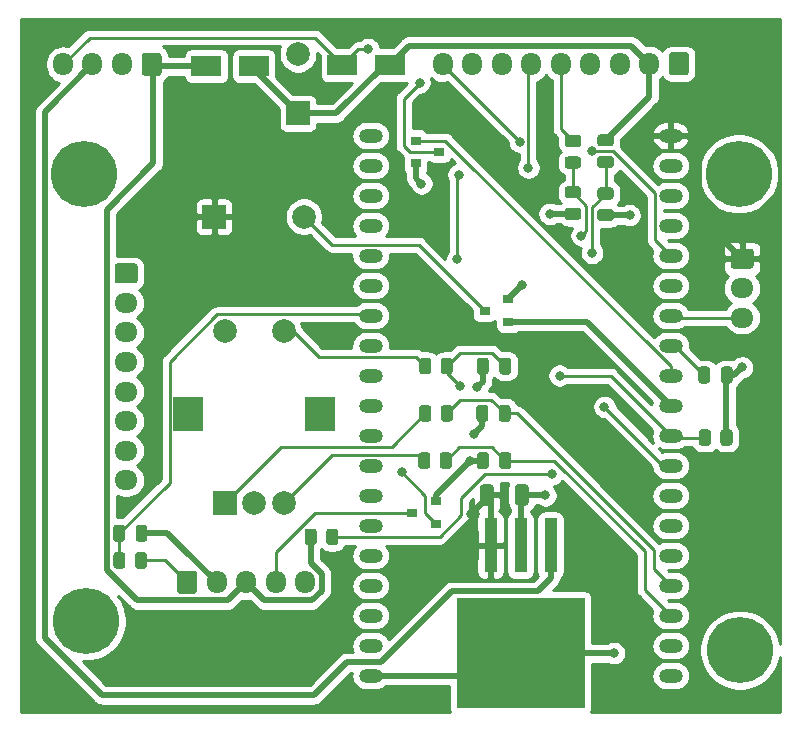
<source format=gbr>
%TF.GenerationSoftware,KiCad,Pcbnew,(5.1.9)-1*%
%TF.CreationDate,2021-02-05T08:09:48+01:00*%
%TF.ProjectId,Spotwelderix-controlboard,53706f74-7765-46c6-9465-7269782d636f,v01*%
%TF.SameCoordinates,Original*%
%TF.FileFunction,Copper,L1,Top*%
%TF.FilePolarity,Positive*%
%FSLAX46Y46*%
G04 Gerber Fmt 4.6, Leading zero omitted, Abs format (unit mm)*
G04 Created by KiCad (PCBNEW (5.1.9)-1) date 2021-02-05 08:09:48*
%MOMM*%
%LPD*%
G01*
G04 APERTURE LIST*
%TA.AperFunction,ComponentPad*%
%ADD10R,2.000000X2.000000*%
%TD*%
%TA.AperFunction,ComponentPad*%
%ADD11C,2.000000*%
%TD*%
%TA.AperFunction,ComponentPad*%
%ADD12R,2.500000X3.000000*%
%TD*%
%TA.AperFunction,ComponentPad*%
%ADD13O,2.000000X1.200000*%
%TD*%
%TA.AperFunction,ComponentPad*%
%ADD14O,1.950000X1.700000*%
%TD*%
%TA.AperFunction,SMDPad,CuDef*%
%ADD15R,0.900000X0.800000*%
%TD*%
%TA.AperFunction,ComponentPad*%
%ADD16O,1.700000X1.950000*%
%TD*%
%TA.AperFunction,SMDPad,CuDef*%
%ADD17R,2.500000X1.800000*%
%TD*%
%TA.AperFunction,ConnectorPad*%
%ADD18C,5.600000*%
%TD*%
%TA.AperFunction,ComponentPad*%
%ADD19C,3.600000*%
%TD*%
%TA.AperFunction,SMDPad,CuDef*%
%ADD20R,10.800000X9.400000*%
%TD*%
%TA.AperFunction,SMDPad,CuDef*%
%ADD21R,1.100000X4.600000*%
%TD*%
%TA.AperFunction,ViaPad*%
%ADD22C,0.800000*%
%TD*%
%TA.AperFunction,Conductor*%
%ADD23C,0.250000*%
%TD*%
%TA.AperFunction,Conductor*%
%ADD24C,0.500000*%
%TD*%
%TA.AperFunction,Conductor*%
%ADD25C,0.254000*%
%TD*%
%TA.AperFunction,Conductor*%
%ADD26C,0.100000*%
%TD*%
G04 APERTURE END LIST*
D10*
%TO.P,ENC1,A*%
%TO.N,Net-(ENC1-PadA)*%
X37950000Y-61600000D03*
D11*
%TO.P,ENC1,C*%
%TO.N,GND*%
X40450000Y-61600000D03*
%TO.P,ENC1,B*%
%TO.N,Net-(ENC1-PadB)*%
X42950000Y-61600000D03*
D12*
%TO.P,ENC1,MP*%
%TO.N,N/C*%
X34850000Y-54100000D03*
X46050000Y-54100000D03*
D11*
%TO.P,ENC1,S1*%
%TO.N,GND*%
X37950000Y-47100000D03*
%TO.P,ENC1,S2*%
%TO.N,Net-(ENC1-PadS2)*%
X42950000Y-47100000D03*
%TD*%
D13*
%TO.P,U1,19*%
%TO.N,+5V*%
X75700000Y-30540000D03*
%TO.P,U1,20*%
%TO.N,Net-(U1-Pad20)*%
X50300000Y-30540000D03*
%TO.P,U1,18*%
%TO.N,GND*%
X75700000Y-33080000D03*
%TO.P,U1,21*%
%TO.N,Net-(U1-Pad21)*%
X50300000Y-33080000D03*
%TO.P,U1,17*%
%TO.N,Net-(U1-Pad17)*%
X75700000Y-35620000D03*
%TO.P,U1,22*%
%TO.N,Net-(U1-Pad22)*%
X50300000Y-35620000D03*
%TO.P,U1,16*%
%TO.N,Net-(U1-Pad16)*%
X75700000Y-38160000D03*
%TO.P,U1,23*%
%TO.N,Net-(U1-Pad23)*%
X50300000Y-38160000D03*
%TO.P,U1,15*%
%TO.N,Dallas*%
X75700000Y-40700000D03*
%TO.P,U1,24*%
%TO.N,ChargerEna*%
X50300000Y-40700000D03*
%TO.P,U1,14*%
%TO.N,GND*%
X75700000Y-43240000D03*
%TO.P,U1,25*%
%TO.N,Net-(U1-Pad25)*%
X50300000Y-43240000D03*
%TO.P,U1,13*%
%TO.N,LED*%
X75700000Y-45780000D03*
%TO.P,U1,26*%
%TO.N,FootSwitch*%
X50300000Y-45780000D03*
%TO.P,U1,12*%
%TO.N,Gate_logic*%
X75700000Y-48320000D03*
%TO.P,U1,27*%
%TO.N,Net-(P1-Pad3)*%
X50300000Y-48320000D03*
%TO.P,U1,11*%
%TO.N,FAN*%
X75700000Y-50860000D03*
%TO.P,U1,28*%
%TO.N,Net-(P1-Pad4)*%
X50300000Y-50860000D03*
%TO.P,U1,10*%
%TO.N,BUZZ*%
X75700000Y-53400000D03*
%TO.P,U1,29*%
%TO.N,Net-(P1-Pad5)*%
X50300000Y-53400000D03*
%TO.P,U1,9*%
%TO.N,ExtPWRADC*%
X75700000Y-55940000D03*
%TO.P,U1,30*%
%TO.N,Net-(P1-Pad6)*%
X50300000Y-55940000D03*
%TO.P,U1,8*%
%TO.N,Shuntvoltage*%
X75700000Y-58480000D03*
%TO.P,U1,31*%
%TO.N,Net-(P1-Pad7)*%
X50300000Y-58480000D03*
%TO.P,U1,7*%
%TO.N,VCC_ADC*%
X75700000Y-61020000D03*
%TO.P,U1,32*%
%TO.N,Net-(U1-Pad32)*%
X50300000Y-61020000D03*
%TO.P,U1,6*%
%TO.N,ProbeADC*%
X75700000Y-63560000D03*
%TO.P,U1,33*%
%TO.N,Net-(P1-Pad8)*%
X50300000Y-63560000D03*
%TO.P,U1,5*%
%TO.N,Vbat_ADC*%
X75700000Y-66100000D03*
%TO.P,U1,34*%
%TO.N,Net-(U1-Pad34)*%
X50300000Y-66100000D03*
%TO.P,U1,4*%
%TO.N,UI_RotEnc_A*%
X75700000Y-68640000D03*
%TO.P,U1,35*%
%TO.N,Net-(U1-Pad35)*%
X50300000Y-68640000D03*
%TO.P,U1,3*%
%TO.N,UI_RotEnc_B*%
X75700000Y-71180000D03*
%TO.P,U1,36*%
%TO.N,EnableSupply*%
X50300000Y-71180000D03*
%TO.P,U1,2*%
%TO.N,Net-(U1-Pad2)*%
X75700000Y-73720000D03*
%TO.P,U1,37*%
%TO.N,UI_RotEnc_Push*%
X50300000Y-73720000D03*
%TO.P,U1,1*%
%TO.N,+3V3*%
X75700000Y-76260000D03*
%TO.P,U1,38*%
%TO.N,GND*%
X50300000Y-76260000D03*
%TD*%
D14*
%TO.P,P1,8*%
%TO.N,Net-(P1-Pad8)*%
X29600000Y-59700000D03*
%TO.P,P1,7*%
%TO.N,Net-(P1-Pad7)*%
X29600000Y-57200000D03*
%TO.P,P1,6*%
%TO.N,Net-(P1-Pad6)*%
X29600000Y-54700000D03*
%TO.P,P1,5*%
%TO.N,Net-(P1-Pad5)*%
X29600000Y-52200000D03*
%TO.P,P1,4*%
%TO.N,Net-(P1-Pad4)*%
X29600000Y-49700000D03*
%TO.P,P1,3*%
%TO.N,Net-(P1-Pad3)*%
X29600000Y-47200000D03*
%TO.P,P1,2*%
%TO.N,GND*%
X29600000Y-44700000D03*
%TO.P,P1,1*%
%TO.N,+3V3*%
%TA.AperFunction,ComponentPad*%
G36*
G01*
X28875000Y-41350000D02*
X30325000Y-41350000D01*
G75*
G02*
X30575000Y-41600000I0J-250000D01*
G01*
X30575000Y-42800000D01*
G75*
G02*
X30325000Y-43050000I-250000J0D01*
G01*
X28875000Y-43050000D01*
G75*
G02*
X28625000Y-42800000I0J250000D01*
G01*
X28625000Y-41600000D01*
G75*
G02*
X28875000Y-41350000I250000J0D01*
G01*
G37*
%TD.AperFunction*%
%TD*%
%TO.P,R14,2*%
%TO.N,Net-(J1-Pad1)*%
%TA.AperFunction,SMDPad,CuDef*%
G36*
G01*
X30337500Y-66950001D02*
X30337500Y-66049999D01*
G75*
G02*
X30587499Y-65800000I249999J0D01*
G01*
X31112501Y-65800000D01*
G75*
G02*
X31362500Y-66049999I0J-249999D01*
G01*
X31362500Y-66950001D01*
G75*
G02*
X31112501Y-67200000I-249999J0D01*
G01*
X30587499Y-67200000D01*
G75*
G02*
X30337500Y-66950001I0J249999D01*
G01*
G37*
%TD.AperFunction*%
%TO.P,R14,1*%
%TO.N,FootSwitch*%
%TA.AperFunction,SMDPad,CuDef*%
G36*
G01*
X28512500Y-66950001D02*
X28512500Y-66049999D01*
G75*
G02*
X28762499Y-65800000I249999J0D01*
G01*
X29287501Y-65800000D01*
G75*
G02*
X29537500Y-66049999I0J-249999D01*
G01*
X29537500Y-66950001D01*
G75*
G02*
X29287501Y-67200000I-249999J0D01*
G01*
X28762499Y-67200000D01*
G75*
G02*
X28512500Y-66950001I0J249999D01*
G01*
G37*
%TD.AperFunction*%
%TD*%
%TO.P,R12,2*%
%TO.N,GND*%
%TA.AperFunction,SMDPad,CuDef*%
G36*
G01*
X79912500Y-56550001D02*
X79912500Y-55649999D01*
G75*
G02*
X80162499Y-55400000I249999J0D01*
G01*
X80687501Y-55400000D01*
G75*
G02*
X80937500Y-55649999I0J-249999D01*
G01*
X80937500Y-56550001D01*
G75*
G02*
X80687501Y-56800000I-249999J0D01*
G01*
X80162499Y-56800000D01*
G75*
G02*
X79912500Y-56550001I0J249999D01*
G01*
G37*
%TD.AperFunction*%
%TO.P,R12,1*%
%TO.N,ExtPWRADC*%
%TA.AperFunction,SMDPad,CuDef*%
G36*
G01*
X78087500Y-56550001D02*
X78087500Y-55649999D01*
G75*
G02*
X78337499Y-55400000I249999J0D01*
G01*
X78862501Y-55400000D01*
G75*
G02*
X79112500Y-55649999I0J-249999D01*
G01*
X79112500Y-56550001D01*
G75*
G02*
X78862501Y-56800000I-249999J0D01*
G01*
X78337499Y-56800000D01*
G75*
G02*
X78087500Y-56550001I0J249999D01*
G01*
G37*
%TD.AperFunction*%
%TD*%
%TO.P,R11,2*%
%TO.N,ExtPWRADC*%
%TA.AperFunction,SMDPad,CuDef*%
G36*
G01*
X46537500Y-64950001D02*
X46537500Y-64049999D01*
G75*
G02*
X46787499Y-63800000I249999J0D01*
G01*
X47312501Y-63800000D01*
G75*
G02*
X47562500Y-64049999I0J-249999D01*
G01*
X47562500Y-64950001D01*
G75*
G02*
X47312501Y-65200000I-249999J0D01*
G01*
X46787499Y-65200000D01*
G75*
G02*
X46537500Y-64950001I0J249999D01*
G01*
G37*
%TD.AperFunction*%
%TO.P,R11,1*%
%TO.N,ExtPower*%
%TA.AperFunction,SMDPad,CuDef*%
G36*
G01*
X44712500Y-64950001D02*
X44712500Y-64049999D01*
G75*
G02*
X44962499Y-63800000I249999J0D01*
G01*
X45487501Y-63800000D01*
G75*
G02*
X45737500Y-64049999I0J-249999D01*
G01*
X45737500Y-64950001D01*
G75*
G02*
X45487501Y-65200000I-249999J0D01*
G01*
X44962499Y-65200000D01*
G75*
G02*
X44712500Y-64950001I0J249999D01*
G01*
G37*
%TD.AperFunction*%
%TD*%
D15*
%TO.P,Q5,3*%
%TO.N,FAN_GND*%
X56100000Y-31900000D03*
%TO.P,Q5,2*%
%TO.N,GND*%
X54100000Y-32850000D03*
%TO.P,Q5,1*%
%TO.N,FAN*%
X54100000Y-30950000D03*
%TD*%
%TO.P,Q2,3*%
%TO.N,Net-(BZ1-Pad2)*%
X59950000Y-45350000D03*
%TO.P,Q2,2*%
%TO.N,GND*%
X61950000Y-44400000D03*
%TO.P,Q2,1*%
%TO.N,BUZZ*%
X61950000Y-46300000D03*
%TD*%
%TO.P,Q1,3*%
%TO.N,Net-(J1-Pad4)*%
X53800000Y-62450000D03*
%TO.P,Q1,2*%
%TO.N,GND*%
X55800000Y-61500000D03*
%TO.P,Q1,1*%
%TO.N,ChargerEna*%
X55800000Y-63400000D03*
%TD*%
D16*
%TO.P,P2,9*%
%TO.N,Shuntvoltage*%
X56400000Y-24450000D03*
%TO.P,P2,8*%
%TO.N,+5V*%
X58900000Y-24450000D03*
%TO.P,P2,7*%
%TO.N,EnableSupply*%
X61400000Y-24450000D03*
%TO.P,P2,6*%
%TO.N,Vbat_ADC*%
X63900000Y-24450000D03*
%TO.P,P2,5*%
%TO.N,Probe*%
X66400000Y-24450000D03*
%TO.P,P2,4*%
%TO.N,Dallas*%
X68900000Y-24450000D03*
%TO.P,P2,3*%
%TO.N,Gate_logic*%
X71400000Y-24450000D03*
%TO.P,P2,2*%
%TO.N,VCC*%
X73900000Y-24450000D03*
%TO.P,P2,1*%
%TO.N,GND*%
%TA.AperFunction,ComponentPad*%
G36*
G01*
X77250000Y-23725000D02*
X77250000Y-25175000D01*
G75*
G02*
X77000000Y-25425000I-250000J0D01*
G01*
X75800000Y-25425000D01*
G75*
G02*
X75550000Y-25175000I0J250000D01*
G01*
X75550000Y-23725000D01*
G75*
G02*
X75800000Y-23475000I250000J0D01*
G01*
X77000000Y-23475000D01*
G75*
G02*
X77250000Y-23725000I0J-250000D01*
G01*
G37*
%TD.AperFunction*%
%TD*%
%TO.P,J3,4*%
%TO.N,FAN_GND*%
X24250000Y-24500000D03*
%TO.P,J3,3*%
%TO.N,VCC*%
X26750000Y-24500000D03*
%TO.P,J3,2*%
%TO.N,GND*%
X29250000Y-24500000D03*
%TO.P,J3,1*%
%TO.N,ExtPower*%
%TA.AperFunction,ComponentPad*%
G36*
G01*
X32600000Y-23775000D02*
X32600000Y-25225000D01*
G75*
G02*
X32350000Y-25475000I-250000J0D01*
G01*
X31150000Y-25475000D01*
G75*
G02*
X30900000Y-25225000I0J250000D01*
G01*
X30900000Y-23775000D01*
G75*
G02*
X31150000Y-23525000I250000J0D01*
G01*
X32350000Y-23525000D01*
G75*
G02*
X32600000Y-23775000I0J-250000D01*
G01*
G37*
%TD.AperFunction*%
%TD*%
%TO.P,J1,5*%
%TO.N,Net-(J1-Pad5)*%
X44750000Y-68350000D03*
%TO.P,J1,4*%
%TO.N,Net-(J1-Pad4)*%
X42250000Y-68350000D03*
%TO.P,J1,3*%
%TO.N,ExtPower*%
X39750000Y-68350000D03*
%TO.P,J1,2*%
%TO.N,GND*%
X37250000Y-68350000D03*
%TO.P,J1,1*%
%TO.N,Net-(J1-Pad1)*%
%TA.AperFunction,ComponentPad*%
G36*
G01*
X33900000Y-69075000D02*
X33900000Y-67625000D01*
G75*
G02*
X34150000Y-67375000I250000J0D01*
G01*
X35350000Y-67375000D01*
G75*
G02*
X35600000Y-67625000I0J-250000D01*
G01*
X35600000Y-69075000D01*
G75*
G02*
X35350000Y-69325000I-250000J0D01*
G01*
X34150000Y-69325000D01*
G75*
G02*
X33900000Y-69075000I0J250000D01*
G01*
G37*
%TD.AperFunction*%
%TD*%
%TO.P,C7,2*%
%TO.N,GND*%
%TA.AperFunction,SMDPad,CuDef*%
G36*
G01*
X30400000Y-64675000D02*
X30400000Y-63725000D01*
G75*
G02*
X30650000Y-63475000I250000J0D01*
G01*
X31150000Y-63475000D01*
G75*
G02*
X31400000Y-63725000I0J-250000D01*
G01*
X31400000Y-64675000D01*
G75*
G02*
X31150000Y-64925000I-250000J0D01*
G01*
X30650000Y-64925000D01*
G75*
G02*
X30400000Y-64675000I0J250000D01*
G01*
G37*
%TD.AperFunction*%
%TO.P,C7,1*%
%TO.N,FootSwitch*%
%TA.AperFunction,SMDPad,CuDef*%
G36*
G01*
X28500000Y-64675000D02*
X28500000Y-63725000D01*
G75*
G02*
X28750000Y-63475000I250000J0D01*
G01*
X29250000Y-63475000D01*
G75*
G02*
X29500000Y-63725000I0J-250000D01*
G01*
X29500000Y-64675000D01*
G75*
G02*
X29250000Y-64925000I-250000J0D01*
G01*
X28750000Y-64925000D01*
G75*
G02*
X28500000Y-64675000I0J250000D01*
G01*
G37*
%TD.AperFunction*%
%TD*%
D14*
%TO.P,J2,3*%
%TO.N,LED*%
X81750000Y-45950000D03*
%TO.P,J2,2*%
%TO.N,GND*%
X81750000Y-43450000D03*
%TO.P,J2,1*%
%TO.N,+5V*%
%TA.AperFunction,ComponentPad*%
G36*
G01*
X81025000Y-40100000D02*
X82475000Y-40100000D01*
G75*
G02*
X82725000Y-40350000I0J-250000D01*
G01*
X82725000Y-41550000D01*
G75*
G02*
X82475000Y-41800000I-250000J0D01*
G01*
X81025000Y-41800000D01*
G75*
G02*
X80775000Y-41550000I0J250000D01*
G01*
X80775000Y-40350000D01*
G75*
G02*
X81025000Y-40100000I250000J0D01*
G01*
G37*
%TD.AperFunction*%
%TD*%
D17*
%TO.P,D3,2*%
%TO.N,ExtPower*%
X36400000Y-24650000D03*
%TO.P,D3,1*%
%TO.N,VCC*%
X40400000Y-24650000D03*
%TD*%
%TO.P,D2,2*%
%TO.N,FAN_GND*%
X47900000Y-24550000D03*
%TO.P,D2,1*%
%TO.N,VCC*%
X51900000Y-24550000D03*
%TD*%
D11*
%TO.P,BZ1,2*%
%TO.N,Net-(BZ1-Pad2)*%
X44650000Y-37400000D03*
D10*
%TO.P,BZ1,1*%
%TO.N,+5V*%
X37050000Y-37400000D03*
%TD*%
D11*
%TO.P,C4,2*%
%TO.N,GND*%
X44150000Y-23650000D03*
D10*
%TO.P,C4,1*%
%TO.N,VCC*%
X44150000Y-28650000D03*
%TD*%
%TO.P,R1,2*%
%TO.N,Net-(ENC1-PadS2)*%
%TA.AperFunction,SMDPad,CuDef*%
G36*
G01*
X55437500Y-49599999D02*
X55437500Y-50500001D01*
G75*
G02*
X55187501Y-50750000I-249999J0D01*
G01*
X54662499Y-50750000D01*
G75*
G02*
X54412500Y-50500001I0J249999D01*
G01*
X54412500Y-49599999D01*
G75*
G02*
X54662499Y-49350000I249999J0D01*
G01*
X55187501Y-49350000D01*
G75*
G02*
X55437500Y-49599999I0J-249999D01*
G01*
G37*
%TD.AperFunction*%
%TO.P,R1,1*%
%TO.N,UI_RotEnc_Push*%
%TA.AperFunction,SMDPad,CuDef*%
G36*
G01*
X57262500Y-49599999D02*
X57262500Y-50500001D01*
G75*
G02*
X57012501Y-50750000I-249999J0D01*
G01*
X56487499Y-50750000D01*
G75*
G02*
X56237500Y-50500001I0J249999D01*
G01*
X56237500Y-49599999D01*
G75*
G02*
X56487499Y-49350000I249999J0D01*
G01*
X57012501Y-49350000D01*
G75*
G02*
X57262500Y-49599999I0J-249999D01*
G01*
G37*
%TD.AperFunction*%
%TD*%
%TO.P,C5,2*%
%TO.N,GND*%
%TA.AperFunction,SMDPad,CuDef*%
G36*
G01*
X62525000Y-61600001D02*
X62525000Y-60299999D01*
G75*
G02*
X62774999Y-60050000I249999J0D01*
G01*
X63425001Y-60050000D01*
G75*
G02*
X63675000Y-60299999I0J-249999D01*
G01*
X63675000Y-61600001D01*
G75*
G02*
X63425001Y-61850000I-249999J0D01*
G01*
X62774999Y-61850000D01*
G75*
G02*
X62525000Y-61600001I0J249999D01*
G01*
G37*
%TD.AperFunction*%
%TO.P,C5,1*%
%TO.N,+5V*%
%TA.AperFunction,SMDPad,CuDef*%
G36*
G01*
X59575000Y-61600001D02*
X59575000Y-60299999D01*
G75*
G02*
X59824999Y-60050000I249999J0D01*
G01*
X60475001Y-60050000D01*
G75*
G02*
X60725000Y-60299999I0J-249999D01*
G01*
X60725000Y-61600001D01*
G75*
G02*
X60475001Y-61850000I-249999J0D01*
G01*
X59824999Y-61850000D01*
G75*
G02*
X59575000Y-61600001I0J249999D01*
G01*
G37*
%TD.AperFunction*%
%TD*%
%TO.P,R3,2*%
%TO.N,Net-(ENC1-PadB)*%
%TA.AperFunction,SMDPad,CuDef*%
G36*
G01*
X55350000Y-57599999D02*
X55350000Y-58500001D01*
G75*
G02*
X55100001Y-58750000I-249999J0D01*
G01*
X54574999Y-58750000D01*
G75*
G02*
X54325000Y-58500001I0J249999D01*
G01*
X54325000Y-57599999D01*
G75*
G02*
X54574999Y-57350000I249999J0D01*
G01*
X55100001Y-57350000D01*
G75*
G02*
X55350000Y-57599999I0J-249999D01*
G01*
G37*
%TD.AperFunction*%
%TO.P,R3,1*%
%TO.N,UI_RotEnc_B*%
%TA.AperFunction,SMDPad,CuDef*%
G36*
G01*
X57175000Y-57599999D02*
X57175000Y-58500001D01*
G75*
G02*
X56925001Y-58750000I-249999J0D01*
G01*
X56399999Y-58750000D01*
G75*
G02*
X56150000Y-58500001I0J249999D01*
G01*
X56150000Y-57599999D01*
G75*
G02*
X56399999Y-57350000I249999J0D01*
G01*
X56925001Y-57350000D01*
G75*
G02*
X57175000Y-57599999I0J-249999D01*
G01*
G37*
%TD.AperFunction*%
%TD*%
%TO.P,C3,2*%
%TO.N,GND*%
%TA.AperFunction,SMDPad,CuDef*%
G36*
G01*
X60300000Y-57575000D02*
X60300000Y-58525000D01*
G75*
G02*
X60050000Y-58775000I-250000J0D01*
G01*
X59550000Y-58775000D01*
G75*
G02*
X59300000Y-58525000I0J250000D01*
G01*
X59300000Y-57575000D01*
G75*
G02*
X59550000Y-57325000I250000J0D01*
G01*
X60050000Y-57325000D01*
G75*
G02*
X60300000Y-57575000I0J-250000D01*
G01*
G37*
%TD.AperFunction*%
%TO.P,C3,1*%
%TO.N,UI_RotEnc_B*%
%TA.AperFunction,SMDPad,CuDef*%
G36*
G01*
X62200000Y-57575000D02*
X62200000Y-58525000D01*
G75*
G02*
X61950000Y-58775000I-250000J0D01*
G01*
X61450000Y-58775000D01*
G75*
G02*
X61200000Y-58525000I0J250000D01*
G01*
X61200000Y-57575000D01*
G75*
G02*
X61450000Y-57325000I250000J0D01*
G01*
X61950000Y-57325000D01*
G75*
G02*
X62200000Y-57575000I0J-250000D01*
G01*
G37*
%TD.AperFunction*%
%TD*%
%TO.P,C2,2*%
%TO.N,UI_RotEnc_A*%
%TA.AperFunction,SMDPad,CuDef*%
G36*
G01*
X61150000Y-54525000D02*
X61150000Y-53575000D01*
G75*
G02*
X61400000Y-53325000I250000J0D01*
G01*
X61900000Y-53325000D01*
G75*
G02*
X62150000Y-53575000I0J-250000D01*
G01*
X62150000Y-54525000D01*
G75*
G02*
X61900000Y-54775000I-250000J0D01*
G01*
X61400000Y-54775000D01*
G75*
G02*
X61150000Y-54525000I0J250000D01*
G01*
G37*
%TD.AperFunction*%
%TO.P,C2,1*%
%TO.N,GND*%
%TA.AperFunction,SMDPad,CuDef*%
G36*
G01*
X59250000Y-54525000D02*
X59250000Y-53575000D01*
G75*
G02*
X59500000Y-53325000I250000J0D01*
G01*
X60000000Y-53325000D01*
G75*
G02*
X60250000Y-53575000I0J-250000D01*
G01*
X60250000Y-54525000D01*
G75*
G02*
X60000000Y-54775000I-250000J0D01*
G01*
X59500000Y-54775000D01*
G75*
G02*
X59250000Y-54525000I0J250000D01*
G01*
G37*
%TD.AperFunction*%
%TD*%
%TO.P,C1,2*%
%TO.N,GND*%
%TA.AperFunction,SMDPad,CuDef*%
G36*
G01*
X60300000Y-49575000D02*
X60300000Y-50525000D01*
G75*
G02*
X60050000Y-50775000I-250000J0D01*
G01*
X59550000Y-50775000D01*
G75*
G02*
X59300000Y-50525000I0J250000D01*
G01*
X59300000Y-49575000D01*
G75*
G02*
X59550000Y-49325000I250000J0D01*
G01*
X60050000Y-49325000D01*
G75*
G02*
X60300000Y-49575000I0J-250000D01*
G01*
G37*
%TD.AperFunction*%
%TO.P,C1,1*%
%TO.N,UI_RotEnc_Push*%
%TA.AperFunction,SMDPad,CuDef*%
G36*
G01*
X62200000Y-49575000D02*
X62200000Y-50525000D01*
G75*
G02*
X61950000Y-50775000I-250000J0D01*
G01*
X61450000Y-50775000D01*
G75*
G02*
X61200000Y-50525000I0J250000D01*
G01*
X61200000Y-49575000D01*
G75*
G02*
X61450000Y-49325000I250000J0D01*
G01*
X61950000Y-49325000D01*
G75*
G02*
X62200000Y-49575000I0J-250000D01*
G01*
G37*
%TD.AperFunction*%
%TD*%
%TO.P,R2,2*%
%TO.N,Net-(ENC1-PadA)*%
%TA.AperFunction,SMDPad,CuDef*%
G36*
G01*
X55437500Y-53599999D02*
X55437500Y-54500001D01*
G75*
G02*
X55187501Y-54750000I-249999J0D01*
G01*
X54662499Y-54750000D01*
G75*
G02*
X54412500Y-54500001I0J249999D01*
G01*
X54412500Y-53599999D01*
G75*
G02*
X54662499Y-53350000I249999J0D01*
G01*
X55187501Y-53350000D01*
G75*
G02*
X55437500Y-53599999I0J-249999D01*
G01*
G37*
%TD.AperFunction*%
%TO.P,R2,1*%
%TO.N,UI_RotEnc_A*%
%TA.AperFunction,SMDPad,CuDef*%
G36*
G01*
X57262500Y-53599999D02*
X57262500Y-54500001D01*
G75*
G02*
X57012501Y-54750000I-249999J0D01*
G01*
X56487499Y-54750000D01*
G75*
G02*
X56237500Y-54500001I0J249999D01*
G01*
X56237500Y-53599999D01*
G75*
G02*
X56487499Y-53350000I249999J0D01*
G01*
X57012501Y-53350000D01*
G75*
G02*
X57262500Y-53599999I0J-249999D01*
G01*
G37*
%TD.AperFunction*%
%TD*%
%TO.P,R6,2*%
%TO.N,ProbeADC*%
%TA.AperFunction,SMDPad,CuDef*%
G36*
G01*
X66977999Y-32298500D02*
X67878001Y-32298500D01*
G75*
G02*
X68128000Y-32548499I0J-249999D01*
G01*
X68128000Y-33073501D01*
G75*
G02*
X67878001Y-33323500I-249999J0D01*
G01*
X66977999Y-33323500D01*
G75*
G02*
X66728000Y-33073501I0J249999D01*
G01*
X66728000Y-32548499D01*
G75*
G02*
X66977999Y-32298500I249999J0D01*
G01*
G37*
%TD.AperFunction*%
%TO.P,R6,1*%
%TO.N,Probe*%
%TA.AperFunction,SMDPad,CuDef*%
G36*
G01*
X66977999Y-30473500D02*
X67878001Y-30473500D01*
G75*
G02*
X68128000Y-30723499I0J-249999D01*
G01*
X68128000Y-31248501D01*
G75*
G02*
X67878001Y-31498500I-249999J0D01*
G01*
X66977999Y-31498500D01*
G75*
G02*
X66728000Y-31248501I0J249999D01*
G01*
X66728000Y-30723499D01*
G75*
G02*
X66977999Y-30473500I249999J0D01*
G01*
G37*
%TD.AperFunction*%
%TD*%
D18*
%TO.P,H3,1*%
%TO.N,N/C*%
X81550000Y-74100000D03*
D19*
X81550000Y-74100000D03*
%TD*%
%TO.P,C6,2*%
%TO.N,GND*%
%TA.AperFunction,SMDPad,CuDef*%
G36*
G01*
X79950000Y-51275000D02*
X79950000Y-50325000D01*
G75*
G02*
X80200000Y-50075000I250000J0D01*
G01*
X80700000Y-50075000D01*
G75*
G02*
X80950000Y-50325000I0J-250000D01*
G01*
X80950000Y-51275000D01*
G75*
G02*
X80700000Y-51525000I-250000J0D01*
G01*
X80200000Y-51525000D01*
G75*
G02*
X79950000Y-51275000I0J250000D01*
G01*
G37*
%TD.AperFunction*%
%TO.P,C6,1*%
%TO.N,Gate_logic*%
%TA.AperFunction,SMDPad,CuDef*%
G36*
G01*
X78050000Y-51275000D02*
X78050000Y-50325000D01*
G75*
G02*
X78300000Y-50075000I250000J0D01*
G01*
X78800000Y-50075000D01*
G75*
G02*
X79050000Y-50325000I0J-250000D01*
G01*
X79050000Y-51275000D01*
G75*
G02*
X78800000Y-51525000I-250000J0D01*
G01*
X78300000Y-51525000D01*
G75*
G02*
X78050000Y-51275000I0J250000D01*
G01*
G37*
%TD.AperFunction*%
%TD*%
D18*
%TO.P,H1,1*%
%TO.N,N/C*%
X26200000Y-71600000D03*
D19*
X26200000Y-71600000D03*
%TD*%
D18*
%TO.P,H4,1*%
%TO.N,N/C*%
X26050000Y-33750000D03*
D19*
X26050000Y-33750000D03*
%TD*%
D18*
%TO.P,H2,1*%
%TO.N,N/C*%
X81450000Y-33750000D03*
D19*
X81450000Y-33750000D03*
%TD*%
%TO.P,R9,2*%
%TO.N,GND*%
%TA.AperFunction,SMDPad,CuDef*%
G36*
G01*
X69737999Y-36749500D02*
X70638001Y-36749500D01*
G75*
G02*
X70888000Y-36999499I0J-249999D01*
G01*
X70888000Y-37524501D01*
G75*
G02*
X70638001Y-37774500I-249999J0D01*
G01*
X69737999Y-37774500D01*
G75*
G02*
X69488000Y-37524501I0J249999D01*
G01*
X69488000Y-36999499D01*
G75*
G02*
X69737999Y-36749500I249999J0D01*
G01*
G37*
%TD.AperFunction*%
%TO.P,R9,1*%
%TO.N,VCC_ADC*%
%TA.AperFunction,SMDPad,CuDef*%
G36*
G01*
X69737999Y-34924500D02*
X70638001Y-34924500D01*
G75*
G02*
X70888000Y-35174499I0J-249999D01*
G01*
X70888000Y-35699501D01*
G75*
G02*
X70638001Y-35949500I-249999J0D01*
G01*
X69737999Y-35949500D01*
G75*
G02*
X69488000Y-35699501I0J249999D01*
G01*
X69488000Y-35174499D01*
G75*
G02*
X69737999Y-34924500I249999J0D01*
G01*
G37*
%TD.AperFunction*%
%TD*%
D20*
%TO.P,U3,2*%
%TO.N,GND*%
X62990000Y-74350000D03*
D21*
%TO.P,U3,3*%
%TO.N,+5V*%
X60450000Y-65200000D03*
%TO.P,U3,2*%
%TO.N,GND*%
X62990000Y-65200000D03*
%TO.P,U3,1*%
%TO.N,VCC*%
X65530000Y-65200000D03*
%TD*%
%TO.P,R8,2*%
%TO.N,VCC_ADC*%
%TA.AperFunction,SMDPad,CuDef*%
G36*
G01*
X69737999Y-32248000D02*
X70638001Y-32248000D01*
G75*
G02*
X70888000Y-32497999I0J-249999D01*
G01*
X70888000Y-33023001D01*
G75*
G02*
X70638001Y-33273000I-249999J0D01*
G01*
X69737999Y-33273000D01*
G75*
G02*
X69488000Y-33023001I0J249999D01*
G01*
X69488000Y-32497999D01*
G75*
G02*
X69737999Y-32248000I249999J0D01*
G01*
G37*
%TD.AperFunction*%
%TO.P,R8,1*%
%TO.N,VCC*%
%TA.AperFunction,SMDPad,CuDef*%
G36*
G01*
X69737999Y-30423000D02*
X70638001Y-30423000D01*
G75*
G02*
X70888000Y-30672999I0J-249999D01*
G01*
X70888000Y-31198001D01*
G75*
G02*
X70638001Y-31448000I-249999J0D01*
G01*
X69737999Y-31448000D01*
G75*
G02*
X69488000Y-31198001I0J249999D01*
G01*
X69488000Y-30672999D01*
G75*
G02*
X69737999Y-30423000I249999J0D01*
G01*
G37*
%TD.AperFunction*%
%TD*%
%TO.P,R7,2*%
%TO.N,GND*%
%TA.AperFunction,SMDPad,CuDef*%
G36*
G01*
X66977999Y-36649500D02*
X67878001Y-36649500D01*
G75*
G02*
X68128000Y-36899499I0J-249999D01*
G01*
X68128000Y-37424501D01*
G75*
G02*
X67878001Y-37674500I-249999J0D01*
G01*
X66977999Y-37674500D01*
G75*
G02*
X66728000Y-37424501I0J249999D01*
G01*
X66728000Y-36899499D01*
G75*
G02*
X66977999Y-36649500I249999J0D01*
G01*
G37*
%TD.AperFunction*%
%TO.P,R7,1*%
%TO.N,ProbeADC*%
%TA.AperFunction,SMDPad,CuDef*%
G36*
G01*
X66977999Y-34824500D02*
X67878001Y-34824500D01*
G75*
G02*
X68128000Y-35074499I0J-249999D01*
G01*
X68128000Y-35599501D01*
G75*
G02*
X67878001Y-35849500I-249999J0D01*
G01*
X66977999Y-35849500D01*
G75*
G02*
X66728000Y-35599501I0J249999D01*
G01*
X66728000Y-35074499D01*
G75*
G02*
X66977999Y-34824500I249999J0D01*
G01*
G37*
%TD.AperFunction*%
%TD*%
D22*
%TO.N,+5V*%
X58800000Y-62550000D03*
%TO.N,GND*%
X54600000Y-34600000D03*
X63100000Y-43200000D03*
X65462000Y-37162000D03*
X72225000Y-37262000D03*
X70900000Y-74350000D03*
X58675000Y-58050000D03*
X59050000Y-55800000D03*
X59300000Y-51850000D03*
X81750000Y-50150000D03*
X65100000Y-61000000D03*
%TO.N,Dallas*%
X69000000Y-31800000D03*
%TO.N,UI_RotEnc_Push*%
X57850000Y-51700000D03*
%TO.N,FAN_GND*%
X54450000Y-26050000D03*
X50100000Y-23200000D03*
%TO.N,Shuntvoltage*%
X70100000Y-53500000D03*
X62925000Y-31050000D03*
%TO.N,EnableSupply*%
X57650000Y-40950000D03*
X57750000Y-33850000D03*
%TO.N,Vbat_ADC*%
X63650000Y-33250000D03*
%TO.N,ChargerEna*%
X52950000Y-59050000D03*
%TO.N,ProbeADC*%
X68150000Y-39000000D03*
%TO.N,VCC_ADC*%
X69050000Y-40450000D03*
%TO.N,ExtPWRADC*%
X65650000Y-59200000D03*
X66300000Y-50850000D03*
%TD*%
D23*
%TO.N,Net-(BZ1-Pad2)*%
X47024990Y-39774990D02*
X44650000Y-37400000D01*
X54374990Y-39774990D02*
X47024990Y-39774990D01*
X59950000Y-45350000D02*
X54374990Y-39774990D01*
D24*
%TO.N,+5V*%
X78099999Y-37299999D02*
X81750000Y-40950000D01*
X78099999Y-31439999D02*
X78099999Y-37299999D01*
X77200000Y-30540000D02*
X78099999Y-31439999D01*
X75700000Y-30540000D02*
X77200000Y-30540000D01*
X60450000Y-61250000D02*
X60150000Y-60950000D01*
X60450000Y-65200000D02*
X60450000Y-61250000D01*
X60150000Y-61200000D02*
X58800000Y-62550000D01*
X60150000Y-60950000D02*
X60150000Y-61200000D01*
%TO.N,GND*%
X34200000Y-65300000D02*
X37250000Y-68350000D01*
X54100000Y-34100000D02*
X54600000Y-34600000D01*
X54100000Y-32850000D02*
X54100000Y-34100000D01*
X61950000Y-44400000D02*
X61950000Y-44350000D01*
X61950000Y-44350000D02*
X63100000Y-43200000D01*
X67428000Y-37162000D02*
X65462000Y-37162000D01*
X70188000Y-37262000D02*
X72038000Y-37262000D01*
X72038000Y-37262000D02*
X72225000Y-37262000D01*
X62990000Y-61060000D02*
X63100000Y-60950000D01*
X62990000Y-65200000D02*
X62990000Y-61060000D01*
X61080000Y-76260000D02*
X62990000Y-74350000D01*
X50300000Y-76260000D02*
X61080000Y-76260000D01*
X62990000Y-74350000D02*
X70900000Y-74350000D01*
X59800000Y-58050000D02*
X58675000Y-58050000D01*
X59750000Y-55100000D02*
X59050000Y-55800000D01*
X59750000Y-54050000D02*
X59750000Y-55100000D01*
X59800000Y-51350000D02*
X59300000Y-51850000D01*
X59800000Y-50050000D02*
X59800000Y-51350000D01*
X80425000Y-50825000D02*
X80450000Y-50800000D01*
X80425000Y-56100000D02*
X80425000Y-50825000D01*
X81100000Y-50800000D02*
X81750000Y-50150000D01*
X80450000Y-50800000D02*
X81100000Y-50800000D01*
X65050000Y-60950000D02*
X65100000Y-61000000D01*
X63100000Y-60950000D02*
X65050000Y-60950000D01*
X33100000Y-64200000D02*
X34200000Y-65300000D01*
X30900000Y-64200000D02*
X33100000Y-64200000D01*
X55800000Y-60925000D02*
X58675000Y-58050000D01*
X55800000Y-61500000D02*
X55800000Y-60925000D01*
%TO.N,VCC*%
X73900000Y-27223500D02*
X70188000Y-30935500D01*
X73900000Y-24450000D02*
X73900000Y-27223500D01*
X44150000Y-28650000D02*
X47400000Y-28650000D01*
X51140008Y-75109990D02*
X48290010Y-75109990D01*
X57149999Y-69099999D02*
X51140008Y-75109990D01*
X64430001Y-69099999D02*
X57149999Y-69099999D01*
X65530000Y-68000000D02*
X64430001Y-69099999D01*
X65530000Y-65200000D02*
X65530000Y-68000000D01*
X48290010Y-75109990D02*
X45500000Y-77900000D01*
X22699999Y-73058001D02*
X22699999Y-28550001D01*
X22699999Y-28550001D02*
X26750000Y-24500000D01*
X27541998Y-77900000D02*
X22699999Y-73058001D01*
X45500000Y-77900000D02*
X27541998Y-77900000D01*
X40400000Y-24900000D02*
X44150000Y-28650000D01*
X40400000Y-24650000D02*
X40400000Y-24900000D01*
X72374990Y-22924990D02*
X73900000Y-24450000D01*
X53525010Y-22924990D02*
X72374990Y-22924990D01*
X51900000Y-24550000D02*
X53525010Y-22924990D01*
X51500000Y-24550000D02*
X47400000Y-28650000D01*
X51900000Y-24550000D02*
X51500000Y-24550000D01*
D23*
%TO.N,Probe*%
X66400000Y-29958000D02*
X67428000Y-30986000D01*
X66400000Y-24450000D02*
X66400000Y-29958000D01*
%TO.N,Dallas*%
X69073010Y-31873010D02*
X69000000Y-31800000D01*
X70826200Y-31873010D02*
X69073010Y-31873010D01*
X74374990Y-35421800D02*
X70826200Y-31873010D01*
X74374990Y-39374990D02*
X74374990Y-35421800D01*
X75700000Y-40700000D02*
X74374990Y-39374990D01*
%TO.N,Gate_logic*%
X76070000Y-48320000D02*
X75700000Y-48320000D01*
X78550000Y-50800000D02*
X76070000Y-48320000D01*
%TO.N,FAN*%
X56621839Y-30950000D02*
X54100000Y-30950000D01*
X75700000Y-50028161D02*
X56621839Y-30950000D01*
X75700000Y-50860000D02*
X75700000Y-50028161D01*
D24*
%TO.N,BUZZ*%
X68600000Y-46300000D02*
X75700000Y-53400000D01*
X61950000Y-46300000D02*
X68600000Y-46300000D01*
D23*
%TO.N,UI_RotEnc_Push*%
X57900010Y-48899990D02*
X56750000Y-50050000D01*
X60549990Y-48899990D02*
X57900010Y-48899990D01*
X61700000Y-50050000D02*
X60549990Y-48899990D01*
X56750000Y-50600000D02*
X57850000Y-51700000D01*
X56750000Y-50050000D02*
X56750000Y-50600000D01*
%TO.N,UI_RotEnc_A*%
X61650000Y-54050000D02*
X62700000Y-54050000D01*
X74300000Y-67240000D02*
X75700000Y-68640000D01*
X74300000Y-65650000D02*
X74300000Y-67240000D01*
X62700000Y-54050000D02*
X74300000Y-65650000D01*
X57900010Y-52899990D02*
X56750000Y-54050000D01*
X60499990Y-52899990D02*
X57900010Y-52899990D01*
X61650000Y-54050000D02*
X60499990Y-52899990D01*
%TO.N,UI_RotEnc_B*%
X57812510Y-56899990D02*
X56662500Y-58050000D01*
X60549990Y-56899990D02*
X57812510Y-56899990D01*
X61700000Y-58050000D02*
X60549990Y-56899990D01*
X73500000Y-65700000D02*
X73500000Y-68980000D01*
X61700000Y-58050000D02*
X65850000Y-58050000D01*
X65850000Y-58050000D02*
X73500000Y-65700000D01*
X73500000Y-68980000D02*
X75700000Y-71180000D01*
D24*
%TO.N,ExtPower*%
X27949990Y-36808012D02*
X31900000Y-32858002D01*
X27949990Y-67268878D02*
X27949990Y-36808012D01*
X30556122Y-69875010D02*
X27949990Y-67268878D01*
X38224990Y-69875010D02*
X30556122Y-69875010D01*
X39750000Y-68350000D02*
X38224990Y-69875010D01*
X31900000Y-32858002D02*
X31900000Y-24650000D01*
X41275010Y-69875010D02*
X39750000Y-68350000D01*
X45329903Y-69875010D02*
X41275010Y-69875010D01*
X46150010Y-69054903D02*
X45329903Y-69875010D01*
X46150010Y-67645097D02*
X46150010Y-69054903D01*
X45225000Y-66720087D02*
X46150010Y-67645097D01*
X45225000Y-64500000D02*
X45225000Y-66720087D01*
X31900000Y-24650000D02*
X31750000Y-24500000D01*
X36400000Y-24650000D02*
X31900000Y-24650000D01*
D23*
%TO.N,LED*%
X75870000Y-45950000D02*
X75700000Y-45780000D01*
X81750000Y-45950000D02*
X75870000Y-45950000D01*
%TO.N,FAN_GND*%
X53614998Y-31900000D02*
X53100000Y-31385002D01*
X56100000Y-31900000D02*
X53614998Y-31900000D01*
X26525001Y-22224999D02*
X24250000Y-24500000D01*
X45574999Y-22224999D02*
X26525001Y-22224999D01*
X47900000Y-24550000D02*
X45574999Y-22224999D01*
X53100000Y-29400000D02*
X53100000Y-31385002D01*
X47900000Y-24550000D02*
X48250000Y-24550000D01*
X53100000Y-27400000D02*
X54450000Y-26050000D01*
X53100000Y-29400000D02*
X53100000Y-27400000D01*
X49250000Y-23200000D02*
X47900000Y-24550000D01*
X50100000Y-23200000D02*
X49250000Y-23200000D01*
%TO.N,Net-(ENC1-PadA)*%
X42684990Y-56865010D02*
X37950000Y-61600000D01*
X52109990Y-56865010D02*
X42684990Y-56865010D01*
X54925000Y-54050000D02*
X52109990Y-56865010D01*
%TO.N,Net-(ENC1-PadB)*%
X46995010Y-57554990D02*
X42950000Y-61600000D01*
X54342490Y-57554990D02*
X46995010Y-57554990D01*
X54837500Y-58050000D02*
X54342490Y-57554990D01*
%TO.N,Net-(ENC1-PadS2)*%
X45895010Y-49245010D02*
X43800000Y-47150000D01*
X54120010Y-49245010D02*
X45895010Y-49245010D01*
X54925000Y-50050000D02*
X54120010Y-49245010D01*
%TO.N,FootSwitch*%
X29000000Y-66475000D02*
X29025000Y-66500000D01*
X29000000Y-64100000D02*
X29000000Y-66475000D01*
X50194999Y-45674999D02*
X50300000Y-45780000D01*
X37265999Y-45674999D02*
X50194999Y-45674999D01*
X33274999Y-49665999D02*
X37265999Y-45674999D01*
X33274999Y-59925001D02*
X33274999Y-49665999D01*
X29000000Y-64200000D02*
X33274999Y-59925001D01*
%TO.N,Net-(J1-Pad4)*%
X45607888Y-62450000D02*
X53800000Y-62450000D01*
X42250000Y-65807888D02*
X45607888Y-62450000D01*
X42250000Y-68350000D02*
X42250000Y-65807888D01*
%TO.N,Net-(J1-Pad1)*%
X34300000Y-67900000D02*
X34750000Y-68350000D01*
X32900000Y-66500000D02*
X34750000Y-68350000D01*
X30850000Y-66500000D02*
X32900000Y-66500000D01*
%TO.N,Shuntvoltage*%
X75080000Y-58480000D02*
X70100000Y-53500000D01*
X75700000Y-58480000D02*
X75080000Y-58480000D01*
X56400000Y-24525000D02*
X56400000Y-24450000D01*
X62925000Y-31050000D02*
X56400000Y-24525000D01*
%TO.N,EnableSupply*%
X57650000Y-33950000D02*
X57750000Y-33850000D01*
X57650000Y-40950000D02*
X57650000Y-33950000D01*
%TO.N,Vbat_ADC*%
X63650000Y-24700000D02*
X63900000Y-24450000D01*
X63650000Y-33250000D02*
X63650000Y-24700000D01*
%TO.N,ChargerEna*%
X54924999Y-61024999D02*
X52950000Y-59050000D01*
X54924999Y-62524999D02*
X54924999Y-61024999D01*
X55800000Y-63400000D02*
X54924999Y-62524999D01*
%TO.N,ProbeADC*%
X67428000Y-32811000D02*
X67428000Y-35337000D01*
X68553010Y-38596990D02*
X68150000Y-39000000D01*
X68553010Y-36462010D02*
X68553010Y-38596990D01*
X67428000Y-35337000D02*
X68553010Y-36462010D01*
%TO.N,VCC_ADC*%
X70188000Y-32760500D02*
X70188000Y-35437000D01*
X69050000Y-36575000D02*
X69050000Y-40450000D01*
X70188000Y-35437000D02*
X69050000Y-36575000D01*
%TO.N,ExtPWRADC*%
X70610000Y-50850000D02*
X75700000Y-55940000D01*
X66300000Y-50850000D02*
X70610000Y-50850000D01*
X75860000Y-56100000D02*
X75700000Y-55940000D01*
X78600000Y-56100000D02*
X75860000Y-56100000D01*
X59970388Y-59200000D02*
X60300000Y-59200000D01*
X57974999Y-62660003D02*
X57974999Y-61195389D01*
X56135002Y-64500000D02*
X57974999Y-62660003D01*
X47050000Y-64500000D02*
X56135002Y-64500000D01*
X60300000Y-59200000D02*
X65650000Y-59200000D01*
X57974999Y-61195389D02*
X59970388Y-59200000D01*
%TD*%
D25*
%TO.N,+5V*%
X84940000Y-73535454D02*
X84852994Y-73098048D01*
X84594057Y-72472918D01*
X84218138Y-71910315D01*
X83739685Y-71431862D01*
X83177082Y-71055943D01*
X82551952Y-70797006D01*
X81888318Y-70665000D01*
X81211682Y-70665000D01*
X80548048Y-70797006D01*
X79922918Y-71055943D01*
X79360315Y-71431862D01*
X78881862Y-71910315D01*
X78505943Y-72472918D01*
X78247006Y-73098048D01*
X78115000Y-73761682D01*
X78115000Y-74438318D01*
X78247006Y-75101952D01*
X78505943Y-75727082D01*
X78881862Y-76289685D01*
X79360315Y-76768138D01*
X79922918Y-77144057D01*
X80548048Y-77402994D01*
X81211682Y-77535000D01*
X81888318Y-77535000D01*
X82551952Y-77402994D01*
X83177082Y-77144057D01*
X83739685Y-76768138D01*
X84218138Y-76289685D01*
X84594057Y-75727082D01*
X84852994Y-75101952D01*
X84940000Y-74664546D01*
X84940000Y-79340000D01*
X68955010Y-79340000D01*
X68979502Y-79294180D01*
X69015812Y-79174482D01*
X69028072Y-79050000D01*
X69028072Y-76260000D01*
X74059025Y-76260000D01*
X74082870Y-76502102D01*
X74153489Y-76734901D01*
X74268167Y-76949449D01*
X74422498Y-77137502D01*
X74610551Y-77291833D01*
X74825099Y-77406511D01*
X75057898Y-77477130D01*
X75239335Y-77495000D01*
X76160665Y-77495000D01*
X76342102Y-77477130D01*
X76574901Y-77406511D01*
X76789449Y-77291833D01*
X76977502Y-77137502D01*
X77131833Y-76949449D01*
X77246511Y-76734901D01*
X77317130Y-76502102D01*
X77340975Y-76260000D01*
X77317130Y-76017898D01*
X77246511Y-75785099D01*
X77131833Y-75570551D01*
X76977502Y-75382498D01*
X76789449Y-75228167D01*
X76574901Y-75113489D01*
X76342102Y-75042870D01*
X76160665Y-75025000D01*
X75239335Y-75025000D01*
X75057898Y-75042870D01*
X74825099Y-75113489D01*
X74610551Y-75228167D01*
X74422498Y-75382498D01*
X74268167Y-75570551D01*
X74153489Y-75785099D01*
X74082870Y-76017898D01*
X74059025Y-76260000D01*
X69028072Y-76260000D01*
X69028072Y-75235000D01*
X70361546Y-75235000D01*
X70409744Y-75267205D01*
X70598102Y-75345226D01*
X70798061Y-75385000D01*
X71001939Y-75385000D01*
X71201898Y-75345226D01*
X71390256Y-75267205D01*
X71559774Y-75153937D01*
X71703937Y-75009774D01*
X71817205Y-74840256D01*
X71895226Y-74651898D01*
X71935000Y-74451939D01*
X71935000Y-74248061D01*
X71895226Y-74048102D01*
X71817205Y-73859744D01*
X71723832Y-73720000D01*
X74059025Y-73720000D01*
X74082870Y-73962102D01*
X74153489Y-74194901D01*
X74268167Y-74409449D01*
X74422498Y-74597502D01*
X74610551Y-74751833D01*
X74825099Y-74866511D01*
X75057898Y-74937130D01*
X75239335Y-74955000D01*
X76160665Y-74955000D01*
X76342102Y-74937130D01*
X76574901Y-74866511D01*
X76789449Y-74751833D01*
X76977502Y-74597502D01*
X77131833Y-74409449D01*
X77246511Y-74194901D01*
X77317130Y-73962102D01*
X77340975Y-73720000D01*
X77317130Y-73477898D01*
X77246511Y-73245099D01*
X77131833Y-73030551D01*
X76977502Y-72842498D01*
X76789449Y-72688167D01*
X76574901Y-72573489D01*
X76342102Y-72502870D01*
X76160665Y-72485000D01*
X75239335Y-72485000D01*
X75057898Y-72502870D01*
X74825099Y-72573489D01*
X74610551Y-72688167D01*
X74422498Y-72842498D01*
X74268167Y-73030551D01*
X74153489Y-73245099D01*
X74082870Y-73477898D01*
X74059025Y-73720000D01*
X71723832Y-73720000D01*
X71703937Y-73690226D01*
X71559774Y-73546063D01*
X71390256Y-73432795D01*
X71201898Y-73354774D01*
X71001939Y-73315000D01*
X70798061Y-73315000D01*
X70598102Y-73354774D01*
X70409744Y-73432795D01*
X70361546Y-73465000D01*
X69028072Y-73465000D01*
X69028072Y-69650000D01*
X69015812Y-69525518D01*
X68979502Y-69405820D01*
X68920537Y-69295506D01*
X68841185Y-69198815D01*
X68744494Y-69119463D01*
X68634180Y-69060498D01*
X68514482Y-69024188D01*
X68390000Y-69011928D01*
X65769651Y-69011928D01*
X66125049Y-68656530D01*
X66158817Y-68628817D01*
X66218804Y-68555724D01*
X66269411Y-68494059D01*
X66351589Y-68340314D01*
X66402195Y-68173490D01*
X66403705Y-68158160D01*
X66415000Y-68043477D01*
X66415000Y-68043469D01*
X66415261Y-68040817D01*
X66434494Y-68030537D01*
X66531185Y-67951185D01*
X66610537Y-67854494D01*
X66669502Y-67744180D01*
X66705812Y-67624482D01*
X66718072Y-67500000D01*
X66718072Y-62900000D01*
X66705812Y-62775518D01*
X66669502Y-62655820D01*
X66610537Y-62545506D01*
X66531185Y-62448815D01*
X66434494Y-62369463D01*
X66324180Y-62310498D01*
X66204482Y-62274188D01*
X66080000Y-62261928D01*
X64980000Y-62261928D01*
X64855518Y-62274188D01*
X64735820Y-62310498D01*
X64625506Y-62369463D01*
X64528815Y-62448815D01*
X64449463Y-62545506D01*
X64390498Y-62655820D01*
X64354188Y-62775518D01*
X64341928Y-62900000D01*
X64341928Y-67500000D01*
X64354188Y-67624482D01*
X64390498Y-67744180D01*
X64440568Y-67837853D01*
X64063423Y-68214999D01*
X57193468Y-68214999D01*
X57149999Y-68210718D01*
X57106530Y-68214999D01*
X57106522Y-68214999D01*
X56976509Y-68227804D01*
X56809686Y-68278410D01*
X56685055Y-68345026D01*
X56655940Y-68360588D01*
X56554952Y-68443467D01*
X56554950Y-68443469D01*
X56521182Y-68471182D01*
X56493469Y-68504950D01*
X51814050Y-73184369D01*
X51731833Y-73030551D01*
X51577502Y-72842498D01*
X51389449Y-72688167D01*
X51174901Y-72573489D01*
X50942102Y-72502870D01*
X50760665Y-72485000D01*
X49839335Y-72485000D01*
X49657898Y-72502870D01*
X49425099Y-72573489D01*
X49210551Y-72688167D01*
X49022498Y-72842498D01*
X48868167Y-73030551D01*
X48753489Y-73245099D01*
X48682870Y-73477898D01*
X48659025Y-73720000D01*
X48682870Y-73962102D01*
X48753489Y-74194901D01*
X48769572Y-74224990D01*
X48333479Y-74224990D01*
X48290010Y-74220709D01*
X48246541Y-74224990D01*
X48246533Y-74224990D01*
X48131316Y-74236338D01*
X48116519Y-74237795D01*
X48082678Y-74248061D01*
X47949697Y-74288401D01*
X47795951Y-74370579D01*
X47795949Y-74370580D01*
X47795950Y-74370580D01*
X47694963Y-74453458D01*
X47694961Y-74453460D01*
X47661193Y-74481173D01*
X47633480Y-74514941D01*
X45133422Y-77015000D01*
X27908577Y-77015000D01*
X25928577Y-75035000D01*
X26538318Y-75035000D01*
X27201952Y-74902994D01*
X27827082Y-74644057D01*
X28389685Y-74268138D01*
X28868138Y-73789685D01*
X29244057Y-73227082D01*
X29502994Y-72601952D01*
X29635000Y-71938318D01*
X29635000Y-71261682D01*
X29618753Y-71180000D01*
X48659025Y-71180000D01*
X48682870Y-71422102D01*
X48753489Y-71654901D01*
X48868167Y-71869449D01*
X49022498Y-72057502D01*
X49210551Y-72211833D01*
X49425099Y-72326511D01*
X49657898Y-72397130D01*
X49839335Y-72415000D01*
X50760665Y-72415000D01*
X50942102Y-72397130D01*
X51174901Y-72326511D01*
X51389449Y-72211833D01*
X51577502Y-72057502D01*
X51731833Y-71869449D01*
X51846511Y-71654901D01*
X51917130Y-71422102D01*
X51940975Y-71180000D01*
X51917130Y-70937898D01*
X51846511Y-70705099D01*
X51731833Y-70490551D01*
X51577502Y-70302498D01*
X51389449Y-70148167D01*
X51174901Y-70033489D01*
X50942102Y-69962870D01*
X50760665Y-69945000D01*
X49839335Y-69945000D01*
X49657898Y-69962870D01*
X49425099Y-70033489D01*
X49210551Y-70148167D01*
X49022498Y-70302498D01*
X48868167Y-70490551D01*
X48753489Y-70705099D01*
X48682870Y-70937898D01*
X48659025Y-71180000D01*
X29618753Y-71180000D01*
X29502994Y-70598048D01*
X29244057Y-69972918D01*
X28925104Y-69495570D01*
X29899592Y-70470059D01*
X29927305Y-70503827D01*
X29961073Y-70531540D01*
X29961075Y-70531542D01*
X30032574Y-70590220D01*
X30062063Y-70614421D01*
X30215809Y-70696599D01*
X30382632Y-70747205D01*
X30512645Y-70760010D01*
X30512655Y-70760010D01*
X30556121Y-70764291D01*
X30599587Y-70760010D01*
X38181521Y-70760010D01*
X38224990Y-70764291D01*
X38268459Y-70760010D01*
X38268467Y-70760010D01*
X38398480Y-70747205D01*
X38565303Y-70696599D01*
X38719049Y-70614421D01*
X38853807Y-70503827D01*
X38881524Y-70470054D01*
X39423731Y-69927848D01*
X39458890Y-69938513D01*
X39750000Y-69967185D01*
X40041111Y-69938513D01*
X40076269Y-69927848D01*
X40618480Y-70470059D01*
X40646193Y-70503827D01*
X40679961Y-70531540D01*
X40679963Y-70531542D01*
X40761001Y-70598048D01*
X40780951Y-70614421D01*
X40934697Y-70696599D01*
X41101520Y-70747205D01*
X41231533Y-70760010D01*
X41231541Y-70760010D01*
X41275010Y-70764291D01*
X41318479Y-70760010D01*
X45286434Y-70760010D01*
X45329903Y-70764291D01*
X45373372Y-70760010D01*
X45373380Y-70760010D01*
X45503393Y-70747205D01*
X45670216Y-70696599D01*
X45823962Y-70614421D01*
X45958720Y-70503827D01*
X45986437Y-70470054D01*
X46745059Y-69711433D01*
X46778827Y-69683720D01*
X46889421Y-69548962D01*
X46971599Y-69395216D01*
X47022205Y-69228393D01*
X47035010Y-69098380D01*
X47035010Y-69098370D01*
X47039291Y-69054904D01*
X47035010Y-69011438D01*
X47035010Y-68640000D01*
X48659025Y-68640000D01*
X48682870Y-68882102D01*
X48753489Y-69114901D01*
X48868167Y-69329449D01*
X49022498Y-69517502D01*
X49210551Y-69671833D01*
X49425099Y-69786511D01*
X49657898Y-69857130D01*
X49839335Y-69875000D01*
X50760665Y-69875000D01*
X50942102Y-69857130D01*
X51174901Y-69786511D01*
X51389449Y-69671833D01*
X51577502Y-69517502D01*
X51731833Y-69329449D01*
X51846511Y-69114901D01*
X51917130Y-68882102D01*
X51940975Y-68640000D01*
X51917130Y-68397898D01*
X51846511Y-68165099D01*
X51731833Y-67950551D01*
X51577502Y-67762498D01*
X51389449Y-67608167D01*
X51187083Y-67500000D01*
X59261928Y-67500000D01*
X59274188Y-67624482D01*
X59310498Y-67744180D01*
X59369463Y-67854494D01*
X59448815Y-67951185D01*
X59545506Y-68030537D01*
X59655820Y-68089502D01*
X59775518Y-68125812D01*
X59900000Y-68138072D01*
X60164250Y-68135000D01*
X60323000Y-67976250D01*
X60323000Y-65327000D01*
X60577000Y-65327000D01*
X60577000Y-67976250D01*
X60735750Y-68135000D01*
X61000000Y-68138072D01*
X61124482Y-68125812D01*
X61244180Y-68089502D01*
X61354494Y-68030537D01*
X61451185Y-67951185D01*
X61530537Y-67854494D01*
X61589502Y-67744180D01*
X61625812Y-67624482D01*
X61638072Y-67500000D01*
X61635000Y-65485750D01*
X61476250Y-65327000D01*
X60577000Y-65327000D01*
X60323000Y-65327000D01*
X59423750Y-65327000D01*
X59265000Y-65485750D01*
X59261928Y-67500000D01*
X51187083Y-67500000D01*
X51174901Y-67493489D01*
X50942102Y-67422870D01*
X50760665Y-67405000D01*
X49839335Y-67405000D01*
X49657898Y-67422870D01*
X49425099Y-67493489D01*
X49210551Y-67608167D01*
X49022498Y-67762498D01*
X48868167Y-67950551D01*
X48753489Y-68165099D01*
X48682870Y-68397898D01*
X48659025Y-68640000D01*
X47035010Y-68640000D01*
X47035010Y-67688566D01*
X47039291Y-67645097D01*
X47035010Y-67601628D01*
X47035010Y-67601620D01*
X47022205Y-67471607D01*
X46997142Y-67388986D01*
X46971599Y-67304783D01*
X46889421Y-67151038D01*
X46806542Y-67050050D01*
X46806540Y-67050048D01*
X46778827Y-67016280D01*
X46745060Y-66988568D01*
X46110000Y-66353509D01*
X46110000Y-65582445D01*
X46115462Y-65577962D01*
X46137500Y-65551109D01*
X46159538Y-65577962D01*
X46294113Y-65688405D01*
X46447649Y-65770472D01*
X46614245Y-65821008D01*
X46787499Y-65838072D01*
X47312501Y-65838072D01*
X47485755Y-65821008D01*
X47652351Y-65770472D01*
X47805887Y-65688405D01*
X47940462Y-65577962D01*
X48050905Y-65443387D01*
X48132972Y-65289851D01*
X48142027Y-65260000D01*
X48991721Y-65260000D01*
X48868167Y-65410551D01*
X48753489Y-65625099D01*
X48682870Y-65857898D01*
X48659025Y-66100000D01*
X48682870Y-66342102D01*
X48753489Y-66574901D01*
X48868167Y-66789449D01*
X49022498Y-66977502D01*
X49210551Y-67131833D01*
X49425099Y-67246511D01*
X49657898Y-67317130D01*
X49839335Y-67335000D01*
X50760665Y-67335000D01*
X50942102Y-67317130D01*
X51174901Y-67246511D01*
X51389449Y-67131833D01*
X51577502Y-66977502D01*
X51731833Y-66789449D01*
X51846511Y-66574901D01*
X51917130Y-66342102D01*
X51940975Y-66100000D01*
X51917130Y-65857898D01*
X51846511Y-65625099D01*
X51731833Y-65410551D01*
X51608279Y-65260000D01*
X56097680Y-65260000D01*
X56135002Y-65263676D01*
X56172324Y-65260000D01*
X56172335Y-65260000D01*
X56283988Y-65249003D01*
X56427249Y-65205546D01*
X56559278Y-65134974D01*
X56675003Y-65040001D01*
X56698806Y-65010997D01*
X58486003Y-63223801D01*
X58515000Y-63200004D01*
X58609973Y-63084279D01*
X58680545Y-62952250D01*
X58724002Y-62808989D01*
X58734999Y-62697336D01*
X58734999Y-62697328D01*
X58738675Y-62660003D01*
X58734999Y-62622678D01*
X58734999Y-61510190D01*
X58939651Y-61305538D01*
X58936928Y-61850000D01*
X58949188Y-61974482D01*
X58985498Y-62094180D01*
X59044463Y-62204494D01*
X59123815Y-62301185D01*
X59220506Y-62380537D01*
X59330820Y-62439502D01*
X59431415Y-62470017D01*
X59369463Y-62545506D01*
X59310498Y-62655820D01*
X59274188Y-62775518D01*
X59261928Y-62900000D01*
X59265000Y-64914250D01*
X59423750Y-65073000D01*
X60323000Y-65073000D01*
X60323000Y-65053000D01*
X60577000Y-65053000D01*
X60577000Y-65073000D01*
X61476250Y-65073000D01*
X61635000Y-64914250D01*
X61638072Y-62900000D01*
X61625812Y-62775518D01*
X61589502Y-62655820D01*
X61530537Y-62545506D01*
X61451185Y-62448815D01*
X61354494Y-62369463D01*
X61244180Y-62310498D01*
X61183619Y-62292127D01*
X61255537Y-62204494D01*
X61314502Y-62094180D01*
X61350812Y-61974482D01*
X61363072Y-61850000D01*
X61360000Y-61235750D01*
X61201250Y-61077000D01*
X60277000Y-61077000D01*
X60277000Y-61097000D01*
X60023000Y-61097000D01*
X60023000Y-61077000D01*
X60003000Y-61077000D01*
X60003000Y-60823000D01*
X60023000Y-60823000D01*
X60023000Y-60803000D01*
X60277000Y-60803000D01*
X60277000Y-60823000D01*
X61201250Y-60823000D01*
X61360000Y-60664250D01*
X61363072Y-60050000D01*
X61354208Y-59960000D01*
X61954608Y-59960000D01*
X61954528Y-59960149D01*
X61903992Y-60126745D01*
X61886928Y-60299999D01*
X61886928Y-61600001D01*
X61903992Y-61773255D01*
X61954528Y-61939851D01*
X62036595Y-62093387D01*
X62105001Y-62176740D01*
X62105001Y-62359043D01*
X62085506Y-62369463D01*
X61988815Y-62448815D01*
X61909463Y-62545506D01*
X61850498Y-62655820D01*
X61814188Y-62775518D01*
X61801928Y-62900000D01*
X61801928Y-67500000D01*
X61814188Y-67624482D01*
X61850498Y-67744180D01*
X61909463Y-67854494D01*
X61988815Y-67951185D01*
X62085506Y-68030537D01*
X62195820Y-68089502D01*
X62315518Y-68125812D01*
X62440000Y-68138072D01*
X63540000Y-68138072D01*
X63664482Y-68125812D01*
X63784180Y-68089502D01*
X63894494Y-68030537D01*
X63991185Y-67951185D01*
X64070537Y-67854494D01*
X64129502Y-67744180D01*
X64165812Y-67624482D01*
X64178072Y-67500000D01*
X64178072Y-62900000D01*
X64165812Y-62775518D01*
X64129502Y-62655820D01*
X64070537Y-62545506D01*
X63991185Y-62448815D01*
X63894494Y-62369463D01*
X63877388Y-62360320D01*
X63918387Y-62338405D01*
X64052962Y-62227962D01*
X64163405Y-62093387D01*
X64245472Y-61939851D01*
X64277278Y-61835000D01*
X64486715Y-61835000D01*
X64609744Y-61917205D01*
X64798102Y-61995226D01*
X64998061Y-62035000D01*
X65201939Y-62035000D01*
X65401898Y-61995226D01*
X65590256Y-61917205D01*
X65759774Y-61803937D01*
X65903937Y-61659774D01*
X66017205Y-61490256D01*
X66095226Y-61301898D01*
X66135000Y-61101939D01*
X66135000Y-60898061D01*
X66095226Y-60698102D01*
X66017205Y-60509744D01*
X65903937Y-60340226D01*
X65790951Y-60227240D01*
X65951898Y-60195226D01*
X66140256Y-60117205D01*
X66309774Y-60003937D01*
X66453937Y-59859774D01*
X66506423Y-59781224D01*
X72740000Y-66014802D01*
X72740001Y-68942668D01*
X72736324Y-68980000D01*
X72740001Y-69017333D01*
X72744253Y-69060498D01*
X72750998Y-69128985D01*
X72794454Y-69272246D01*
X72865026Y-69404276D01*
X72936201Y-69491002D01*
X72960000Y-69520001D01*
X72988998Y-69543799D01*
X74152746Y-70707548D01*
X74082870Y-70937898D01*
X74059025Y-71180000D01*
X74082870Y-71422102D01*
X74153489Y-71654901D01*
X74268167Y-71869449D01*
X74422498Y-72057502D01*
X74610551Y-72211833D01*
X74825099Y-72326511D01*
X75057898Y-72397130D01*
X75239335Y-72415000D01*
X76160665Y-72415000D01*
X76342102Y-72397130D01*
X76574901Y-72326511D01*
X76789449Y-72211833D01*
X76977502Y-72057502D01*
X77131833Y-71869449D01*
X77246511Y-71654901D01*
X77317130Y-71422102D01*
X77340975Y-71180000D01*
X77317130Y-70937898D01*
X77246511Y-70705099D01*
X77131833Y-70490551D01*
X76977502Y-70302498D01*
X76789449Y-70148167D01*
X76574901Y-70033489D01*
X76342102Y-69962870D01*
X76160665Y-69945000D01*
X75539802Y-69945000D01*
X75469802Y-69875000D01*
X76160665Y-69875000D01*
X76342102Y-69857130D01*
X76574901Y-69786511D01*
X76789449Y-69671833D01*
X76977502Y-69517502D01*
X77131833Y-69329449D01*
X77246511Y-69114901D01*
X77317130Y-68882102D01*
X77340975Y-68640000D01*
X77317130Y-68397898D01*
X77246511Y-68165099D01*
X77131833Y-67950551D01*
X76977502Y-67762498D01*
X76789449Y-67608167D01*
X76574901Y-67493489D01*
X76342102Y-67422870D01*
X76160665Y-67405000D01*
X75539802Y-67405000D01*
X75469801Y-67335000D01*
X76160665Y-67335000D01*
X76342102Y-67317130D01*
X76574901Y-67246511D01*
X76789449Y-67131833D01*
X76977502Y-66977502D01*
X77131833Y-66789449D01*
X77246511Y-66574901D01*
X77317130Y-66342102D01*
X77340975Y-66100000D01*
X77317130Y-65857898D01*
X77246511Y-65625099D01*
X77131833Y-65410551D01*
X76977502Y-65222498D01*
X76789449Y-65068167D01*
X76574901Y-64953489D01*
X76342102Y-64882870D01*
X76160665Y-64865000D01*
X75239335Y-64865000D01*
X75057898Y-64882870D01*
X74825099Y-64953489D01*
X74729428Y-65004626D01*
X73284802Y-63560000D01*
X74059025Y-63560000D01*
X74082870Y-63802102D01*
X74153489Y-64034901D01*
X74268167Y-64249449D01*
X74422498Y-64437502D01*
X74610551Y-64591833D01*
X74825099Y-64706511D01*
X75057898Y-64777130D01*
X75239335Y-64795000D01*
X76160665Y-64795000D01*
X76342102Y-64777130D01*
X76574901Y-64706511D01*
X76789449Y-64591833D01*
X76977502Y-64437502D01*
X77131833Y-64249449D01*
X77246511Y-64034901D01*
X77317130Y-63802102D01*
X77340975Y-63560000D01*
X77317130Y-63317898D01*
X77246511Y-63085099D01*
X77131833Y-62870551D01*
X76977502Y-62682498D01*
X76789449Y-62528167D01*
X76574901Y-62413489D01*
X76342102Y-62342870D01*
X76160665Y-62325000D01*
X75239335Y-62325000D01*
X75057898Y-62342870D01*
X74825099Y-62413489D01*
X74610551Y-62528167D01*
X74422498Y-62682498D01*
X74268167Y-62870551D01*
X74153489Y-63085099D01*
X74082870Y-63317898D01*
X74059025Y-63560000D01*
X73284802Y-63560000D01*
X70744802Y-61020000D01*
X74059025Y-61020000D01*
X74082870Y-61262102D01*
X74153489Y-61494901D01*
X74268167Y-61709449D01*
X74422498Y-61897502D01*
X74610551Y-62051833D01*
X74825099Y-62166511D01*
X75057898Y-62237130D01*
X75239335Y-62255000D01*
X76160665Y-62255000D01*
X76342102Y-62237130D01*
X76574901Y-62166511D01*
X76789449Y-62051833D01*
X76977502Y-61897502D01*
X77131833Y-61709449D01*
X77246511Y-61494901D01*
X77317130Y-61262102D01*
X77340975Y-61020000D01*
X77317130Y-60777898D01*
X77246511Y-60545099D01*
X77131833Y-60330551D01*
X76977502Y-60142498D01*
X76789449Y-59988167D01*
X76574901Y-59873489D01*
X76342102Y-59802870D01*
X76160665Y-59785000D01*
X75239335Y-59785000D01*
X75057898Y-59802870D01*
X74825099Y-59873489D01*
X74610551Y-59988167D01*
X74422498Y-60142498D01*
X74268167Y-60330551D01*
X74153489Y-60545099D01*
X74082870Y-60777898D01*
X74059025Y-61020000D01*
X70744802Y-61020000D01*
X63263804Y-53539003D01*
X63240001Y-53509999D01*
X63124276Y-53415026D01*
X62992247Y-53344454D01*
X62848986Y-53300997D01*
X62737333Y-53290000D01*
X62737322Y-53290000D01*
X62737104Y-53289978D01*
X62720472Y-53235150D01*
X62638405Y-53081614D01*
X62527962Y-52947038D01*
X62393386Y-52836595D01*
X62239850Y-52754528D01*
X62073254Y-52703992D01*
X61900000Y-52686928D01*
X61400000Y-52686928D01*
X61365161Y-52690359D01*
X61063794Y-52388993D01*
X61039991Y-52359989D01*
X60924266Y-52265016D01*
X60792237Y-52194444D01*
X60648976Y-52150987D01*
X60537323Y-52139990D01*
X60537312Y-52139990D01*
X60499990Y-52136314D01*
X60462668Y-52139990D01*
X60297595Y-52139990D01*
X60306535Y-52095043D01*
X60395044Y-52006534D01*
X60428817Y-51978817D01*
X60539411Y-51844059D01*
X60621589Y-51690313D01*
X60672195Y-51523490D01*
X60685000Y-51393477D01*
X60685000Y-51393469D01*
X60689281Y-51350000D01*
X60685000Y-51306531D01*
X60685000Y-51144386D01*
X60750000Y-51065183D01*
X60822038Y-51152962D01*
X60956614Y-51263405D01*
X61110150Y-51345472D01*
X61276746Y-51396008D01*
X61450000Y-51413072D01*
X61950000Y-51413072D01*
X62123254Y-51396008D01*
X62289850Y-51345472D01*
X62443386Y-51263405D01*
X62577962Y-51152962D01*
X62688405Y-51018386D01*
X62770472Y-50864850D01*
X62821008Y-50698254D01*
X62838072Y-50525000D01*
X62838072Y-49575000D01*
X62821008Y-49401746D01*
X62770472Y-49235150D01*
X62688405Y-49081614D01*
X62577962Y-48947038D01*
X62443386Y-48836595D01*
X62289850Y-48754528D01*
X62123254Y-48703992D01*
X61950000Y-48686928D01*
X61450000Y-48686928D01*
X61415161Y-48690359D01*
X61113794Y-48388993D01*
X61089991Y-48359989D01*
X60974266Y-48265016D01*
X60842237Y-48194444D01*
X60698976Y-48150987D01*
X60587323Y-48139990D01*
X60587312Y-48139990D01*
X60549990Y-48136314D01*
X60512668Y-48139990D01*
X57937335Y-48139990D01*
X57900010Y-48136314D01*
X57862685Y-48139990D01*
X57862677Y-48139990D01*
X57751024Y-48150987D01*
X57607763Y-48194444D01*
X57475734Y-48265016D01*
X57360009Y-48359989D01*
X57336211Y-48388987D01*
X57013201Y-48711997D01*
X57012501Y-48711928D01*
X56487499Y-48711928D01*
X56314245Y-48728992D01*
X56147649Y-48779528D01*
X55994113Y-48861595D01*
X55859538Y-48972038D01*
X55837500Y-48998891D01*
X55815462Y-48972038D01*
X55680887Y-48861595D01*
X55527351Y-48779528D01*
X55360755Y-48728992D01*
X55187501Y-48711928D01*
X54665689Y-48711928D01*
X54660011Y-48705009D01*
X54544286Y-48610036D01*
X54412257Y-48539464D01*
X54268996Y-48496007D01*
X54157343Y-48485010D01*
X54157332Y-48485010D01*
X54120010Y-48481334D01*
X54082688Y-48485010D01*
X51924723Y-48485010D01*
X51940975Y-48320000D01*
X51917130Y-48077898D01*
X51846511Y-47845099D01*
X51731833Y-47630551D01*
X51577502Y-47442498D01*
X51389449Y-47288167D01*
X51174901Y-47173489D01*
X50942102Y-47102870D01*
X50760665Y-47085000D01*
X49839335Y-47085000D01*
X49657898Y-47102870D01*
X49425099Y-47173489D01*
X49210551Y-47288167D01*
X49022498Y-47442498D01*
X48868167Y-47630551D01*
X48753489Y-47845099D01*
X48682870Y-48077898D01*
X48659025Y-48320000D01*
X48675277Y-48485010D01*
X46209812Y-48485010D01*
X44565442Y-46840641D01*
X44522168Y-46623088D01*
X44444259Y-46434999D01*
X48849753Y-46434999D01*
X48868167Y-46469449D01*
X49022498Y-46657502D01*
X49210551Y-46811833D01*
X49425099Y-46926511D01*
X49657898Y-46997130D01*
X49839335Y-47015000D01*
X50760665Y-47015000D01*
X50942102Y-46997130D01*
X51174901Y-46926511D01*
X51389449Y-46811833D01*
X51577502Y-46657502D01*
X51731833Y-46469449D01*
X51846511Y-46254901D01*
X51917130Y-46022102D01*
X51940975Y-45780000D01*
X51917130Y-45537898D01*
X51846511Y-45305099D01*
X51731833Y-45090551D01*
X51577502Y-44902498D01*
X51389449Y-44748167D01*
X51174901Y-44633489D01*
X50942102Y-44562870D01*
X50760665Y-44545000D01*
X49839335Y-44545000D01*
X49657898Y-44562870D01*
X49425099Y-44633489D01*
X49210551Y-44748167D01*
X49022498Y-44902498D01*
X49012239Y-44914999D01*
X37303321Y-44914999D01*
X37265998Y-44911323D01*
X37228675Y-44914999D01*
X37228666Y-44914999D01*
X37117013Y-44925996D01*
X36973752Y-44969453D01*
X36841723Y-45040025D01*
X36725998Y-45134998D01*
X36702200Y-45163996D01*
X32763997Y-49102200D01*
X32734999Y-49125998D01*
X32711201Y-49154996D01*
X32711200Y-49154997D01*
X32640025Y-49241723D01*
X32569453Y-49373753D01*
X32555066Y-49421183D01*
X32525997Y-49517013D01*
X32517441Y-49603884D01*
X32511323Y-49665999D01*
X32515000Y-49703331D01*
X32514999Y-59610199D01*
X29284839Y-62840359D01*
X29250000Y-62836928D01*
X28834990Y-62836928D01*
X28834990Y-61041731D01*
X28903966Y-61078599D01*
X29183889Y-61163513D01*
X29402050Y-61185000D01*
X29797950Y-61185000D01*
X30016111Y-61163513D01*
X30296034Y-61078599D01*
X30554014Y-60940706D01*
X30780134Y-60755134D01*
X30965706Y-60529014D01*
X31103599Y-60271034D01*
X31188513Y-59991111D01*
X31217185Y-59700000D01*
X31188513Y-59408889D01*
X31103599Y-59128966D01*
X30965706Y-58870986D01*
X30780134Y-58644866D01*
X30554014Y-58459294D01*
X30536626Y-58450000D01*
X30554014Y-58440706D01*
X30780134Y-58255134D01*
X30965706Y-58029014D01*
X31103599Y-57771034D01*
X31188513Y-57491111D01*
X31217185Y-57200000D01*
X31188513Y-56908889D01*
X31103599Y-56628966D01*
X30965706Y-56370986D01*
X30780134Y-56144866D01*
X30554014Y-55959294D01*
X30536626Y-55950000D01*
X30554014Y-55940706D01*
X30780134Y-55755134D01*
X30965706Y-55529014D01*
X31103599Y-55271034D01*
X31188513Y-54991111D01*
X31217185Y-54700000D01*
X31188513Y-54408889D01*
X31103599Y-54128966D01*
X30965706Y-53870986D01*
X30780134Y-53644866D01*
X30554014Y-53459294D01*
X30536626Y-53450000D01*
X30554014Y-53440706D01*
X30780134Y-53255134D01*
X30965706Y-53029014D01*
X31103599Y-52771034D01*
X31188513Y-52491111D01*
X31217185Y-52200000D01*
X31188513Y-51908889D01*
X31103599Y-51628966D01*
X30965706Y-51370986D01*
X30780134Y-51144866D01*
X30554014Y-50959294D01*
X30536626Y-50950000D01*
X30554014Y-50940706D01*
X30780134Y-50755134D01*
X30965706Y-50529014D01*
X31103599Y-50271034D01*
X31188513Y-49991111D01*
X31217185Y-49700000D01*
X31188513Y-49408889D01*
X31103599Y-49128966D01*
X30965706Y-48870986D01*
X30780134Y-48644866D01*
X30554014Y-48459294D01*
X30536626Y-48450000D01*
X30554014Y-48440706D01*
X30780134Y-48255134D01*
X30965706Y-48029014D01*
X31103599Y-47771034D01*
X31188513Y-47491111D01*
X31217185Y-47200000D01*
X31188513Y-46908889D01*
X31103599Y-46628966D01*
X30965706Y-46370986D01*
X30780134Y-46144866D01*
X30554014Y-45959294D01*
X30536626Y-45950000D01*
X30554014Y-45940706D01*
X30780134Y-45755134D01*
X30965706Y-45529014D01*
X31103599Y-45271034D01*
X31188513Y-44991111D01*
X31217185Y-44700000D01*
X31188513Y-44408889D01*
X31103599Y-44128966D01*
X30965706Y-43870986D01*
X30780134Y-43644866D01*
X30716663Y-43592777D01*
X30818386Y-43538405D01*
X30952962Y-43427962D01*
X31063405Y-43293386D01*
X31091940Y-43240000D01*
X48659025Y-43240000D01*
X48682870Y-43482102D01*
X48753489Y-43714901D01*
X48868167Y-43929449D01*
X49022498Y-44117502D01*
X49210551Y-44271833D01*
X49425099Y-44386511D01*
X49657898Y-44457130D01*
X49839335Y-44475000D01*
X50760665Y-44475000D01*
X50942102Y-44457130D01*
X51174901Y-44386511D01*
X51389449Y-44271833D01*
X51577502Y-44117502D01*
X51731833Y-43929449D01*
X51846511Y-43714901D01*
X51917130Y-43482102D01*
X51940975Y-43240000D01*
X51917130Y-42997898D01*
X51846511Y-42765099D01*
X51731833Y-42550551D01*
X51577502Y-42362498D01*
X51389449Y-42208167D01*
X51174901Y-42093489D01*
X50942102Y-42022870D01*
X50760665Y-42005000D01*
X49839335Y-42005000D01*
X49657898Y-42022870D01*
X49425099Y-42093489D01*
X49210551Y-42208167D01*
X49022498Y-42362498D01*
X48868167Y-42550551D01*
X48753489Y-42765099D01*
X48682870Y-42997898D01*
X48659025Y-43240000D01*
X31091940Y-43240000D01*
X31145472Y-43139850D01*
X31196008Y-42973254D01*
X31213072Y-42800000D01*
X31213072Y-41600000D01*
X31196008Y-41426746D01*
X31145472Y-41260150D01*
X31063405Y-41106614D01*
X30952962Y-40972038D01*
X30818386Y-40861595D01*
X30664850Y-40779528D01*
X30498254Y-40728992D01*
X30325000Y-40711928D01*
X28875000Y-40711928D01*
X28834990Y-40715869D01*
X28834990Y-38400000D01*
X35411928Y-38400000D01*
X35424188Y-38524482D01*
X35460498Y-38644180D01*
X35519463Y-38754494D01*
X35598815Y-38851185D01*
X35695506Y-38930537D01*
X35805820Y-38989502D01*
X35925518Y-39025812D01*
X36050000Y-39038072D01*
X36764250Y-39035000D01*
X36923000Y-38876250D01*
X36923000Y-37527000D01*
X37177000Y-37527000D01*
X37177000Y-38876250D01*
X37335750Y-39035000D01*
X38050000Y-39038072D01*
X38174482Y-39025812D01*
X38294180Y-38989502D01*
X38404494Y-38930537D01*
X38501185Y-38851185D01*
X38580537Y-38754494D01*
X38639502Y-38644180D01*
X38675812Y-38524482D01*
X38688072Y-38400000D01*
X38685000Y-37685750D01*
X38526250Y-37527000D01*
X37177000Y-37527000D01*
X36923000Y-37527000D01*
X35573750Y-37527000D01*
X35415000Y-37685750D01*
X35411928Y-38400000D01*
X28834990Y-38400000D01*
X28834990Y-37174590D01*
X29609580Y-36400000D01*
X35411928Y-36400000D01*
X35415000Y-37114250D01*
X35573750Y-37273000D01*
X36923000Y-37273000D01*
X36923000Y-35923750D01*
X37177000Y-35923750D01*
X37177000Y-37273000D01*
X38526250Y-37273000D01*
X38685000Y-37114250D01*
X38688072Y-36400000D01*
X38675812Y-36275518D01*
X38639502Y-36155820D01*
X38580537Y-36045506D01*
X38501185Y-35948815D01*
X38404494Y-35869463D01*
X38294180Y-35810498D01*
X38174482Y-35774188D01*
X38050000Y-35761928D01*
X37335750Y-35765000D01*
X37177000Y-35923750D01*
X36923000Y-35923750D01*
X36764250Y-35765000D01*
X36050000Y-35761928D01*
X35925518Y-35774188D01*
X35805820Y-35810498D01*
X35695506Y-35869463D01*
X35598815Y-35948815D01*
X35519463Y-36045506D01*
X35460498Y-36155820D01*
X35424188Y-36275518D01*
X35411928Y-36400000D01*
X29609580Y-36400000D01*
X30389580Y-35620000D01*
X48659025Y-35620000D01*
X48682870Y-35862102D01*
X48753489Y-36094901D01*
X48868167Y-36309449D01*
X49022498Y-36497502D01*
X49210551Y-36651833D01*
X49425099Y-36766511D01*
X49657898Y-36837130D01*
X49839335Y-36855000D01*
X50760665Y-36855000D01*
X50942102Y-36837130D01*
X51174901Y-36766511D01*
X51389449Y-36651833D01*
X51577502Y-36497502D01*
X51731833Y-36309449D01*
X51846511Y-36094901D01*
X51917130Y-35862102D01*
X51940975Y-35620000D01*
X51917130Y-35377898D01*
X51846511Y-35145099D01*
X51731833Y-34930551D01*
X51577502Y-34742498D01*
X51389449Y-34588167D01*
X51174901Y-34473489D01*
X50942102Y-34402870D01*
X50760665Y-34385000D01*
X49839335Y-34385000D01*
X49657898Y-34402870D01*
X49425099Y-34473489D01*
X49210551Y-34588167D01*
X49022498Y-34742498D01*
X48868167Y-34930551D01*
X48753489Y-35145099D01*
X48682870Y-35377898D01*
X48659025Y-35620000D01*
X30389580Y-35620000D01*
X32495050Y-33514530D01*
X32528817Y-33486819D01*
X32600901Y-33398986D01*
X32639411Y-33352061D01*
X32693963Y-33250000D01*
X32721589Y-33198315D01*
X32757480Y-33080000D01*
X48659025Y-33080000D01*
X48682870Y-33322102D01*
X48753489Y-33554901D01*
X48868167Y-33769449D01*
X49022498Y-33957502D01*
X49210551Y-34111833D01*
X49425099Y-34226511D01*
X49657898Y-34297130D01*
X49839335Y-34315000D01*
X50760665Y-34315000D01*
X50942102Y-34297130D01*
X51174901Y-34226511D01*
X51389449Y-34111833D01*
X51577502Y-33957502D01*
X51731833Y-33769449D01*
X51846511Y-33554901D01*
X51917130Y-33322102D01*
X51940975Y-33080000D01*
X51917130Y-32837898D01*
X51846511Y-32605099D01*
X51731833Y-32390551D01*
X51577502Y-32202498D01*
X51389449Y-32048167D01*
X51174901Y-31933489D01*
X50942102Y-31862870D01*
X50760665Y-31845000D01*
X49839335Y-31845000D01*
X49657898Y-31862870D01*
X49425099Y-31933489D01*
X49210551Y-32048167D01*
X49022498Y-32202498D01*
X48868167Y-32390551D01*
X48753489Y-32605099D01*
X48682870Y-32837898D01*
X48659025Y-33080000D01*
X32757480Y-33080000D01*
X32772195Y-33031492D01*
X32785000Y-32901479D01*
X32785000Y-32901471D01*
X32789281Y-32858002D01*
X32785000Y-32814533D01*
X32785000Y-30540000D01*
X48659025Y-30540000D01*
X48682870Y-30782102D01*
X48753489Y-31014901D01*
X48868167Y-31229449D01*
X49022498Y-31417502D01*
X49210551Y-31571833D01*
X49425099Y-31686511D01*
X49657898Y-31757130D01*
X49839335Y-31775000D01*
X50760665Y-31775000D01*
X50942102Y-31757130D01*
X51174901Y-31686511D01*
X51389449Y-31571833D01*
X51577502Y-31417502D01*
X51731833Y-31229449D01*
X51846511Y-31014901D01*
X51917130Y-30782102D01*
X51940975Y-30540000D01*
X51917130Y-30297898D01*
X51846511Y-30065099D01*
X51731833Y-29850551D01*
X51577502Y-29662498D01*
X51389449Y-29508167D01*
X51174901Y-29393489D01*
X50942102Y-29322870D01*
X50760665Y-29305000D01*
X49839335Y-29305000D01*
X49657898Y-29322870D01*
X49425099Y-29393489D01*
X49210551Y-29508167D01*
X49022498Y-29662498D01*
X48868167Y-29850551D01*
X48753489Y-30065099D01*
X48682870Y-30297898D01*
X48659025Y-30540000D01*
X32785000Y-30540000D01*
X32785000Y-25994613D01*
X32843386Y-25963405D01*
X32977962Y-25852962D01*
X33088405Y-25718386D01*
X33170472Y-25564850D01*
X33179527Y-25535000D01*
X34511928Y-25535000D01*
X34511928Y-25550000D01*
X34524188Y-25674482D01*
X34560498Y-25794180D01*
X34619463Y-25904494D01*
X34698815Y-26001185D01*
X34795506Y-26080537D01*
X34905820Y-26139502D01*
X35025518Y-26175812D01*
X35150000Y-26188072D01*
X37650000Y-26188072D01*
X37774482Y-26175812D01*
X37894180Y-26139502D01*
X38004494Y-26080537D01*
X38101185Y-26001185D01*
X38180537Y-25904494D01*
X38239502Y-25794180D01*
X38275812Y-25674482D01*
X38288072Y-25550000D01*
X38288072Y-23750000D01*
X38275812Y-23625518D01*
X38239502Y-23505820D01*
X38180537Y-23395506D01*
X38101185Y-23298815D01*
X38004494Y-23219463D01*
X37894180Y-23160498D01*
X37774482Y-23124188D01*
X37650000Y-23111928D01*
X35150000Y-23111928D01*
X35025518Y-23124188D01*
X34905820Y-23160498D01*
X34795506Y-23219463D01*
X34698815Y-23298815D01*
X34619463Y-23395506D01*
X34560498Y-23505820D01*
X34524188Y-23625518D01*
X34511928Y-23750000D01*
X34511928Y-23765000D01*
X33237087Y-23765000D01*
X33221008Y-23601746D01*
X33170472Y-23435150D01*
X33088405Y-23281614D01*
X32977962Y-23147038D01*
X32843386Y-23036595D01*
X32746857Y-22984999D01*
X42655741Y-22984999D01*
X42577832Y-23173088D01*
X42515000Y-23488967D01*
X42515000Y-23811033D01*
X42577832Y-24126912D01*
X42701082Y-24424463D01*
X42880013Y-24692252D01*
X43107748Y-24919987D01*
X43375537Y-25098918D01*
X43673088Y-25222168D01*
X43988967Y-25285000D01*
X44311033Y-25285000D01*
X44626912Y-25222168D01*
X44924463Y-25098918D01*
X45192252Y-24919987D01*
X45419987Y-24692252D01*
X45598918Y-24424463D01*
X45722168Y-24126912D01*
X45785000Y-23811033D01*
X45785000Y-23509801D01*
X46011928Y-23736729D01*
X46011928Y-25450000D01*
X46024188Y-25574482D01*
X46060498Y-25694180D01*
X46119463Y-25804494D01*
X46198815Y-25901185D01*
X46295506Y-25980537D01*
X46405820Y-26039502D01*
X46525518Y-26075812D01*
X46650000Y-26088072D01*
X48710350Y-26088072D01*
X47033422Y-27765000D01*
X45788072Y-27765000D01*
X45788072Y-27650000D01*
X45775812Y-27525518D01*
X45739502Y-27405820D01*
X45680537Y-27295506D01*
X45601185Y-27198815D01*
X45504494Y-27119463D01*
X45394180Y-27060498D01*
X45274482Y-27024188D01*
X45150000Y-27011928D01*
X43763507Y-27011928D01*
X42288072Y-25536494D01*
X42288072Y-23750000D01*
X42275812Y-23625518D01*
X42239502Y-23505820D01*
X42180537Y-23395506D01*
X42101185Y-23298815D01*
X42004494Y-23219463D01*
X41894180Y-23160498D01*
X41774482Y-23124188D01*
X41650000Y-23111928D01*
X39150000Y-23111928D01*
X39025518Y-23124188D01*
X38905820Y-23160498D01*
X38795506Y-23219463D01*
X38698815Y-23298815D01*
X38619463Y-23395506D01*
X38560498Y-23505820D01*
X38524188Y-23625518D01*
X38511928Y-23750000D01*
X38511928Y-25550000D01*
X38524188Y-25674482D01*
X38560498Y-25794180D01*
X38619463Y-25904494D01*
X38698815Y-26001185D01*
X38795506Y-26080537D01*
X38905820Y-26139502D01*
X39025518Y-26175812D01*
X39150000Y-26188072D01*
X40436494Y-26188072D01*
X42511928Y-28263507D01*
X42511928Y-29650000D01*
X42524188Y-29774482D01*
X42560498Y-29894180D01*
X42619463Y-30004494D01*
X42698815Y-30101185D01*
X42795506Y-30180537D01*
X42905820Y-30239502D01*
X43025518Y-30275812D01*
X43150000Y-30288072D01*
X45150000Y-30288072D01*
X45274482Y-30275812D01*
X45394180Y-30239502D01*
X45504494Y-30180537D01*
X45601185Y-30101185D01*
X45680537Y-30004494D01*
X45739502Y-29894180D01*
X45775812Y-29774482D01*
X45788072Y-29650000D01*
X45788072Y-29535000D01*
X47356531Y-29535000D01*
X47400000Y-29539281D01*
X47443469Y-29535000D01*
X47443477Y-29535000D01*
X47573490Y-29522195D01*
X47740313Y-29471589D01*
X47894059Y-29389411D01*
X48028817Y-29278817D01*
X48056534Y-29245044D01*
X51213507Y-26088072D01*
X53150000Y-26088072D01*
X53274482Y-26075812D01*
X53382002Y-26043196D01*
X52588998Y-26836201D01*
X52560000Y-26859999D01*
X52536202Y-26888997D01*
X52536201Y-26888998D01*
X52465026Y-26975724D01*
X52394454Y-27107754D01*
X52350998Y-27251015D01*
X52336324Y-27400000D01*
X52340001Y-27437332D01*
X52340000Y-29362667D01*
X52340000Y-29362668D01*
X52340001Y-31347670D01*
X52336324Y-31385002D01*
X52340001Y-31422335D01*
X52350998Y-31533988D01*
X52355794Y-31549799D01*
X52394454Y-31677248D01*
X52465026Y-31809278D01*
X52536201Y-31896004D01*
X52560000Y-31925003D01*
X52588998Y-31948801D01*
X53018945Y-32378749D01*
X53011928Y-32450000D01*
X53011928Y-33250000D01*
X53024188Y-33374482D01*
X53060498Y-33494180D01*
X53119463Y-33604494D01*
X53198815Y-33701185D01*
X53215001Y-33714468D01*
X53215001Y-34056522D01*
X53210719Y-34100000D01*
X53227805Y-34273490D01*
X53278412Y-34440313D01*
X53360590Y-34594059D01*
X53443468Y-34695046D01*
X53443471Y-34695049D01*
X53471184Y-34728817D01*
X53504952Y-34756530D01*
X53593465Y-34845043D01*
X53604774Y-34901898D01*
X53682795Y-35090256D01*
X53796063Y-35259774D01*
X53940226Y-35403937D01*
X54109744Y-35517205D01*
X54298102Y-35595226D01*
X54498061Y-35635000D01*
X54701939Y-35635000D01*
X54901898Y-35595226D01*
X55090256Y-35517205D01*
X55259774Y-35403937D01*
X55403937Y-35259774D01*
X55517205Y-35090256D01*
X55595226Y-34901898D01*
X55635000Y-34701939D01*
X55635000Y-34498061D01*
X55595226Y-34298102D01*
X55517205Y-34109744D01*
X55403937Y-33940226D01*
X55259774Y-33796063D01*
X55090256Y-33682795D01*
X55035045Y-33659926D01*
X55080537Y-33604494D01*
X55139502Y-33494180D01*
X55175812Y-33374482D01*
X55188072Y-33250000D01*
X55188072Y-32738095D01*
X55198815Y-32751185D01*
X55295506Y-32830537D01*
X55405820Y-32889502D01*
X55525518Y-32925812D01*
X55650000Y-32938072D01*
X56550000Y-32938072D01*
X56674482Y-32925812D01*
X56794180Y-32889502D01*
X56904494Y-32830537D01*
X57001185Y-32751185D01*
X57080537Y-32654494D01*
X57139502Y-32544180D01*
X57139901Y-32542863D01*
X57451196Y-32854158D01*
X57448102Y-32854774D01*
X57259744Y-32932795D01*
X57090226Y-33046063D01*
X56946063Y-33190226D01*
X56832795Y-33359744D01*
X56754774Y-33548102D01*
X56715000Y-33748061D01*
X56715000Y-33951939D01*
X56754774Y-34151898D01*
X56832795Y-34340256D01*
X56890001Y-34425871D01*
X56890000Y-40246289D01*
X56846063Y-40290226D01*
X56732795Y-40459744D01*
X56654774Y-40648102D01*
X56615000Y-40848061D01*
X56615000Y-40940199D01*
X54938794Y-39263993D01*
X54914991Y-39234989D01*
X54799266Y-39140016D01*
X54667237Y-39069444D01*
X54523976Y-39025987D01*
X54412323Y-39014990D01*
X54412312Y-39014990D01*
X54374990Y-39011314D01*
X54337668Y-39014990D01*
X51595977Y-39014990D01*
X51731833Y-38849449D01*
X51846511Y-38634901D01*
X51917130Y-38402102D01*
X51940975Y-38160000D01*
X51917130Y-37917898D01*
X51846511Y-37685099D01*
X51731833Y-37470551D01*
X51577502Y-37282498D01*
X51389449Y-37128167D01*
X51174901Y-37013489D01*
X50942102Y-36942870D01*
X50760665Y-36925000D01*
X49839335Y-36925000D01*
X49657898Y-36942870D01*
X49425099Y-37013489D01*
X49210551Y-37128167D01*
X49022498Y-37282498D01*
X48868167Y-37470551D01*
X48753489Y-37685099D01*
X48682870Y-37917898D01*
X48659025Y-38160000D01*
X48682870Y-38402102D01*
X48753489Y-38634901D01*
X48868167Y-38849449D01*
X49004023Y-39014990D01*
X47339792Y-39014990D01*
X46216177Y-37891376D01*
X46222168Y-37876912D01*
X46285000Y-37561033D01*
X46285000Y-37238967D01*
X46222168Y-36923088D01*
X46098918Y-36625537D01*
X45919987Y-36357748D01*
X45692252Y-36130013D01*
X45424463Y-35951082D01*
X45126912Y-35827832D01*
X44811033Y-35765000D01*
X44488967Y-35765000D01*
X44173088Y-35827832D01*
X43875537Y-35951082D01*
X43607748Y-36130013D01*
X43380013Y-36357748D01*
X43201082Y-36625537D01*
X43077832Y-36923088D01*
X43015000Y-37238967D01*
X43015000Y-37561033D01*
X43077832Y-37876912D01*
X43201082Y-38174463D01*
X43380013Y-38442252D01*
X43607748Y-38669987D01*
X43875537Y-38848918D01*
X44173088Y-38972168D01*
X44488967Y-39035000D01*
X44811033Y-39035000D01*
X45126912Y-38972168D01*
X45141376Y-38966177D01*
X46461190Y-40285992D01*
X46484989Y-40314991D01*
X46513987Y-40338789D01*
X46600713Y-40409964D01*
X46690391Y-40457898D01*
X46732743Y-40480536D01*
X46876004Y-40523993D01*
X46987657Y-40534990D01*
X46987666Y-40534990D01*
X47024989Y-40538666D01*
X47062312Y-40534990D01*
X48675277Y-40534990D01*
X48659025Y-40700000D01*
X48682870Y-40942102D01*
X48753489Y-41174901D01*
X48868167Y-41389449D01*
X49022498Y-41577502D01*
X49210551Y-41731833D01*
X49425099Y-41846511D01*
X49657898Y-41917130D01*
X49839335Y-41935000D01*
X50760665Y-41935000D01*
X50942102Y-41917130D01*
X51174901Y-41846511D01*
X51389449Y-41731833D01*
X51577502Y-41577502D01*
X51731833Y-41389449D01*
X51846511Y-41174901D01*
X51917130Y-40942102D01*
X51940975Y-40700000D01*
X51924723Y-40534990D01*
X54060189Y-40534990D01*
X58861928Y-45336730D01*
X58861928Y-45750000D01*
X58874188Y-45874482D01*
X58910498Y-45994180D01*
X58969463Y-46104494D01*
X59048815Y-46201185D01*
X59145506Y-46280537D01*
X59255820Y-46339502D01*
X59375518Y-46375812D01*
X59500000Y-46388072D01*
X60400000Y-46388072D01*
X60524482Y-46375812D01*
X60644180Y-46339502D01*
X60754494Y-46280537D01*
X60851185Y-46201185D01*
X60861928Y-46188095D01*
X60861928Y-46700000D01*
X60874188Y-46824482D01*
X60910498Y-46944180D01*
X60969463Y-47054494D01*
X61048815Y-47151185D01*
X61145506Y-47230537D01*
X61255820Y-47289502D01*
X61375518Y-47325812D01*
X61500000Y-47338072D01*
X62400000Y-47338072D01*
X62524482Y-47325812D01*
X62644180Y-47289502D01*
X62754494Y-47230537D01*
X62809981Y-47185000D01*
X68233422Y-47185000D01*
X74111602Y-53063181D01*
X74082870Y-53157898D01*
X74074785Y-53239984D01*
X71173804Y-50339003D01*
X71150001Y-50309999D01*
X71034276Y-50215026D01*
X70902247Y-50144454D01*
X70758986Y-50100997D01*
X70647333Y-50090000D01*
X70647322Y-50090000D01*
X70610000Y-50086324D01*
X70572678Y-50090000D01*
X67003711Y-50090000D01*
X66959774Y-50046063D01*
X66790256Y-49932795D01*
X66601898Y-49854774D01*
X66401939Y-49815000D01*
X66198061Y-49815000D01*
X65998102Y-49854774D01*
X65809744Y-49932795D01*
X65640226Y-50046063D01*
X65496063Y-50190226D01*
X65382795Y-50359744D01*
X65304774Y-50548102D01*
X65265000Y-50748061D01*
X65265000Y-50951939D01*
X65304774Y-51151898D01*
X65382795Y-51340256D01*
X65496063Y-51509774D01*
X65640226Y-51653937D01*
X65809744Y-51767205D01*
X65998102Y-51845226D01*
X66198061Y-51885000D01*
X66401939Y-51885000D01*
X66601898Y-51845226D01*
X66790256Y-51767205D01*
X66959774Y-51653937D01*
X67003711Y-51610000D01*
X70295199Y-51610000D01*
X74152746Y-55467548D01*
X74082870Y-55697898D01*
X74059025Y-55940000D01*
X74082870Y-56182102D01*
X74153489Y-56414901D01*
X74226733Y-56551931D01*
X71135000Y-53460199D01*
X71135000Y-53398061D01*
X71095226Y-53198102D01*
X71017205Y-53009744D01*
X70903937Y-52840226D01*
X70759774Y-52696063D01*
X70590256Y-52582795D01*
X70401898Y-52504774D01*
X70201939Y-52465000D01*
X69998061Y-52465000D01*
X69798102Y-52504774D01*
X69609744Y-52582795D01*
X69440226Y-52696063D01*
X69296063Y-52840226D01*
X69182795Y-53009744D01*
X69104774Y-53198102D01*
X69065000Y-53398061D01*
X69065000Y-53601939D01*
X69104774Y-53801898D01*
X69182795Y-53990256D01*
X69296063Y-54159774D01*
X69440226Y-54303937D01*
X69609744Y-54417205D01*
X69798102Y-54495226D01*
X69998061Y-54535000D01*
X70060199Y-54535000D01*
X74064906Y-58539708D01*
X74082870Y-58722102D01*
X74153489Y-58954901D01*
X74268167Y-59169449D01*
X74422498Y-59357502D01*
X74610551Y-59511833D01*
X74825099Y-59626511D01*
X75057898Y-59697130D01*
X75239335Y-59715000D01*
X76160665Y-59715000D01*
X76342102Y-59697130D01*
X76574901Y-59626511D01*
X76789449Y-59511833D01*
X76977502Y-59357502D01*
X77131833Y-59169449D01*
X77246511Y-58954901D01*
X77317130Y-58722102D01*
X77340975Y-58480000D01*
X77317130Y-58237898D01*
X77246511Y-58005099D01*
X77131833Y-57790551D01*
X76977502Y-57602498D01*
X76789449Y-57448167D01*
X76574901Y-57333489D01*
X76342102Y-57262870D01*
X76160665Y-57245000D01*
X75239335Y-57245000D01*
X75057898Y-57262870D01*
X74965654Y-57290852D01*
X74688069Y-57013267D01*
X74825099Y-57086511D01*
X75057898Y-57157130D01*
X75239335Y-57175000D01*
X76160665Y-57175000D01*
X76342102Y-57157130D01*
X76574901Y-57086511D01*
X76789449Y-56971833D01*
X76925718Y-56860000D01*
X77507973Y-56860000D01*
X77517028Y-56889851D01*
X77599095Y-57043387D01*
X77709538Y-57177962D01*
X77844113Y-57288405D01*
X77997649Y-57370472D01*
X78164245Y-57421008D01*
X78337499Y-57438072D01*
X78862501Y-57438072D01*
X79035755Y-57421008D01*
X79202351Y-57370472D01*
X79355887Y-57288405D01*
X79490462Y-57177962D01*
X79512500Y-57151109D01*
X79534538Y-57177962D01*
X79669113Y-57288405D01*
X79822649Y-57370472D01*
X79989245Y-57421008D01*
X80162499Y-57438072D01*
X80687501Y-57438072D01*
X80860755Y-57421008D01*
X81027351Y-57370472D01*
X81180887Y-57288405D01*
X81315462Y-57177962D01*
X81425905Y-57043387D01*
X81507972Y-56889851D01*
X81558508Y-56723255D01*
X81575572Y-56550001D01*
X81575572Y-55649999D01*
X81558508Y-55476745D01*
X81507972Y-55310149D01*
X81425905Y-55156613D01*
X81315462Y-55022038D01*
X81310000Y-55017555D01*
X81310000Y-51917703D01*
X81327962Y-51902962D01*
X81438405Y-51768386D01*
X81520472Y-51614850D01*
X81533544Y-51571756D01*
X81594059Y-51539411D01*
X81728817Y-51428817D01*
X81756534Y-51395044D01*
X81995043Y-51156535D01*
X82051898Y-51145226D01*
X82240256Y-51067205D01*
X82409774Y-50953937D01*
X82553937Y-50809774D01*
X82667205Y-50640256D01*
X82745226Y-50451898D01*
X82785000Y-50251939D01*
X82785000Y-50048061D01*
X82745226Y-49848102D01*
X82667205Y-49659744D01*
X82553937Y-49490226D01*
X82409774Y-49346063D01*
X82240256Y-49232795D01*
X82051898Y-49154774D01*
X81851939Y-49115000D01*
X81648061Y-49115000D01*
X81448102Y-49154774D01*
X81259744Y-49232795D01*
X81090226Y-49346063D01*
X80956918Y-49479371D01*
X80873254Y-49453992D01*
X80700000Y-49436928D01*
X80200000Y-49436928D01*
X80026746Y-49453992D01*
X79860150Y-49504528D01*
X79706614Y-49586595D01*
X79572038Y-49697038D01*
X79500000Y-49784817D01*
X79427962Y-49697038D01*
X79293386Y-49586595D01*
X79139850Y-49504528D01*
X78973254Y-49453992D01*
X78800000Y-49436928D01*
X78300000Y-49436928D01*
X78265161Y-49440359D01*
X77323386Y-48498585D01*
X77340975Y-48320000D01*
X77317130Y-48077898D01*
X77246511Y-47845099D01*
X77131833Y-47630551D01*
X76977502Y-47442498D01*
X76789449Y-47288167D01*
X76574901Y-47173489D01*
X76342102Y-47102870D01*
X76160665Y-47085000D01*
X75239335Y-47085000D01*
X75057898Y-47102870D01*
X74825099Y-47173489D01*
X74610551Y-47288167D01*
X74422498Y-47442498D01*
X74317310Y-47570670D01*
X72526640Y-45780000D01*
X74059025Y-45780000D01*
X74082870Y-46022102D01*
X74153489Y-46254901D01*
X74268167Y-46469449D01*
X74422498Y-46657502D01*
X74610551Y-46811833D01*
X74825099Y-46926511D01*
X75057898Y-46997130D01*
X75239335Y-47015000D01*
X76160665Y-47015000D01*
X76342102Y-46997130D01*
X76574901Y-46926511D01*
X76789449Y-46811833D01*
X76913533Y-46710000D01*
X80347405Y-46710000D01*
X80384294Y-46779014D01*
X80569866Y-47005134D01*
X80795986Y-47190706D01*
X81053966Y-47328599D01*
X81333889Y-47413513D01*
X81552050Y-47435000D01*
X81947950Y-47435000D01*
X82166111Y-47413513D01*
X82446034Y-47328599D01*
X82704014Y-47190706D01*
X82930134Y-47005134D01*
X83115706Y-46779014D01*
X83253599Y-46521034D01*
X83338513Y-46241111D01*
X83367185Y-45950000D01*
X83338513Y-45658889D01*
X83253599Y-45378966D01*
X83115706Y-45120986D01*
X82930134Y-44894866D01*
X82704014Y-44709294D01*
X82686626Y-44700000D01*
X82704014Y-44690706D01*
X82930134Y-44505134D01*
X83115706Y-44279014D01*
X83253599Y-44021034D01*
X83338513Y-43741111D01*
X83367185Y-43450000D01*
X83338513Y-43158889D01*
X83253599Y-42878966D01*
X83115706Y-42620986D01*
X82934392Y-42400055D01*
X82969180Y-42389502D01*
X83079494Y-42330537D01*
X83176185Y-42251185D01*
X83255537Y-42154494D01*
X83314502Y-42044180D01*
X83350812Y-41924482D01*
X83363072Y-41800000D01*
X83360000Y-41235750D01*
X83201250Y-41077000D01*
X81877000Y-41077000D01*
X81877000Y-41097000D01*
X81623000Y-41097000D01*
X81623000Y-41077000D01*
X80298750Y-41077000D01*
X80140000Y-41235750D01*
X80136928Y-41800000D01*
X80149188Y-41924482D01*
X80185498Y-42044180D01*
X80244463Y-42154494D01*
X80323815Y-42251185D01*
X80420506Y-42330537D01*
X80530820Y-42389502D01*
X80565608Y-42400055D01*
X80384294Y-42620986D01*
X80246401Y-42878966D01*
X80161487Y-43158889D01*
X80132815Y-43450000D01*
X80161487Y-43741111D01*
X80246401Y-44021034D01*
X80384294Y-44279014D01*
X80569866Y-44505134D01*
X80795986Y-44690706D01*
X80813374Y-44700000D01*
X80795986Y-44709294D01*
X80569866Y-44894866D01*
X80384294Y-45120986D01*
X80347405Y-45190000D01*
X77184989Y-45190000D01*
X77131833Y-45090551D01*
X76977502Y-44902498D01*
X76789449Y-44748167D01*
X76574901Y-44633489D01*
X76342102Y-44562870D01*
X76160665Y-44545000D01*
X75239335Y-44545000D01*
X75057898Y-44562870D01*
X74825099Y-44633489D01*
X74610551Y-44748167D01*
X74422498Y-44902498D01*
X74268167Y-45090551D01*
X74153489Y-45305099D01*
X74082870Y-45537898D01*
X74059025Y-45780000D01*
X72526640Y-45780000D01*
X69986640Y-43240000D01*
X74059025Y-43240000D01*
X74082870Y-43482102D01*
X74153489Y-43714901D01*
X74268167Y-43929449D01*
X74422498Y-44117502D01*
X74610551Y-44271833D01*
X74825099Y-44386511D01*
X75057898Y-44457130D01*
X75239335Y-44475000D01*
X76160665Y-44475000D01*
X76342102Y-44457130D01*
X76574901Y-44386511D01*
X76789449Y-44271833D01*
X76977502Y-44117502D01*
X77131833Y-43929449D01*
X77246511Y-43714901D01*
X77317130Y-43482102D01*
X77340975Y-43240000D01*
X77317130Y-42997898D01*
X77246511Y-42765099D01*
X77131833Y-42550551D01*
X76977502Y-42362498D01*
X76789449Y-42208167D01*
X76574901Y-42093489D01*
X76342102Y-42022870D01*
X76160665Y-42005000D01*
X75239335Y-42005000D01*
X75057898Y-42022870D01*
X74825099Y-42093489D01*
X74610551Y-42208167D01*
X74422498Y-42362498D01*
X74268167Y-42550551D01*
X74153489Y-42765099D01*
X74082870Y-42997898D01*
X74059025Y-43240000D01*
X69986640Y-43240000D01*
X57185643Y-30439003D01*
X57161840Y-30409999D01*
X57046115Y-30315026D01*
X56914086Y-30244454D01*
X56770825Y-30200997D01*
X56659172Y-30190000D01*
X56659161Y-30190000D01*
X56621839Y-30186324D01*
X56584517Y-30190000D01*
X55076018Y-30190000D01*
X55001185Y-30098815D01*
X54904494Y-30019463D01*
X54794180Y-29960498D01*
X54674482Y-29924188D01*
X54550000Y-29911928D01*
X53860000Y-29911928D01*
X53860000Y-27714801D01*
X54489802Y-27085000D01*
X54551939Y-27085000D01*
X54751898Y-27045226D01*
X54940256Y-26967205D01*
X55109774Y-26853937D01*
X55253937Y-26709774D01*
X55367205Y-26540256D01*
X55445226Y-26351898D01*
X55485000Y-26151939D01*
X55485000Y-25948061D01*
X55445226Y-25748102D01*
X55422883Y-25694161D01*
X55570986Y-25815706D01*
X55828966Y-25953599D01*
X56108889Y-26038513D01*
X56400000Y-26067185D01*
X56691110Y-26038513D01*
X56804358Y-26004159D01*
X61890000Y-31089803D01*
X61890000Y-31151939D01*
X61929774Y-31351898D01*
X62007795Y-31540256D01*
X62121063Y-31709774D01*
X62265226Y-31853937D01*
X62434744Y-31967205D01*
X62623102Y-32045226D01*
X62823061Y-32085000D01*
X62890000Y-32085000D01*
X62890000Y-32546289D01*
X62846063Y-32590226D01*
X62732795Y-32759744D01*
X62654774Y-32948102D01*
X62615000Y-33148061D01*
X62615000Y-33351939D01*
X62654774Y-33551898D01*
X62732795Y-33740256D01*
X62846063Y-33909774D01*
X62990226Y-34053937D01*
X63159744Y-34167205D01*
X63348102Y-34245226D01*
X63548061Y-34285000D01*
X63751939Y-34285000D01*
X63951898Y-34245226D01*
X64140256Y-34167205D01*
X64309774Y-34053937D01*
X64453937Y-33909774D01*
X64567205Y-33740256D01*
X64645226Y-33551898D01*
X64685000Y-33351939D01*
X64685000Y-33148061D01*
X64645226Y-32948102D01*
X64567205Y-32759744D01*
X64453937Y-32590226D01*
X64410000Y-32546289D01*
X64410000Y-25972113D01*
X64471033Y-25953599D01*
X64729013Y-25815706D01*
X64955134Y-25630134D01*
X65140706Y-25404014D01*
X65150000Y-25386626D01*
X65159294Y-25404013D01*
X65344866Y-25630134D01*
X65570986Y-25815706D01*
X65640000Y-25852595D01*
X65640001Y-29920668D01*
X65636324Y-29958000D01*
X65640001Y-29995333D01*
X65650998Y-30106986D01*
X65664180Y-30150442D01*
X65694454Y-30250246D01*
X65765026Y-30382276D01*
X65836201Y-30469002D01*
X65860000Y-30498001D01*
X65888998Y-30521799D01*
X66089997Y-30722798D01*
X66089928Y-30723499D01*
X66089928Y-31248501D01*
X66106992Y-31421755D01*
X66157528Y-31588351D01*
X66239595Y-31741887D01*
X66350038Y-31876462D01*
X66376891Y-31898500D01*
X66350038Y-31920538D01*
X66239595Y-32055113D01*
X66157528Y-32208649D01*
X66106992Y-32375245D01*
X66089928Y-32548499D01*
X66089928Y-33073501D01*
X66106992Y-33246755D01*
X66157528Y-33413351D01*
X66239595Y-33566887D01*
X66350038Y-33701462D01*
X66484613Y-33811905D01*
X66638149Y-33893972D01*
X66668000Y-33903027D01*
X66668001Y-34244973D01*
X66638149Y-34254028D01*
X66484613Y-34336095D01*
X66350038Y-34446538D01*
X66239595Y-34581113D01*
X66157528Y-34734649D01*
X66106992Y-34901245D01*
X66089928Y-35074499D01*
X66089928Y-35599501D01*
X66106992Y-35772755D01*
X66157528Y-35939351D01*
X66239595Y-36092887D01*
X66350038Y-36227462D01*
X66376891Y-36249500D01*
X66350038Y-36271538D01*
X66345555Y-36277000D01*
X66000454Y-36277000D01*
X65952256Y-36244795D01*
X65763898Y-36166774D01*
X65563939Y-36127000D01*
X65360061Y-36127000D01*
X65160102Y-36166774D01*
X64971744Y-36244795D01*
X64802226Y-36358063D01*
X64658063Y-36502226D01*
X64544795Y-36671744D01*
X64466774Y-36860102D01*
X64427000Y-37060061D01*
X64427000Y-37263939D01*
X64466774Y-37463898D01*
X64544795Y-37652256D01*
X64658063Y-37821774D01*
X64802226Y-37965937D01*
X64971744Y-38079205D01*
X65160102Y-38157226D01*
X65360061Y-38197000D01*
X65563939Y-38197000D01*
X65763898Y-38157226D01*
X65952256Y-38079205D01*
X66000454Y-38047000D01*
X66345555Y-38047000D01*
X66350038Y-38052462D01*
X66484613Y-38162905D01*
X66638149Y-38244972D01*
X66804745Y-38295508D01*
X66977999Y-38312572D01*
X67373717Y-38312572D01*
X67346063Y-38340226D01*
X67232795Y-38509744D01*
X67154774Y-38698102D01*
X67115000Y-38898061D01*
X67115000Y-39101939D01*
X67154774Y-39301898D01*
X67232795Y-39490256D01*
X67346063Y-39659774D01*
X67490226Y-39803937D01*
X67659744Y-39917205D01*
X67848102Y-39995226D01*
X68048061Y-40035000D01*
X68101623Y-40035000D01*
X68054774Y-40148102D01*
X68015000Y-40348061D01*
X68015000Y-40551939D01*
X68054774Y-40751898D01*
X68132795Y-40940256D01*
X68246063Y-41109774D01*
X68390226Y-41253937D01*
X68559744Y-41367205D01*
X68748102Y-41445226D01*
X68948061Y-41485000D01*
X69151939Y-41485000D01*
X69351898Y-41445226D01*
X69540256Y-41367205D01*
X69709774Y-41253937D01*
X69853937Y-41109774D01*
X69967205Y-40940256D01*
X70045226Y-40751898D01*
X70085000Y-40551939D01*
X70085000Y-40348061D01*
X70045226Y-40148102D01*
X69967205Y-39959744D01*
X69853937Y-39790226D01*
X69810000Y-39746289D01*
X69810000Y-38412572D01*
X70638001Y-38412572D01*
X70811255Y-38395508D01*
X70977851Y-38344972D01*
X71131387Y-38262905D01*
X71265962Y-38152462D01*
X71270445Y-38147000D01*
X71686546Y-38147000D01*
X71734744Y-38179205D01*
X71923102Y-38257226D01*
X72123061Y-38297000D01*
X72326939Y-38297000D01*
X72526898Y-38257226D01*
X72715256Y-38179205D01*
X72884774Y-38065937D01*
X73028937Y-37921774D01*
X73142205Y-37752256D01*
X73220226Y-37563898D01*
X73260000Y-37363939D01*
X73260000Y-37160061D01*
X73220226Y-36960102D01*
X73142205Y-36771744D01*
X73028937Y-36602226D01*
X72884774Y-36458063D01*
X72715256Y-36344795D01*
X72526898Y-36266774D01*
X72326939Y-36227000D01*
X72123061Y-36227000D01*
X71923102Y-36266774D01*
X71734744Y-36344795D01*
X71686546Y-36377000D01*
X71270445Y-36377000D01*
X71265962Y-36371538D01*
X71239109Y-36349500D01*
X71265962Y-36327462D01*
X71376405Y-36192887D01*
X71458472Y-36039351D01*
X71509008Y-35872755D01*
X71526072Y-35699501D01*
X71526072Y-35174499D01*
X71509008Y-35001245D01*
X71458472Y-34834649D01*
X71376405Y-34681113D01*
X71265962Y-34546538D01*
X71131387Y-34436095D01*
X70977851Y-34354028D01*
X70948000Y-34344973D01*
X70948000Y-33852527D01*
X70977851Y-33843472D01*
X71131387Y-33761405D01*
X71265962Y-33650962D01*
X71376405Y-33516387D01*
X71382804Y-33504415D01*
X73614991Y-35736603D01*
X73614990Y-39337667D01*
X73611314Y-39374990D01*
X73614990Y-39412312D01*
X73614990Y-39412322D01*
X73625987Y-39523975D01*
X73669444Y-39667236D01*
X73740016Y-39799266D01*
X73779861Y-39847816D01*
X73834989Y-39914991D01*
X73863993Y-39938794D01*
X74152746Y-40227548D01*
X74082870Y-40457898D01*
X74059025Y-40700000D01*
X74082870Y-40942102D01*
X74153489Y-41174901D01*
X74268167Y-41389449D01*
X74422498Y-41577502D01*
X74610551Y-41731833D01*
X74825099Y-41846511D01*
X75057898Y-41917130D01*
X75239335Y-41935000D01*
X76160665Y-41935000D01*
X76342102Y-41917130D01*
X76574901Y-41846511D01*
X76789449Y-41731833D01*
X76977502Y-41577502D01*
X77131833Y-41389449D01*
X77246511Y-41174901D01*
X77317130Y-40942102D01*
X77340975Y-40700000D01*
X77317130Y-40457898D01*
X77246511Y-40225099D01*
X77179645Y-40100000D01*
X80136928Y-40100000D01*
X80140000Y-40664250D01*
X80298750Y-40823000D01*
X81623000Y-40823000D01*
X81623000Y-39623750D01*
X81877000Y-39623750D01*
X81877000Y-40823000D01*
X83201250Y-40823000D01*
X83360000Y-40664250D01*
X83363072Y-40100000D01*
X83350812Y-39975518D01*
X83314502Y-39855820D01*
X83255537Y-39745506D01*
X83176185Y-39648815D01*
X83079494Y-39569463D01*
X82969180Y-39510498D01*
X82849482Y-39474188D01*
X82725000Y-39461928D01*
X82035750Y-39465000D01*
X81877000Y-39623750D01*
X81623000Y-39623750D01*
X81464250Y-39465000D01*
X80775000Y-39461928D01*
X80650518Y-39474188D01*
X80530820Y-39510498D01*
X80420506Y-39569463D01*
X80323815Y-39648815D01*
X80244463Y-39745506D01*
X80185498Y-39855820D01*
X80149188Y-39975518D01*
X80136928Y-40100000D01*
X77179645Y-40100000D01*
X77131833Y-40010551D01*
X76977502Y-39822498D01*
X76789449Y-39668167D01*
X76574901Y-39553489D01*
X76342102Y-39482870D01*
X76160665Y-39465000D01*
X75539801Y-39465000D01*
X75469801Y-39395000D01*
X76160665Y-39395000D01*
X76342102Y-39377130D01*
X76574901Y-39306511D01*
X76789449Y-39191833D01*
X76977502Y-39037502D01*
X77131833Y-38849449D01*
X77246511Y-38634901D01*
X77317130Y-38402102D01*
X77340975Y-38160000D01*
X77317130Y-37917898D01*
X77246511Y-37685099D01*
X77131833Y-37470551D01*
X76977502Y-37282498D01*
X76789449Y-37128167D01*
X76574901Y-37013489D01*
X76342102Y-36942870D01*
X76160665Y-36925000D01*
X75239335Y-36925000D01*
X75134990Y-36935277D01*
X75134990Y-36844723D01*
X75239335Y-36855000D01*
X76160665Y-36855000D01*
X76342102Y-36837130D01*
X76574901Y-36766511D01*
X76789449Y-36651833D01*
X76977502Y-36497502D01*
X77131833Y-36309449D01*
X77246511Y-36094901D01*
X77317130Y-35862102D01*
X77340975Y-35620000D01*
X77317130Y-35377898D01*
X77246511Y-35145099D01*
X77131833Y-34930551D01*
X76977502Y-34742498D01*
X76789449Y-34588167D01*
X76574901Y-34473489D01*
X76342102Y-34402870D01*
X76160665Y-34385000D01*
X75239335Y-34385000D01*
X75057898Y-34402870D01*
X74825099Y-34473489D01*
X74614206Y-34586214D01*
X73107992Y-33080000D01*
X74059025Y-33080000D01*
X74082870Y-33322102D01*
X74153489Y-33554901D01*
X74268167Y-33769449D01*
X74422498Y-33957502D01*
X74610551Y-34111833D01*
X74825099Y-34226511D01*
X75057898Y-34297130D01*
X75239335Y-34315000D01*
X76160665Y-34315000D01*
X76342102Y-34297130D01*
X76574901Y-34226511D01*
X76789449Y-34111833D01*
X76977502Y-33957502D01*
X77131833Y-33769449D01*
X77246511Y-33554901D01*
X77289956Y-33411682D01*
X78015000Y-33411682D01*
X78015000Y-34088318D01*
X78147006Y-34751952D01*
X78405943Y-35377082D01*
X78781862Y-35939685D01*
X79260315Y-36418138D01*
X79822918Y-36794057D01*
X80448048Y-37052994D01*
X81111682Y-37185000D01*
X81788318Y-37185000D01*
X82451952Y-37052994D01*
X83077082Y-36794057D01*
X83639685Y-36418138D01*
X84118138Y-35939685D01*
X84494057Y-35377082D01*
X84752994Y-34751952D01*
X84885000Y-34088318D01*
X84885000Y-33411682D01*
X84752994Y-32748048D01*
X84494057Y-32122918D01*
X84118138Y-31560315D01*
X83639685Y-31081862D01*
X83077082Y-30705943D01*
X82451952Y-30447006D01*
X81788318Y-30315000D01*
X81111682Y-30315000D01*
X80448048Y-30447006D01*
X79822918Y-30705943D01*
X79260315Y-31081862D01*
X78781862Y-31560315D01*
X78405943Y-32122918D01*
X78147006Y-32748048D01*
X78015000Y-33411682D01*
X77289956Y-33411682D01*
X77317130Y-33322102D01*
X77340975Y-33080000D01*
X77317130Y-32837898D01*
X77246511Y-32605099D01*
X77131833Y-32390551D01*
X76977502Y-32202498D01*
X76789449Y-32048167D01*
X76574901Y-31933489D01*
X76342102Y-31862870D01*
X76160665Y-31845000D01*
X75239335Y-31845000D01*
X75057898Y-31862870D01*
X74825099Y-31933489D01*
X74610551Y-32048167D01*
X74422498Y-32202498D01*
X74268167Y-32390551D01*
X74153489Y-32605099D01*
X74082870Y-32837898D01*
X74059025Y-33080000D01*
X73107992Y-33080000D01*
X71483462Y-31455471D01*
X71509008Y-31371255D01*
X71526072Y-31198001D01*
X71526072Y-30857609D01*
X74106538Y-30857609D01*
X74110409Y-30895282D01*
X74202579Y-31120533D01*
X74336922Y-31323474D01*
X74508275Y-31496307D01*
X74710054Y-31632390D01*
X74934504Y-31726493D01*
X75173000Y-31775000D01*
X75573000Y-31775000D01*
X75573000Y-30667000D01*
X75827000Y-30667000D01*
X75827000Y-31775000D01*
X76227000Y-31775000D01*
X76465496Y-31726493D01*
X76689946Y-31632390D01*
X76891725Y-31496307D01*
X77063078Y-31323474D01*
X77197421Y-31120533D01*
X77289591Y-30895282D01*
X77293462Y-30857609D01*
X77168731Y-30667000D01*
X75827000Y-30667000D01*
X75573000Y-30667000D01*
X74231269Y-30667000D01*
X74106538Y-30857609D01*
X71526072Y-30857609D01*
X71526072Y-30849006D01*
X72152687Y-30222391D01*
X74106538Y-30222391D01*
X74231269Y-30413000D01*
X75573000Y-30413000D01*
X75573000Y-29305000D01*
X75827000Y-29305000D01*
X75827000Y-30413000D01*
X77168731Y-30413000D01*
X77293462Y-30222391D01*
X77289591Y-30184718D01*
X77197421Y-29959467D01*
X77063078Y-29756526D01*
X76891725Y-29583693D01*
X76689946Y-29447610D01*
X76465496Y-29353507D01*
X76227000Y-29305000D01*
X75827000Y-29305000D01*
X75573000Y-29305000D01*
X75173000Y-29305000D01*
X74934504Y-29353507D01*
X74710054Y-29447610D01*
X74508275Y-29583693D01*
X74336922Y-29756526D01*
X74202579Y-29959467D01*
X74110409Y-30184718D01*
X74106538Y-30222391D01*
X72152687Y-30222391D01*
X74495049Y-27880030D01*
X74528817Y-27852317D01*
X74639411Y-27717559D01*
X74721589Y-27563813D01*
X74772195Y-27396990D01*
X74785000Y-27266977D01*
X74785000Y-27266969D01*
X74789281Y-27223500D01*
X74785000Y-27180031D01*
X74785000Y-25769759D01*
X74955134Y-25630134D01*
X75007223Y-25566663D01*
X75061595Y-25668386D01*
X75172038Y-25802962D01*
X75306614Y-25913405D01*
X75460150Y-25995472D01*
X75626746Y-26046008D01*
X75800000Y-26063072D01*
X77000000Y-26063072D01*
X77173254Y-26046008D01*
X77339850Y-25995472D01*
X77493386Y-25913405D01*
X77627962Y-25802962D01*
X77738405Y-25668386D01*
X77820472Y-25514850D01*
X77871008Y-25348254D01*
X77888072Y-25175000D01*
X77888072Y-23725000D01*
X77871008Y-23551746D01*
X77820472Y-23385150D01*
X77738405Y-23231614D01*
X77627962Y-23097038D01*
X77493386Y-22986595D01*
X77339850Y-22904528D01*
X77173254Y-22853992D01*
X77000000Y-22836928D01*
X75800000Y-22836928D01*
X75626746Y-22853992D01*
X75460150Y-22904528D01*
X75306614Y-22986595D01*
X75172038Y-23097038D01*
X75061595Y-23231614D01*
X75007223Y-23333337D01*
X74955134Y-23269866D01*
X74729014Y-23084294D01*
X74471034Y-22946401D01*
X74191111Y-22861487D01*
X73900000Y-22832815D01*
X73608890Y-22861487D01*
X73573731Y-22872152D01*
X73031524Y-22329946D01*
X73003807Y-22296173D01*
X72869049Y-22185579D01*
X72715303Y-22103401D01*
X72548480Y-22052795D01*
X72418467Y-22039990D01*
X72418459Y-22039990D01*
X72374990Y-22035709D01*
X72331521Y-22039990D01*
X53568475Y-22039990D01*
X53525009Y-22035709D01*
X53481543Y-22039990D01*
X53481533Y-22039990D01*
X53351520Y-22052795D01*
X53184697Y-22103401D01*
X53030951Y-22185579D01*
X53030949Y-22185580D01*
X53030950Y-22185580D01*
X52929963Y-22268458D01*
X52929961Y-22268460D01*
X52896193Y-22296173D01*
X52868480Y-22329941D01*
X52186493Y-23011928D01*
X51117867Y-23011928D01*
X51095226Y-22898102D01*
X51017205Y-22709744D01*
X50903937Y-22540226D01*
X50759774Y-22396063D01*
X50590256Y-22282795D01*
X50401898Y-22204774D01*
X50201939Y-22165000D01*
X49998061Y-22165000D01*
X49798102Y-22204774D01*
X49609744Y-22282795D01*
X49440226Y-22396063D01*
X49396289Y-22440000D01*
X49287322Y-22440000D01*
X49249999Y-22436324D01*
X49212676Y-22440000D01*
X49212667Y-22440000D01*
X49101014Y-22450997D01*
X48957753Y-22494454D01*
X48825724Y-22565026D01*
X48709999Y-22659999D01*
X48686201Y-22688997D01*
X48363270Y-23011928D01*
X47436730Y-23011928D01*
X46138803Y-21714002D01*
X46115000Y-21684998D01*
X45999275Y-21590025D01*
X45867246Y-21519453D01*
X45723985Y-21475996D01*
X45612332Y-21464999D01*
X45612321Y-21464999D01*
X45574999Y-21461323D01*
X45537677Y-21464999D01*
X26562323Y-21464999D01*
X26525000Y-21461323D01*
X26487677Y-21464999D01*
X26487668Y-21464999D01*
X26376015Y-21475996D01*
X26232754Y-21519453D01*
X26100725Y-21590025D01*
X25985000Y-21684998D01*
X25961202Y-21713996D01*
X24711902Y-22963296D01*
X24541111Y-22911487D01*
X24250000Y-22882815D01*
X23958890Y-22911487D01*
X23678967Y-22996401D01*
X23420987Y-23134294D01*
X23194866Y-23319866D01*
X23009294Y-23545986D01*
X22871401Y-23803966D01*
X22786487Y-24083889D01*
X22765000Y-24302050D01*
X22765000Y-24697949D01*
X22786487Y-24916110D01*
X22871401Y-25196033D01*
X23009294Y-25454013D01*
X23194866Y-25680134D01*
X23420986Y-25865706D01*
X23678966Y-26003599D01*
X23921309Y-26077113D01*
X22104950Y-27893471D01*
X22071183Y-27921184D01*
X22043470Y-27954952D01*
X22043467Y-27954955D01*
X21960589Y-28055942D01*
X21878411Y-28209688D01*
X21827804Y-28376511D01*
X21810718Y-28550001D01*
X21815000Y-28593480D01*
X21814999Y-73014532D01*
X21810718Y-73058001D01*
X21814999Y-73101470D01*
X21814999Y-73101477D01*
X21827804Y-73231490D01*
X21878410Y-73398313D01*
X21960588Y-73552059D01*
X22071182Y-73686818D01*
X22104955Y-73714535D01*
X26885468Y-78495049D01*
X26913181Y-78528817D01*
X26946949Y-78556530D01*
X26946951Y-78556532D01*
X27047939Y-78639411D01*
X27201684Y-78721589D01*
X27368508Y-78772195D01*
X27498521Y-78785000D01*
X27498529Y-78785000D01*
X27541998Y-78789281D01*
X27585467Y-78785000D01*
X45456531Y-78785000D01*
X45500000Y-78789281D01*
X45543469Y-78785000D01*
X45543477Y-78785000D01*
X45673490Y-78772195D01*
X45840313Y-78721589D01*
X45994059Y-78639411D01*
X46128817Y-78528817D01*
X46156534Y-78495044D01*
X48656589Y-75994990D01*
X48689819Y-75994990D01*
X48682870Y-76017898D01*
X48659025Y-76260000D01*
X48682870Y-76502102D01*
X48753489Y-76734901D01*
X48868167Y-76949449D01*
X49022498Y-77137502D01*
X49210551Y-77291833D01*
X49425099Y-77406511D01*
X49657898Y-77477130D01*
X49839335Y-77495000D01*
X50760665Y-77495000D01*
X50942102Y-77477130D01*
X51174901Y-77406511D01*
X51389449Y-77291833D01*
X51568366Y-77145000D01*
X56951928Y-77145000D01*
X56951928Y-79050000D01*
X56964188Y-79174482D01*
X57000498Y-79294180D01*
X57024990Y-79340000D01*
X20660000Y-79340000D01*
X20660000Y-20660000D01*
X84940001Y-20660000D01*
X84940000Y-73535454D01*
%TA.AperFunction,Conductor*%
D26*
G36*
X84940000Y-73535454D02*
G01*
X84852994Y-73098048D01*
X84594057Y-72472918D01*
X84218138Y-71910315D01*
X83739685Y-71431862D01*
X83177082Y-71055943D01*
X82551952Y-70797006D01*
X81888318Y-70665000D01*
X81211682Y-70665000D01*
X80548048Y-70797006D01*
X79922918Y-71055943D01*
X79360315Y-71431862D01*
X78881862Y-71910315D01*
X78505943Y-72472918D01*
X78247006Y-73098048D01*
X78115000Y-73761682D01*
X78115000Y-74438318D01*
X78247006Y-75101952D01*
X78505943Y-75727082D01*
X78881862Y-76289685D01*
X79360315Y-76768138D01*
X79922918Y-77144057D01*
X80548048Y-77402994D01*
X81211682Y-77535000D01*
X81888318Y-77535000D01*
X82551952Y-77402994D01*
X83177082Y-77144057D01*
X83739685Y-76768138D01*
X84218138Y-76289685D01*
X84594057Y-75727082D01*
X84852994Y-75101952D01*
X84940000Y-74664546D01*
X84940000Y-79340000D01*
X68955010Y-79340000D01*
X68979502Y-79294180D01*
X69015812Y-79174482D01*
X69028072Y-79050000D01*
X69028072Y-76260000D01*
X74059025Y-76260000D01*
X74082870Y-76502102D01*
X74153489Y-76734901D01*
X74268167Y-76949449D01*
X74422498Y-77137502D01*
X74610551Y-77291833D01*
X74825099Y-77406511D01*
X75057898Y-77477130D01*
X75239335Y-77495000D01*
X76160665Y-77495000D01*
X76342102Y-77477130D01*
X76574901Y-77406511D01*
X76789449Y-77291833D01*
X76977502Y-77137502D01*
X77131833Y-76949449D01*
X77246511Y-76734901D01*
X77317130Y-76502102D01*
X77340975Y-76260000D01*
X77317130Y-76017898D01*
X77246511Y-75785099D01*
X77131833Y-75570551D01*
X76977502Y-75382498D01*
X76789449Y-75228167D01*
X76574901Y-75113489D01*
X76342102Y-75042870D01*
X76160665Y-75025000D01*
X75239335Y-75025000D01*
X75057898Y-75042870D01*
X74825099Y-75113489D01*
X74610551Y-75228167D01*
X74422498Y-75382498D01*
X74268167Y-75570551D01*
X74153489Y-75785099D01*
X74082870Y-76017898D01*
X74059025Y-76260000D01*
X69028072Y-76260000D01*
X69028072Y-75235000D01*
X70361546Y-75235000D01*
X70409744Y-75267205D01*
X70598102Y-75345226D01*
X70798061Y-75385000D01*
X71001939Y-75385000D01*
X71201898Y-75345226D01*
X71390256Y-75267205D01*
X71559774Y-75153937D01*
X71703937Y-75009774D01*
X71817205Y-74840256D01*
X71895226Y-74651898D01*
X71935000Y-74451939D01*
X71935000Y-74248061D01*
X71895226Y-74048102D01*
X71817205Y-73859744D01*
X71723832Y-73720000D01*
X74059025Y-73720000D01*
X74082870Y-73962102D01*
X74153489Y-74194901D01*
X74268167Y-74409449D01*
X74422498Y-74597502D01*
X74610551Y-74751833D01*
X74825099Y-74866511D01*
X75057898Y-74937130D01*
X75239335Y-74955000D01*
X76160665Y-74955000D01*
X76342102Y-74937130D01*
X76574901Y-74866511D01*
X76789449Y-74751833D01*
X76977502Y-74597502D01*
X77131833Y-74409449D01*
X77246511Y-74194901D01*
X77317130Y-73962102D01*
X77340975Y-73720000D01*
X77317130Y-73477898D01*
X77246511Y-73245099D01*
X77131833Y-73030551D01*
X76977502Y-72842498D01*
X76789449Y-72688167D01*
X76574901Y-72573489D01*
X76342102Y-72502870D01*
X76160665Y-72485000D01*
X75239335Y-72485000D01*
X75057898Y-72502870D01*
X74825099Y-72573489D01*
X74610551Y-72688167D01*
X74422498Y-72842498D01*
X74268167Y-73030551D01*
X74153489Y-73245099D01*
X74082870Y-73477898D01*
X74059025Y-73720000D01*
X71723832Y-73720000D01*
X71703937Y-73690226D01*
X71559774Y-73546063D01*
X71390256Y-73432795D01*
X71201898Y-73354774D01*
X71001939Y-73315000D01*
X70798061Y-73315000D01*
X70598102Y-73354774D01*
X70409744Y-73432795D01*
X70361546Y-73465000D01*
X69028072Y-73465000D01*
X69028072Y-69650000D01*
X69015812Y-69525518D01*
X68979502Y-69405820D01*
X68920537Y-69295506D01*
X68841185Y-69198815D01*
X68744494Y-69119463D01*
X68634180Y-69060498D01*
X68514482Y-69024188D01*
X68390000Y-69011928D01*
X65769651Y-69011928D01*
X66125049Y-68656530D01*
X66158817Y-68628817D01*
X66218804Y-68555724D01*
X66269411Y-68494059D01*
X66351589Y-68340314D01*
X66402195Y-68173490D01*
X66403705Y-68158160D01*
X66415000Y-68043477D01*
X66415000Y-68043469D01*
X66415261Y-68040817D01*
X66434494Y-68030537D01*
X66531185Y-67951185D01*
X66610537Y-67854494D01*
X66669502Y-67744180D01*
X66705812Y-67624482D01*
X66718072Y-67500000D01*
X66718072Y-62900000D01*
X66705812Y-62775518D01*
X66669502Y-62655820D01*
X66610537Y-62545506D01*
X66531185Y-62448815D01*
X66434494Y-62369463D01*
X66324180Y-62310498D01*
X66204482Y-62274188D01*
X66080000Y-62261928D01*
X64980000Y-62261928D01*
X64855518Y-62274188D01*
X64735820Y-62310498D01*
X64625506Y-62369463D01*
X64528815Y-62448815D01*
X64449463Y-62545506D01*
X64390498Y-62655820D01*
X64354188Y-62775518D01*
X64341928Y-62900000D01*
X64341928Y-67500000D01*
X64354188Y-67624482D01*
X64390498Y-67744180D01*
X64440568Y-67837853D01*
X64063423Y-68214999D01*
X57193468Y-68214999D01*
X57149999Y-68210718D01*
X57106530Y-68214999D01*
X57106522Y-68214999D01*
X56976509Y-68227804D01*
X56809686Y-68278410D01*
X56685055Y-68345026D01*
X56655940Y-68360588D01*
X56554952Y-68443467D01*
X56554950Y-68443469D01*
X56521182Y-68471182D01*
X56493469Y-68504950D01*
X51814050Y-73184369D01*
X51731833Y-73030551D01*
X51577502Y-72842498D01*
X51389449Y-72688167D01*
X51174901Y-72573489D01*
X50942102Y-72502870D01*
X50760665Y-72485000D01*
X49839335Y-72485000D01*
X49657898Y-72502870D01*
X49425099Y-72573489D01*
X49210551Y-72688167D01*
X49022498Y-72842498D01*
X48868167Y-73030551D01*
X48753489Y-73245099D01*
X48682870Y-73477898D01*
X48659025Y-73720000D01*
X48682870Y-73962102D01*
X48753489Y-74194901D01*
X48769572Y-74224990D01*
X48333479Y-74224990D01*
X48290010Y-74220709D01*
X48246541Y-74224990D01*
X48246533Y-74224990D01*
X48131316Y-74236338D01*
X48116519Y-74237795D01*
X48082678Y-74248061D01*
X47949697Y-74288401D01*
X47795951Y-74370579D01*
X47795949Y-74370580D01*
X47795950Y-74370580D01*
X47694963Y-74453458D01*
X47694961Y-74453460D01*
X47661193Y-74481173D01*
X47633480Y-74514941D01*
X45133422Y-77015000D01*
X27908577Y-77015000D01*
X25928577Y-75035000D01*
X26538318Y-75035000D01*
X27201952Y-74902994D01*
X27827082Y-74644057D01*
X28389685Y-74268138D01*
X28868138Y-73789685D01*
X29244057Y-73227082D01*
X29502994Y-72601952D01*
X29635000Y-71938318D01*
X29635000Y-71261682D01*
X29618753Y-71180000D01*
X48659025Y-71180000D01*
X48682870Y-71422102D01*
X48753489Y-71654901D01*
X48868167Y-71869449D01*
X49022498Y-72057502D01*
X49210551Y-72211833D01*
X49425099Y-72326511D01*
X49657898Y-72397130D01*
X49839335Y-72415000D01*
X50760665Y-72415000D01*
X50942102Y-72397130D01*
X51174901Y-72326511D01*
X51389449Y-72211833D01*
X51577502Y-72057502D01*
X51731833Y-71869449D01*
X51846511Y-71654901D01*
X51917130Y-71422102D01*
X51940975Y-71180000D01*
X51917130Y-70937898D01*
X51846511Y-70705099D01*
X51731833Y-70490551D01*
X51577502Y-70302498D01*
X51389449Y-70148167D01*
X51174901Y-70033489D01*
X50942102Y-69962870D01*
X50760665Y-69945000D01*
X49839335Y-69945000D01*
X49657898Y-69962870D01*
X49425099Y-70033489D01*
X49210551Y-70148167D01*
X49022498Y-70302498D01*
X48868167Y-70490551D01*
X48753489Y-70705099D01*
X48682870Y-70937898D01*
X48659025Y-71180000D01*
X29618753Y-71180000D01*
X29502994Y-70598048D01*
X29244057Y-69972918D01*
X28925104Y-69495570D01*
X29899592Y-70470059D01*
X29927305Y-70503827D01*
X29961073Y-70531540D01*
X29961075Y-70531542D01*
X30032574Y-70590220D01*
X30062063Y-70614421D01*
X30215809Y-70696599D01*
X30382632Y-70747205D01*
X30512645Y-70760010D01*
X30512655Y-70760010D01*
X30556121Y-70764291D01*
X30599587Y-70760010D01*
X38181521Y-70760010D01*
X38224990Y-70764291D01*
X38268459Y-70760010D01*
X38268467Y-70760010D01*
X38398480Y-70747205D01*
X38565303Y-70696599D01*
X38719049Y-70614421D01*
X38853807Y-70503827D01*
X38881524Y-70470054D01*
X39423731Y-69927848D01*
X39458890Y-69938513D01*
X39750000Y-69967185D01*
X40041111Y-69938513D01*
X40076269Y-69927848D01*
X40618480Y-70470059D01*
X40646193Y-70503827D01*
X40679961Y-70531540D01*
X40679963Y-70531542D01*
X40761001Y-70598048D01*
X40780951Y-70614421D01*
X40934697Y-70696599D01*
X41101520Y-70747205D01*
X41231533Y-70760010D01*
X41231541Y-70760010D01*
X41275010Y-70764291D01*
X41318479Y-70760010D01*
X45286434Y-70760010D01*
X45329903Y-70764291D01*
X45373372Y-70760010D01*
X45373380Y-70760010D01*
X45503393Y-70747205D01*
X45670216Y-70696599D01*
X45823962Y-70614421D01*
X45958720Y-70503827D01*
X45986437Y-70470054D01*
X46745059Y-69711433D01*
X46778827Y-69683720D01*
X46889421Y-69548962D01*
X46971599Y-69395216D01*
X47022205Y-69228393D01*
X47035010Y-69098380D01*
X47035010Y-69098370D01*
X47039291Y-69054904D01*
X47035010Y-69011438D01*
X47035010Y-68640000D01*
X48659025Y-68640000D01*
X48682870Y-68882102D01*
X48753489Y-69114901D01*
X48868167Y-69329449D01*
X49022498Y-69517502D01*
X49210551Y-69671833D01*
X49425099Y-69786511D01*
X49657898Y-69857130D01*
X49839335Y-69875000D01*
X50760665Y-69875000D01*
X50942102Y-69857130D01*
X51174901Y-69786511D01*
X51389449Y-69671833D01*
X51577502Y-69517502D01*
X51731833Y-69329449D01*
X51846511Y-69114901D01*
X51917130Y-68882102D01*
X51940975Y-68640000D01*
X51917130Y-68397898D01*
X51846511Y-68165099D01*
X51731833Y-67950551D01*
X51577502Y-67762498D01*
X51389449Y-67608167D01*
X51187083Y-67500000D01*
X59261928Y-67500000D01*
X59274188Y-67624482D01*
X59310498Y-67744180D01*
X59369463Y-67854494D01*
X59448815Y-67951185D01*
X59545506Y-68030537D01*
X59655820Y-68089502D01*
X59775518Y-68125812D01*
X59900000Y-68138072D01*
X60164250Y-68135000D01*
X60323000Y-67976250D01*
X60323000Y-65327000D01*
X60577000Y-65327000D01*
X60577000Y-67976250D01*
X60735750Y-68135000D01*
X61000000Y-68138072D01*
X61124482Y-68125812D01*
X61244180Y-68089502D01*
X61354494Y-68030537D01*
X61451185Y-67951185D01*
X61530537Y-67854494D01*
X61589502Y-67744180D01*
X61625812Y-67624482D01*
X61638072Y-67500000D01*
X61635000Y-65485750D01*
X61476250Y-65327000D01*
X60577000Y-65327000D01*
X60323000Y-65327000D01*
X59423750Y-65327000D01*
X59265000Y-65485750D01*
X59261928Y-67500000D01*
X51187083Y-67500000D01*
X51174901Y-67493489D01*
X50942102Y-67422870D01*
X50760665Y-67405000D01*
X49839335Y-67405000D01*
X49657898Y-67422870D01*
X49425099Y-67493489D01*
X49210551Y-67608167D01*
X49022498Y-67762498D01*
X48868167Y-67950551D01*
X48753489Y-68165099D01*
X48682870Y-68397898D01*
X48659025Y-68640000D01*
X47035010Y-68640000D01*
X47035010Y-67688566D01*
X47039291Y-67645097D01*
X47035010Y-67601628D01*
X47035010Y-67601620D01*
X47022205Y-67471607D01*
X46997142Y-67388986D01*
X46971599Y-67304783D01*
X46889421Y-67151038D01*
X46806542Y-67050050D01*
X46806540Y-67050048D01*
X46778827Y-67016280D01*
X46745060Y-66988568D01*
X46110000Y-66353509D01*
X46110000Y-65582445D01*
X46115462Y-65577962D01*
X46137500Y-65551109D01*
X46159538Y-65577962D01*
X46294113Y-65688405D01*
X46447649Y-65770472D01*
X46614245Y-65821008D01*
X46787499Y-65838072D01*
X47312501Y-65838072D01*
X47485755Y-65821008D01*
X47652351Y-65770472D01*
X47805887Y-65688405D01*
X47940462Y-65577962D01*
X48050905Y-65443387D01*
X48132972Y-65289851D01*
X48142027Y-65260000D01*
X48991721Y-65260000D01*
X48868167Y-65410551D01*
X48753489Y-65625099D01*
X48682870Y-65857898D01*
X48659025Y-66100000D01*
X48682870Y-66342102D01*
X48753489Y-66574901D01*
X48868167Y-66789449D01*
X49022498Y-66977502D01*
X49210551Y-67131833D01*
X49425099Y-67246511D01*
X49657898Y-67317130D01*
X49839335Y-67335000D01*
X50760665Y-67335000D01*
X50942102Y-67317130D01*
X51174901Y-67246511D01*
X51389449Y-67131833D01*
X51577502Y-66977502D01*
X51731833Y-66789449D01*
X51846511Y-66574901D01*
X51917130Y-66342102D01*
X51940975Y-66100000D01*
X51917130Y-65857898D01*
X51846511Y-65625099D01*
X51731833Y-65410551D01*
X51608279Y-65260000D01*
X56097680Y-65260000D01*
X56135002Y-65263676D01*
X56172324Y-65260000D01*
X56172335Y-65260000D01*
X56283988Y-65249003D01*
X56427249Y-65205546D01*
X56559278Y-65134974D01*
X56675003Y-65040001D01*
X56698806Y-65010997D01*
X58486003Y-63223801D01*
X58515000Y-63200004D01*
X58609973Y-63084279D01*
X58680545Y-62952250D01*
X58724002Y-62808989D01*
X58734999Y-62697336D01*
X58734999Y-62697328D01*
X58738675Y-62660003D01*
X58734999Y-62622678D01*
X58734999Y-61510190D01*
X58939651Y-61305538D01*
X58936928Y-61850000D01*
X58949188Y-61974482D01*
X58985498Y-62094180D01*
X59044463Y-62204494D01*
X59123815Y-62301185D01*
X59220506Y-62380537D01*
X59330820Y-62439502D01*
X59431415Y-62470017D01*
X59369463Y-62545506D01*
X59310498Y-62655820D01*
X59274188Y-62775518D01*
X59261928Y-62900000D01*
X59265000Y-64914250D01*
X59423750Y-65073000D01*
X60323000Y-65073000D01*
X60323000Y-65053000D01*
X60577000Y-65053000D01*
X60577000Y-65073000D01*
X61476250Y-65073000D01*
X61635000Y-64914250D01*
X61638072Y-62900000D01*
X61625812Y-62775518D01*
X61589502Y-62655820D01*
X61530537Y-62545506D01*
X61451185Y-62448815D01*
X61354494Y-62369463D01*
X61244180Y-62310498D01*
X61183619Y-62292127D01*
X61255537Y-62204494D01*
X61314502Y-62094180D01*
X61350812Y-61974482D01*
X61363072Y-61850000D01*
X61360000Y-61235750D01*
X61201250Y-61077000D01*
X60277000Y-61077000D01*
X60277000Y-61097000D01*
X60023000Y-61097000D01*
X60023000Y-61077000D01*
X60003000Y-61077000D01*
X60003000Y-60823000D01*
X60023000Y-60823000D01*
X60023000Y-60803000D01*
X60277000Y-60803000D01*
X60277000Y-60823000D01*
X61201250Y-60823000D01*
X61360000Y-60664250D01*
X61363072Y-60050000D01*
X61354208Y-59960000D01*
X61954608Y-59960000D01*
X61954528Y-59960149D01*
X61903992Y-60126745D01*
X61886928Y-60299999D01*
X61886928Y-61600001D01*
X61903992Y-61773255D01*
X61954528Y-61939851D01*
X62036595Y-62093387D01*
X62105001Y-62176740D01*
X62105001Y-62359043D01*
X62085506Y-62369463D01*
X61988815Y-62448815D01*
X61909463Y-62545506D01*
X61850498Y-62655820D01*
X61814188Y-62775518D01*
X61801928Y-62900000D01*
X61801928Y-67500000D01*
X61814188Y-67624482D01*
X61850498Y-67744180D01*
X61909463Y-67854494D01*
X61988815Y-67951185D01*
X62085506Y-68030537D01*
X62195820Y-68089502D01*
X62315518Y-68125812D01*
X62440000Y-68138072D01*
X63540000Y-68138072D01*
X63664482Y-68125812D01*
X63784180Y-68089502D01*
X63894494Y-68030537D01*
X63991185Y-67951185D01*
X64070537Y-67854494D01*
X64129502Y-67744180D01*
X64165812Y-67624482D01*
X64178072Y-67500000D01*
X64178072Y-62900000D01*
X64165812Y-62775518D01*
X64129502Y-62655820D01*
X64070537Y-62545506D01*
X63991185Y-62448815D01*
X63894494Y-62369463D01*
X63877388Y-62360320D01*
X63918387Y-62338405D01*
X64052962Y-62227962D01*
X64163405Y-62093387D01*
X64245472Y-61939851D01*
X64277278Y-61835000D01*
X64486715Y-61835000D01*
X64609744Y-61917205D01*
X64798102Y-61995226D01*
X64998061Y-62035000D01*
X65201939Y-62035000D01*
X65401898Y-61995226D01*
X65590256Y-61917205D01*
X65759774Y-61803937D01*
X65903937Y-61659774D01*
X66017205Y-61490256D01*
X66095226Y-61301898D01*
X66135000Y-61101939D01*
X66135000Y-60898061D01*
X66095226Y-60698102D01*
X66017205Y-60509744D01*
X65903937Y-60340226D01*
X65790951Y-60227240D01*
X65951898Y-60195226D01*
X66140256Y-60117205D01*
X66309774Y-60003937D01*
X66453937Y-59859774D01*
X66506423Y-59781224D01*
X72740000Y-66014802D01*
X72740001Y-68942668D01*
X72736324Y-68980000D01*
X72740001Y-69017333D01*
X72744253Y-69060498D01*
X72750998Y-69128985D01*
X72794454Y-69272246D01*
X72865026Y-69404276D01*
X72936201Y-69491002D01*
X72960000Y-69520001D01*
X72988998Y-69543799D01*
X74152746Y-70707548D01*
X74082870Y-70937898D01*
X74059025Y-71180000D01*
X74082870Y-71422102D01*
X74153489Y-71654901D01*
X74268167Y-71869449D01*
X74422498Y-72057502D01*
X74610551Y-72211833D01*
X74825099Y-72326511D01*
X75057898Y-72397130D01*
X75239335Y-72415000D01*
X76160665Y-72415000D01*
X76342102Y-72397130D01*
X76574901Y-72326511D01*
X76789449Y-72211833D01*
X76977502Y-72057502D01*
X77131833Y-71869449D01*
X77246511Y-71654901D01*
X77317130Y-71422102D01*
X77340975Y-71180000D01*
X77317130Y-70937898D01*
X77246511Y-70705099D01*
X77131833Y-70490551D01*
X76977502Y-70302498D01*
X76789449Y-70148167D01*
X76574901Y-70033489D01*
X76342102Y-69962870D01*
X76160665Y-69945000D01*
X75539802Y-69945000D01*
X75469802Y-69875000D01*
X76160665Y-69875000D01*
X76342102Y-69857130D01*
X76574901Y-69786511D01*
X76789449Y-69671833D01*
X76977502Y-69517502D01*
X77131833Y-69329449D01*
X77246511Y-69114901D01*
X77317130Y-68882102D01*
X77340975Y-68640000D01*
X77317130Y-68397898D01*
X77246511Y-68165099D01*
X77131833Y-67950551D01*
X76977502Y-67762498D01*
X76789449Y-67608167D01*
X76574901Y-67493489D01*
X76342102Y-67422870D01*
X76160665Y-67405000D01*
X75539802Y-67405000D01*
X75469801Y-67335000D01*
X76160665Y-67335000D01*
X76342102Y-67317130D01*
X76574901Y-67246511D01*
X76789449Y-67131833D01*
X76977502Y-66977502D01*
X77131833Y-66789449D01*
X77246511Y-66574901D01*
X77317130Y-66342102D01*
X77340975Y-66100000D01*
X77317130Y-65857898D01*
X77246511Y-65625099D01*
X77131833Y-65410551D01*
X76977502Y-65222498D01*
X76789449Y-65068167D01*
X76574901Y-64953489D01*
X76342102Y-64882870D01*
X76160665Y-64865000D01*
X75239335Y-64865000D01*
X75057898Y-64882870D01*
X74825099Y-64953489D01*
X74729428Y-65004626D01*
X73284802Y-63560000D01*
X74059025Y-63560000D01*
X74082870Y-63802102D01*
X74153489Y-64034901D01*
X74268167Y-64249449D01*
X74422498Y-64437502D01*
X74610551Y-64591833D01*
X74825099Y-64706511D01*
X75057898Y-64777130D01*
X75239335Y-64795000D01*
X76160665Y-64795000D01*
X76342102Y-64777130D01*
X76574901Y-64706511D01*
X76789449Y-64591833D01*
X76977502Y-64437502D01*
X77131833Y-64249449D01*
X77246511Y-64034901D01*
X77317130Y-63802102D01*
X77340975Y-63560000D01*
X77317130Y-63317898D01*
X77246511Y-63085099D01*
X77131833Y-62870551D01*
X76977502Y-62682498D01*
X76789449Y-62528167D01*
X76574901Y-62413489D01*
X76342102Y-62342870D01*
X76160665Y-62325000D01*
X75239335Y-62325000D01*
X75057898Y-62342870D01*
X74825099Y-62413489D01*
X74610551Y-62528167D01*
X74422498Y-62682498D01*
X74268167Y-62870551D01*
X74153489Y-63085099D01*
X74082870Y-63317898D01*
X74059025Y-63560000D01*
X73284802Y-63560000D01*
X70744802Y-61020000D01*
X74059025Y-61020000D01*
X74082870Y-61262102D01*
X74153489Y-61494901D01*
X74268167Y-61709449D01*
X74422498Y-61897502D01*
X74610551Y-62051833D01*
X74825099Y-62166511D01*
X75057898Y-62237130D01*
X75239335Y-62255000D01*
X76160665Y-62255000D01*
X76342102Y-62237130D01*
X76574901Y-62166511D01*
X76789449Y-62051833D01*
X76977502Y-61897502D01*
X77131833Y-61709449D01*
X77246511Y-61494901D01*
X77317130Y-61262102D01*
X77340975Y-61020000D01*
X77317130Y-60777898D01*
X77246511Y-60545099D01*
X77131833Y-60330551D01*
X76977502Y-60142498D01*
X76789449Y-59988167D01*
X76574901Y-59873489D01*
X76342102Y-59802870D01*
X76160665Y-59785000D01*
X75239335Y-59785000D01*
X75057898Y-59802870D01*
X74825099Y-59873489D01*
X74610551Y-59988167D01*
X74422498Y-60142498D01*
X74268167Y-60330551D01*
X74153489Y-60545099D01*
X74082870Y-60777898D01*
X74059025Y-61020000D01*
X70744802Y-61020000D01*
X63263804Y-53539003D01*
X63240001Y-53509999D01*
X63124276Y-53415026D01*
X62992247Y-53344454D01*
X62848986Y-53300997D01*
X62737333Y-53290000D01*
X62737322Y-53290000D01*
X62737104Y-53289978D01*
X62720472Y-53235150D01*
X62638405Y-53081614D01*
X62527962Y-52947038D01*
X62393386Y-52836595D01*
X62239850Y-52754528D01*
X62073254Y-52703992D01*
X61900000Y-52686928D01*
X61400000Y-52686928D01*
X61365161Y-52690359D01*
X61063794Y-52388993D01*
X61039991Y-52359989D01*
X60924266Y-52265016D01*
X60792237Y-52194444D01*
X60648976Y-52150987D01*
X60537323Y-52139990D01*
X60537312Y-52139990D01*
X60499990Y-52136314D01*
X60462668Y-52139990D01*
X60297595Y-52139990D01*
X60306535Y-52095043D01*
X60395044Y-52006534D01*
X60428817Y-51978817D01*
X60539411Y-51844059D01*
X60621589Y-51690313D01*
X60672195Y-51523490D01*
X60685000Y-51393477D01*
X60685000Y-51393469D01*
X60689281Y-51350000D01*
X60685000Y-51306531D01*
X60685000Y-51144386D01*
X60750000Y-51065183D01*
X60822038Y-51152962D01*
X60956614Y-51263405D01*
X61110150Y-51345472D01*
X61276746Y-51396008D01*
X61450000Y-51413072D01*
X61950000Y-51413072D01*
X62123254Y-51396008D01*
X62289850Y-51345472D01*
X62443386Y-51263405D01*
X62577962Y-51152962D01*
X62688405Y-51018386D01*
X62770472Y-50864850D01*
X62821008Y-50698254D01*
X62838072Y-50525000D01*
X62838072Y-49575000D01*
X62821008Y-49401746D01*
X62770472Y-49235150D01*
X62688405Y-49081614D01*
X62577962Y-48947038D01*
X62443386Y-48836595D01*
X62289850Y-48754528D01*
X62123254Y-48703992D01*
X61950000Y-48686928D01*
X61450000Y-48686928D01*
X61415161Y-48690359D01*
X61113794Y-48388993D01*
X61089991Y-48359989D01*
X60974266Y-48265016D01*
X60842237Y-48194444D01*
X60698976Y-48150987D01*
X60587323Y-48139990D01*
X60587312Y-48139990D01*
X60549990Y-48136314D01*
X60512668Y-48139990D01*
X57937335Y-48139990D01*
X57900010Y-48136314D01*
X57862685Y-48139990D01*
X57862677Y-48139990D01*
X57751024Y-48150987D01*
X57607763Y-48194444D01*
X57475734Y-48265016D01*
X57360009Y-48359989D01*
X57336211Y-48388987D01*
X57013201Y-48711997D01*
X57012501Y-48711928D01*
X56487499Y-48711928D01*
X56314245Y-48728992D01*
X56147649Y-48779528D01*
X55994113Y-48861595D01*
X55859538Y-48972038D01*
X55837500Y-48998891D01*
X55815462Y-48972038D01*
X55680887Y-48861595D01*
X55527351Y-48779528D01*
X55360755Y-48728992D01*
X55187501Y-48711928D01*
X54665689Y-48711928D01*
X54660011Y-48705009D01*
X54544286Y-48610036D01*
X54412257Y-48539464D01*
X54268996Y-48496007D01*
X54157343Y-48485010D01*
X54157332Y-48485010D01*
X54120010Y-48481334D01*
X54082688Y-48485010D01*
X51924723Y-48485010D01*
X51940975Y-48320000D01*
X51917130Y-48077898D01*
X51846511Y-47845099D01*
X51731833Y-47630551D01*
X51577502Y-47442498D01*
X51389449Y-47288167D01*
X51174901Y-47173489D01*
X50942102Y-47102870D01*
X50760665Y-47085000D01*
X49839335Y-47085000D01*
X49657898Y-47102870D01*
X49425099Y-47173489D01*
X49210551Y-47288167D01*
X49022498Y-47442498D01*
X48868167Y-47630551D01*
X48753489Y-47845099D01*
X48682870Y-48077898D01*
X48659025Y-48320000D01*
X48675277Y-48485010D01*
X46209812Y-48485010D01*
X44565442Y-46840641D01*
X44522168Y-46623088D01*
X44444259Y-46434999D01*
X48849753Y-46434999D01*
X48868167Y-46469449D01*
X49022498Y-46657502D01*
X49210551Y-46811833D01*
X49425099Y-46926511D01*
X49657898Y-46997130D01*
X49839335Y-47015000D01*
X50760665Y-47015000D01*
X50942102Y-46997130D01*
X51174901Y-46926511D01*
X51389449Y-46811833D01*
X51577502Y-46657502D01*
X51731833Y-46469449D01*
X51846511Y-46254901D01*
X51917130Y-46022102D01*
X51940975Y-45780000D01*
X51917130Y-45537898D01*
X51846511Y-45305099D01*
X51731833Y-45090551D01*
X51577502Y-44902498D01*
X51389449Y-44748167D01*
X51174901Y-44633489D01*
X50942102Y-44562870D01*
X50760665Y-44545000D01*
X49839335Y-44545000D01*
X49657898Y-44562870D01*
X49425099Y-44633489D01*
X49210551Y-44748167D01*
X49022498Y-44902498D01*
X49012239Y-44914999D01*
X37303321Y-44914999D01*
X37265998Y-44911323D01*
X37228675Y-44914999D01*
X37228666Y-44914999D01*
X37117013Y-44925996D01*
X36973752Y-44969453D01*
X36841723Y-45040025D01*
X36725998Y-45134998D01*
X36702200Y-45163996D01*
X32763997Y-49102200D01*
X32734999Y-49125998D01*
X32711201Y-49154996D01*
X32711200Y-49154997D01*
X32640025Y-49241723D01*
X32569453Y-49373753D01*
X32555066Y-49421183D01*
X32525997Y-49517013D01*
X32517441Y-49603884D01*
X32511323Y-49665999D01*
X32515000Y-49703331D01*
X32514999Y-59610199D01*
X29284839Y-62840359D01*
X29250000Y-62836928D01*
X28834990Y-62836928D01*
X28834990Y-61041731D01*
X28903966Y-61078599D01*
X29183889Y-61163513D01*
X29402050Y-61185000D01*
X29797950Y-61185000D01*
X30016111Y-61163513D01*
X30296034Y-61078599D01*
X30554014Y-60940706D01*
X30780134Y-60755134D01*
X30965706Y-60529014D01*
X31103599Y-60271034D01*
X31188513Y-59991111D01*
X31217185Y-59700000D01*
X31188513Y-59408889D01*
X31103599Y-59128966D01*
X30965706Y-58870986D01*
X30780134Y-58644866D01*
X30554014Y-58459294D01*
X30536626Y-58450000D01*
X30554014Y-58440706D01*
X30780134Y-58255134D01*
X30965706Y-58029014D01*
X31103599Y-57771034D01*
X31188513Y-57491111D01*
X31217185Y-57200000D01*
X31188513Y-56908889D01*
X31103599Y-56628966D01*
X30965706Y-56370986D01*
X30780134Y-56144866D01*
X30554014Y-55959294D01*
X30536626Y-55950000D01*
X30554014Y-55940706D01*
X30780134Y-55755134D01*
X30965706Y-55529014D01*
X31103599Y-55271034D01*
X31188513Y-54991111D01*
X31217185Y-54700000D01*
X31188513Y-54408889D01*
X31103599Y-54128966D01*
X30965706Y-53870986D01*
X30780134Y-53644866D01*
X30554014Y-53459294D01*
X30536626Y-53450000D01*
X30554014Y-53440706D01*
X30780134Y-53255134D01*
X30965706Y-53029014D01*
X31103599Y-52771034D01*
X31188513Y-52491111D01*
X31217185Y-52200000D01*
X31188513Y-51908889D01*
X31103599Y-51628966D01*
X30965706Y-51370986D01*
X30780134Y-51144866D01*
X30554014Y-50959294D01*
X30536626Y-50950000D01*
X30554014Y-50940706D01*
X30780134Y-50755134D01*
X30965706Y-50529014D01*
X31103599Y-50271034D01*
X31188513Y-49991111D01*
X31217185Y-49700000D01*
X31188513Y-49408889D01*
X31103599Y-49128966D01*
X30965706Y-48870986D01*
X30780134Y-48644866D01*
X30554014Y-48459294D01*
X30536626Y-48450000D01*
X30554014Y-48440706D01*
X30780134Y-48255134D01*
X30965706Y-48029014D01*
X31103599Y-47771034D01*
X31188513Y-47491111D01*
X31217185Y-47200000D01*
X31188513Y-46908889D01*
X31103599Y-46628966D01*
X30965706Y-46370986D01*
X30780134Y-46144866D01*
X30554014Y-45959294D01*
X30536626Y-45950000D01*
X30554014Y-45940706D01*
X30780134Y-45755134D01*
X30965706Y-45529014D01*
X31103599Y-45271034D01*
X31188513Y-44991111D01*
X31217185Y-44700000D01*
X31188513Y-44408889D01*
X31103599Y-44128966D01*
X30965706Y-43870986D01*
X30780134Y-43644866D01*
X30716663Y-43592777D01*
X30818386Y-43538405D01*
X30952962Y-43427962D01*
X31063405Y-43293386D01*
X31091940Y-43240000D01*
X48659025Y-43240000D01*
X48682870Y-43482102D01*
X48753489Y-43714901D01*
X48868167Y-43929449D01*
X49022498Y-44117502D01*
X49210551Y-44271833D01*
X49425099Y-44386511D01*
X49657898Y-44457130D01*
X49839335Y-44475000D01*
X50760665Y-44475000D01*
X50942102Y-44457130D01*
X51174901Y-44386511D01*
X51389449Y-44271833D01*
X51577502Y-44117502D01*
X51731833Y-43929449D01*
X51846511Y-43714901D01*
X51917130Y-43482102D01*
X51940975Y-43240000D01*
X51917130Y-42997898D01*
X51846511Y-42765099D01*
X51731833Y-42550551D01*
X51577502Y-42362498D01*
X51389449Y-42208167D01*
X51174901Y-42093489D01*
X50942102Y-42022870D01*
X50760665Y-42005000D01*
X49839335Y-42005000D01*
X49657898Y-42022870D01*
X49425099Y-42093489D01*
X49210551Y-42208167D01*
X49022498Y-42362498D01*
X48868167Y-42550551D01*
X48753489Y-42765099D01*
X48682870Y-42997898D01*
X48659025Y-43240000D01*
X31091940Y-43240000D01*
X31145472Y-43139850D01*
X31196008Y-42973254D01*
X31213072Y-42800000D01*
X31213072Y-41600000D01*
X31196008Y-41426746D01*
X31145472Y-41260150D01*
X31063405Y-41106614D01*
X30952962Y-40972038D01*
X30818386Y-40861595D01*
X30664850Y-40779528D01*
X30498254Y-40728992D01*
X30325000Y-40711928D01*
X28875000Y-40711928D01*
X28834990Y-40715869D01*
X28834990Y-38400000D01*
X35411928Y-38400000D01*
X35424188Y-38524482D01*
X35460498Y-38644180D01*
X35519463Y-38754494D01*
X35598815Y-38851185D01*
X35695506Y-38930537D01*
X35805820Y-38989502D01*
X35925518Y-39025812D01*
X36050000Y-39038072D01*
X36764250Y-39035000D01*
X36923000Y-38876250D01*
X36923000Y-37527000D01*
X37177000Y-37527000D01*
X37177000Y-38876250D01*
X37335750Y-39035000D01*
X38050000Y-39038072D01*
X38174482Y-39025812D01*
X38294180Y-38989502D01*
X38404494Y-38930537D01*
X38501185Y-38851185D01*
X38580537Y-38754494D01*
X38639502Y-38644180D01*
X38675812Y-38524482D01*
X38688072Y-38400000D01*
X38685000Y-37685750D01*
X38526250Y-37527000D01*
X37177000Y-37527000D01*
X36923000Y-37527000D01*
X35573750Y-37527000D01*
X35415000Y-37685750D01*
X35411928Y-38400000D01*
X28834990Y-38400000D01*
X28834990Y-37174590D01*
X29609580Y-36400000D01*
X35411928Y-36400000D01*
X35415000Y-37114250D01*
X35573750Y-37273000D01*
X36923000Y-37273000D01*
X36923000Y-35923750D01*
X37177000Y-35923750D01*
X37177000Y-37273000D01*
X38526250Y-37273000D01*
X38685000Y-37114250D01*
X38688072Y-36400000D01*
X38675812Y-36275518D01*
X38639502Y-36155820D01*
X38580537Y-36045506D01*
X38501185Y-35948815D01*
X38404494Y-35869463D01*
X38294180Y-35810498D01*
X38174482Y-35774188D01*
X38050000Y-35761928D01*
X37335750Y-35765000D01*
X37177000Y-35923750D01*
X36923000Y-35923750D01*
X36764250Y-35765000D01*
X36050000Y-35761928D01*
X35925518Y-35774188D01*
X35805820Y-35810498D01*
X35695506Y-35869463D01*
X35598815Y-35948815D01*
X35519463Y-36045506D01*
X35460498Y-36155820D01*
X35424188Y-36275518D01*
X35411928Y-36400000D01*
X29609580Y-36400000D01*
X30389580Y-35620000D01*
X48659025Y-35620000D01*
X48682870Y-35862102D01*
X48753489Y-36094901D01*
X48868167Y-36309449D01*
X49022498Y-36497502D01*
X49210551Y-36651833D01*
X49425099Y-36766511D01*
X49657898Y-36837130D01*
X49839335Y-36855000D01*
X50760665Y-36855000D01*
X50942102Y-36837130D01*
X51174901Y-36766511D01*
X51389449Y-36651833D01*
X51577502Y-36497502D01*
X51731833Y-36309449D01*
X51846511Y-36094901D01*
X51917130Y-35862102D01*
X51940975Y-35620000D01*
X51917130Y-35377898D01*
X51846511Y-35145099D01*
X51731833Y-34930551D01*
X51577502Y-34742498D01*
X51389449Y-34588167D01*
X51174901Y-34473489D01*
X50942102Y-34402870D01*
X50760665Y-34385000D01*
X49839335Y-34385000D01*
X49657898Y-34402870D01*
X49425099Y-34473489D01*
X49210551Y-34588167D01*
X49022498Y-34742498D01*
X48868167Y-34930551D01*
X48753489Y-35145099D01*
X48682870Y-35377898D01*
X48659025Y-35620000D01*
X30389580Y-35620000D01*
X32495050Y-33514530D01*
X32528817Y-33486819D01*
X32600901Y-33398986D01*
X32639411Y-33352061D01*
X32693963Y-33250000D01*
X32721589Y-33198315D01*
X32757480Y-33080000D01*
X48659025Y-33080000D01*
X48682870Y-33322102D01*
X48753489Y-33554901D01*
X48868167Y-33769449D01*
X49022498Y-33957502D01*
X49210551Y-34111833D01*
X49425099Y-34226511D01*
X49657898Y-34297130D01*
X49839335Y-34315000D01*
X50760665Y-34315000D01*
X50942102Y-34297130D01*
X51174901Y-34226511D01*
X51389449Y-34111833D01*
X51577502Y-33957502D01*
X51731833Y-33769449D01*
X51846511Y-33554901D01*
X51917130Y-33322102D01*
X51940975Y-33080000D01*
X51917130Y-32837898D01*
X51846511Y-32605099D01*
X51731833Y-32390551D01*
X51577502Y-32202498D01*
X51389449Y-32048167D01*
X51174901Y-31933489D01*
X50942102Y-31862870D01*
X50760665Y-31845000D01*
X49839335Y-31845000D01*
X49657898Y-31862870D01*
X49425099Y-31933489D01*
X49210551Y-32048167D01*
X49022498Y-32202498D01*
X48868167Y-32390551D01*
X48753489Y-32605099D01*
X48682870Y-32837898D01*
X48659025Y-33080000D01*
X32757480Y-33080000D01*
X32772195Y-33031492D01*
X32785000Y-32901479D01*
X32785000Y-32901471D01*
X32789281Y-32858002D01*
X32785000Y-32814533D01*
X32785000Y-30540000D01*
X48659025Y-30540000D01*
X48682870Y-30782102D01*
X48753489Y-31014901D01*
X48868167Y-31229449D01*
X49022498Y-31417502D01*
X49210551Y-31571833D01*
X49425099Y-31686511D01*
X49657898Y-31757130D01*
X49839335Y-31775000D01*
X50760665Y-31775000D01*
X50942102Y-31757130D01*
X51174901Y-31686511D01*
X51389449Y-31571833D01*
X51577502Y-31417502D01*
X51731833Y-31229449D01*
X51846511Y-31014901D01*
X51917130Y-30782102D01*
X51940975Y-30540000D01*
X51917130Y-30297898D01*
X51846511Y-30065099D01*
X51731833Y-29850551D01*
X51577502Y-29662498D01*
X51389449Y-29508167D01*
X51174901Y-29393489D01*
X50942102Y-29322870D01*
X50760665Y-29305000D01*
X49839335Y-29305000D01*
X49657898Y-29322870D01*
X49425099Y-29393489D01*
X49210551Y-29508167D01*
X49022498Y-29662498D01*
X48868167Y-29850551D01*
X48753489Y-30065099D01*
X48682870Y-30297898D01*
X48659025Y-30540000D01*
X32785000Y-30540000D01*
X32785000Y-25994613D01*
X32843386Y-25963405D01*
X32977962Y-25852962D01*
X33088405Y-25718386D01*
X33170472Y-25564850D01*
X33179527Y-25535000D01*
X34511928Y-25535000D01*
X34511928Y-25550000D01*
X34524188Y-25674482D01*
X34560498Y-25794180D01*
X34619463Y-25904494D01*
X34698815Y-26001185D01*
X34795506Y-26080537D01*
X34905820Y-26139502D01*
X35025518Y-26175812D01*
X35150000Y-26188072D01*
X37650000Y-26188072D01*
X37774482Y-26175812D01*
X37894180Y-26139502D01*
X38004494Y-26080537D01*
X38101185Y-26001185D01*
X38180537Y-25904494D01*
X38239502Y-25794180D01*
X38275812Y-25674482D01*
X38288072Y-25550000D01*
X38288072Y-23750000D01*
X38275812Y-23625518D01*
X38239502Y-23505820D01*
X38180537Y-23395506D01*
X38101185Y-23298815D01*
X38004494Y-23219463D01*
X37894180Y-23160498D01*
X37774482Y-23124188D01*
X37650000Y-23111928D01*
X35150000Y-23111928D01*
X35025518Y-23124188D01*
X34905820Y-23160498D01*
X34795506Y-23219463D01*
X34698815Y-23298815D01*
X34619463Y-23395506D01*
X34560498Y-23505820D01*
X34524188Y-23625518D01*
X34511928Y-23750000D01*
X34511928Y-23765000D01*
X33237087Y-23765000D01*
X33221008Y-23601746D01*
X33170472Y-23435150D01*
X33088405Y-23281614D01*
X32977962Y-23147038D01*
X32843386Y-23036595D01*
X32746857Y-22984999D01*
X42655741Y-22984999D01*
X42577832Y-23173088D01*
X42515000Y-23488967D01*
X42515000Y-23811033D01*
X42577832Y-24126912D01*
X42701082Y-24424463D01*
X42880013Y-24692252D01*
X43107748Y-24919987D01*
X43375537Y-25098918D01*
X43673088Y-25222168D01*
X43988967Y-25285000D01*
X44311033Y-25285000D01*
X44626912Y-25222168D01*
X44924463Y-25098918D01*
X45192252Y-24919987D01*
X45419987Y-24692252D01*
X45598918Y-24424463D01*
X45722168Y-24126912D01*
X45785000Y-23811033D01*
X45785000Y-23509801D01*
X46011928Y-23736729D01*
X46011928Y-25450000D01*
X46024188Y-25574482D01*
X46060498Y-25694180D01*
X46119463Y-25804494D01*
X46198815Y-25901185D01*
X46295506Y-25980537D01*
X46405820Y-26039502D01*
X46525518Y-26075812D01*
X46650000Y-26088072D01*
X48710350Y-26088072D01*
X47033422Y-27765000D01*
X45788072Y-27765000D01*
X45788072Y-27650000D01*
X45775812Y-27525518D01*
X45739502Y-27405820D01*
X45680537Y-27295506D01*
X45601185Y-27198815D01*
X45504494Y-27119463D01*
X45394180Y-27060498D01*
X45274482Y-27024188D01*
X45150000Y-27011928D01*
X43763507Y-27011928D01*
X42288072Y-25536494D01*
X42288072Y-23750000D01*
X42275812Y-23625518D01*
X42239502Y-23505820D01*
X42180537Y-23395506D01*
X42101185Y-23298815D01*
X42004494Y-23219463D01*
X41894180Y-23160498D01*
X41774482Y-23124188D01*
X41650000Y-23111928D01*
X39150000Y-23111928D01*
X39025518Y-23124188D01*
X38905820Y-23160498D01*
X38795506Y-23219463D01*
X38698815Y-23298815D01*
X38619463Y-23395506D01*
X38560498Y-23505820D01*
X38524188Y-23625518D01*
X38511928Y-23750000D01*
X38511928Y-25550000D01*
X38524188Y-25674482D01*
X38560498Y-25794180D01*
X38619463Y-25904494D01*
X38698815Y-26001185D01*
X38795506Y-26080537D01*
X38905820Y-26139502D01*
X39025518Y-26175812D01*
X39150000Y-26188072D01*
X40436494Y-26188072D01*
X42511928Y-28263507D01*
X42511928Y-29650000D01*
X42524188Y-29774482D01*
X42560498Y-29894180D01*
X42619463Y-30004494D01*
X42698815Y-30101185D01*
X42795506Y-30180537D01*
X42905820Y-30239502D01*
X43025518Y-30275812D01*
X43150000Y-30288072D01*
X45150000Y-30288072D01*
X45274482Y-30275812D01*
X45394180Y-30239502D01*
X45504494Y-30180537D01*
X45601185Y-30101185D01*
X45680537Y-30004494D01*
X45739502Y-29894180D01*
X45775812Y-29774482D01*
X45788072Y-29650000D01*
X45788072Y-29535000D01*
X47356531Y-29535000D01*
X47400000Y-29539281D01*
X47443469Y-29535000D01*
X47443477Y-29535000D01*
X47573490Y-29522195D01*
X47740313Y-29471589D01*
X47894059Y-29389411D01*
X48028817Y-29278817D01*
X48056534Y-29245044D01*
X51213507Y-26088072D01*
X53150000Y-26088072D01*
X53274482Y-26075812D01*
X53382002Y-26043196D01*
X52588998Y-26836201D01*
X52560000Y-26859999D01*
X52536202Y-26888997D01*
X52536201Y-26888998D01*
X52465026Y-26975724D01*
X52394454Y-27107754D01*
X52350998Y-27251015D01*
X52336324Y-27400000D01*
X52340001Y-27437332D01*
X52340000Y-29362667D01*
X52340000Y-29362668D01*
X52340001Y-31347670D01*
X52336324Y-31385002D01*
X52340001Y-31422335D01*
X52350998Y-31533988D01*
X52355794Y-31549799D01*
X52394454Y-31677248D01*
X52465026Y-31809278D01*
X52536201Y-31896004D01*
X52560000Y-31925003D01*
X52588998Y-31948801D01*
X53018945Y-32378749D01*
X53011928Y-32450000D01*
X53011928Y-33250000D01*
X53024188Y-33374482D01*
X53060498Y-33494180D01*
X53119463Y-33604494D01*
X53198815Y-33701185D01*
X53215001Y-33714468D01*
X53215001Y-34056522D01*
X53210719Y-34100000D01*
X53227805Y-34273490D01*
X53278412Y-34440313D01*
X53360590Y-34594059D01*
X53443468Y-34695046D01*
X53443471Y-34695049D01*
X53471184Y-34728817D01*
X53504952Y-34756530D01*
X53593465Y-34845043D01*
X53604774Y-34901898D01*
X53682795Y-35090256D01*
X53796063Y-35259774D01*
X53940226Y-35403937D01*
X54109744Y-35517205D01*
X54298102Y-35595226D01*
X54498061Y-35635000D01*
X54701939Y-35635000D01*
X54901898Y-35595226D01*
X55090256Y-35517205D01*
X55259774Y-35403937D01*
X55403937Y-35259774D01*
X55517205Y-35090256D01*
X55595226Y-34901898D01*
X55635000Y-34701939D01*
X55635000Y-34498061D01*
X55595226Y-34298102D01*
X55517205Y-34109744D01*
X55403937Y-33940226D01*
X55259774Y-33796063D01*
X55090256Y-33682795D01*
X55035045Y-33659926D01*
X55080537Y-33604494D01*
X55139502Y-33494180D01*
X55175812Y-33374482D01*
X55188072Y-33250000D01*
X55188072Y-32738095D01*
X55198815Y-32751185D01*
X55295506Y-32830537D01*
X55405820Y-32889502D01*
X55525518Y-32925812D01*
X55650000Y-32938072D01*
X56550000Y-32938072D01*
X56674482Y-32925812D01*
X56794180Y-32889502D01*
X56904494Y-32830537D01*
X57001185Y-32751185D01*
X57080537Y-32654494D01*
X57139502Y-32544180D01*
X57139901Y-32542863D01*
X57451196Y-32854158D01*
X57448102Y-32854774D01*
X57259744Y-32932795D01*
X57090226Y-33046063D01*
X56946063Y-33190226D01*
X56832795Y-33359744D01*
X56754774Y-33548102D01*
X56715000Y-33748061D01*
X56715000Y-33951939D01*
X56754774Y-34151898D01*
X56832795Y-34340256D01*
X56890001Y-34425871D01*
X56890000Y-40246289D01*
X56846063Y-40290226D01*
X56732795Y-40459744D01*
X56654774Y-40648102D01*
X56615000Y-40848061D01*
X56615000Y-40940199D01*
X54938794Y-39263993D01*
X54914991Y-39234989D01*
X54799266Y-39140016D01*
X54667237Y-39069444D01*
X54523976Y-39025987D01*
X54412323Y-39014990D01*
X54412312Y-39014990D01*
X54374990Y-39011314D01*
X54337668Y-39014990D01*
X51595977Y-39014990D01*
X51731833Y-38849449D01*
X51846511Y-38634901D01*
X51917130Y-38402102D01*
X51940975Y-38160000D01*
X51917130Y-37917898D01*
X51846511Y-37685099D01*
X51731833Y-37470551D01*
X51577502Y-37282498D01*
X51389449Y-37128167D01*
X51174901Y-37013489D01*
X50942102Y-36942870D01*
X50760665Y-36925000D01*
X49839335Y-36925000D01*
X49657898Y-36942870D01*
X49425099Y-37013489D01*
X49210551Y-37128167D01*
X49022498Y-37282498D01*
X48868167Y-37470551D01*
X48753489Y-37685099D01*
X48682870Y-37917898D01*
X48659025Y-38160000D01*
X48682870Y-38402102D01*
X48753489Y-38634901D01*
X48868167Y-38849449D01*
X49004023Y-39014990D01*
X47339792Y-39014990D01*
X46216177Y-37891376D01*
X46222168Y-37876912D01*
X46285000Y-37561033D01*
X46285000Y-37238967D01*
X46222168Y-36923088D01*
X46098918Y-36625537D01*
X45919987Y-36357748D01*
X45692252Y-36130013D01*
X45424463Y-35951082D01*
X45126912Y-35827832D01*
X44811033Y-35765000D01*
X44488967Y-35765000D01*
X44173088Y-35827832D01*
X43875537Y-35951082D01*
X43607748Y-36130013D01*
X43380013Y-36357748D01*
X43201082Y-36625537D01*
X43077832Y-36923088D01*
X43015000Y-37238967D01*
X43015000Y-37561033D01*
X43077832Y-37876912D01*
X43201082Y-38174463D01*
X43380013Y-38442252D01*
X43607748Y-38669987D01*
X43875537Y-38848918D01*
X44173088Y-38972168D01*
X44488967Y-39035000D01*
X44811033Y-39035000D01*
X45126912Y-38972168D01*
X45141376Y-38966177D01*
X46461190Y-40285992D01*
X46484989Y-40314991D01*
X46513987Y-40338789D01*
X46600713Y-40409964D01*
X46690391Y-40457898D01*
X46732743Y-40480536D01*
X46876004Y-40523993D01*
X46987657Y-40534990D01*
X46987666Y-40534990D01*
X47024989Y-40538666D01*
X47062312Y-40534990D01*
X48675277Y-40534990D01*
X48659025Y-40700000D01*
X48682870Y-40942102D01*
X48753489Y-41174901D01*
X48868167Y-41389449D01*
X49022498Y-41577502D01*
X49210551Y-41731833D01*
X49425099Y-41846511D01*
X49657898Y-41917130D01*
X49839335Y-41935000D01*
X50760665Y-41935000D01*
X50942102Y-41917130D01*
X51174901Y-41846511D01*
X51389449Y-41731833D01*
X51577502Y-41577502D01*
X51731833Y-41389449D01*
X51846511Y-41174901D01*
X51917130Y-40942102D01*
X51940975Y-40700000D01*
X51924723Y-40534990D01*
X54060189Y-40534990D01*
X58861928Y-45336730D01*
X58861928Y-45750000D01*
X58874188Y-45874482D01*
X58910498Y-45994180D01*
X58969463Y-46104494D01*
X59048815Y-46201185D01*
X59145506Y-46280537D01*
X59255820Y-46339502D01*
X59375518Y-46375812D01*
X59500000Y-46388072D01*
X60400000Y-46388072D01*
X60524482Y-46375812D01*
X60644180Y-46339502D01*
X60754494Y-46280537D01*
X60851185Y-46201185D01*
X60861928Y-46188095D01*
X60861928Y-46700000D01*
X60874188Y-46824482D01*
X60910498Y-46944180D01*
X60969463Y-47054494D01*
X61048815Y-47151185D01*
X61145506Y-47230537D01*
X61255820Y-47289502D01*
X61375518Y-47325812D01*
X61500000Y-47338072D01*
X62400000Y-47338072D01*
X62524482Y-47325812D01*
X62644180Y-47289502D01*
X62754494Y-47230537D01*
X62809981Y-47185000D01*
X68233422Y-47185000D01*
X74111602Y-53063181D01*
X74082870Y-53157898D01*
X74074785Y-53239984D01*
X71173804Y-50339003D01*
X71150001Y-50309999D01*
X71034276Y-50215026D01*
X70902247Y-50144454D01*
X70758986Y-50100997D01*
X70647333Y-50090000D01*
X70647322Y-50090000D01*
X70610000Y-50086324D01*
X70572678Y-50090000D01*
X67003711Y-50090000D01*
X66959774Y-50046063D01*
X66790256Y-49932795D01*
X66601898Y-49854774D01*
X66401939Y-49815000D01*
X66198061Y-49815000D01*
X65998102Y-49854774D01*
X65809744Y-49932795D01*
X65640226Y-50046063D01*
X65496063Y-50190226D01*
X65382795Y-50359744D01*
X65304774Y-50548102D01*
X65265000Y-50748061D01*
X65265000Y-50951939D01*
X65304774Y-51151898D01*
X65382795Y-51340256D01*
X65496063Y-51509774D01*
X65640226Y-51653937D01*
X65809744Y-51767205D01*
X65998102Y-51845226D01*
X66198061Y-51885000D01*
X66401939Y-51885000D01*
X66601898Y-51845226D01*
X66790256Y-51767205D01*
X66959774Y-51653937D01*
X67003711Y-51610000D01*
X70295199Y-51610000D01*
X74152746Y-55467548D01*
X74082870Y-55697898D01*
X74059025Y-55940000D01*
X74082870Y-56182102D01*
X74153489Y-56414901D01*
X74226733Y-56551931D01*
X71135000Y-53460199D01*
X71135000Y-53398061D01*
X71095226Y-53198102D01*
X71017205Y-53009744D01*
X70903937Y-52840226D01*
X70759774Y-52696063D01*
X70590256Y-52582795D01*
X70401898Y-52504774D01*
X70201939Y-52465000D01*
X69998061Y-52465000D01*
X69798102Y-52504774D01*
X69609744Y-52582795D01*
X69440226Y-52696063D01*
X69296063Y-52840226D01*
X69182795Y-53009744D01*
X69104774Y-53198102D01*
X69065000Y-53398061D01*
X69065000Y-53601939D01*
X69104774Y-53801898D01*
X69182795Y-53990256D01*
X69296063Y-54159774D01*
X69440226Y-54303937D01*
X69609744Y-54417205D01*
X69798102Y-54495226D01*
X69998061Y-54535000D01*
X70060199Y-54535000D01*
X74064906Y-58539708D01*
X74082870Y-58722102D01*
X74153489Y-58954901D01*
X74268167Y-59169449D01*
X74422498Y-59357502D01*
X74610551Y-59511833D01*
X74825099Y-59626511D01*
X75057898Y-59697130D01*
X75239335Y-59715000D01*
X76160665Y-59715000D01*
X76342102Y-59697130D01*
X76574901Y-59626511D01*
X76789449Y-59511833D01*
X76977502Y-59357502D01*
X77131833Y-59169449D01*
X77246511Y-58954901D01*
X77317130Y-58722102D01*
X77340975Y-58480000D01*
X77317130Y-58237898D01*
X77246511Y-58005099D01*
X77131833Y-57790551D01*
X76977502Y-57602498D01*
X76789449Y-57448167D01*
X76574901Y-57333489D01*
X76342102Y-57262870D01*
X76160665Y-57245000D01*
X75239335Y-57245000D01*
X75057898Y-57262870D01*
X74965654Y-57290852D01*
X74688069Y-57013267D01*
X74825099Y-57086511D01*
X75057898Y-57157130D01*
X75239335Y-57175000D01*
X76160665Y-57175000D01*
X76342102Y-57157130D01*
X76574901Y-57086511D01*
X76789449Y-56971833D01*
X76925718Y-56860000D01*
X77507973Y-56860000D01*
X77517028Y-56889851D01*
X77599095Y-57043387D01*
X77709538Y-57177962D01*
X77844113Y-57288405D01*
X77997649Y-57370472D01*
X78164245Y-57421008D01*
X78337499Y-57438072D01*
X78862501Y-57438072D01*
X79035755Y-57421008D01*
X79202351Y-57370472D01*
X79355887Y-57288405D01*
X79490462Y-57177962D01*
X79512500Y-57151109D01*
X79534538Y-57177962D01*
X79669113Y-57288405D01*
X79822649Y-57370472D01*
X79989245Y-57421008D01*
X80162499Y-57438072D01*
X80687501Y-57438072D01*
X80860755Y-57421008D01*
X81027351Y-57370472D01*
X81180887Y-57288405D01*
X81315462Y-57177962D01*
X81425905Y-57043387D01*
X81507972Y-56889851D01*
X81558508Y-56723255D01*
X81575572Y-56550001D01*
X81575572Y-55649999D01*
X81558508Y-55476745D01*
X81507972Y-55310149D01*
X81425905Y-55156613D01*
X81315462Y-55022038D01*
X81310000Y-55017555D01*
X81310000Y-51917703D01*
X81327962Y-51902962D01*
X81438405Y-51768386D01*
X81520472Y-51614850D01*
X81533544Y-51571756D01*
X81594059Y-51539411D01*
X81728817Y-51428817D01*
X81756534Y-51395044D01*
X81995043Y-51156535D01*
X82051898Y-51145226D01*
X82240256Y-51067205D01*
X82409774Y-50953937D01*
X82553937Y-50809774D01*
X82667205Y-50640256D01*
X82745226Y-50451898D01*
X82785000Y-50251939D01*
X82785000Y-50048061D01*
X82745226Y-49848102D01*
X82667205Y-49659744D01*
X82553937Y-49490226D01*
X82409774Y-49346063D01*
X82240256Y-49232795D01*
X82051898Y-49154774D01*
X81851939Y-49115000D01*
X81648061Y-49115000D01*
X81448102Y-49154774D01*
X81259744Y-49232795D01*
X81090226Y-49346063D01*
X80956918Y-49479371D01*
X80873254Y-49453992D01*
X80700000Y-49436928D01*
X80200000Y-49436928D01*
X80026746Y-49453992D01*
X79860150Y-49504528D01*
X79706614Y-49586595D01*
X79572038Y-49697038D01*
X79500000Y-49784817D01*
X79427962Y-49697038D01*
X79293386Y-49586595D01*
X79139850Y-49504528D01*
X78973254Y-49453992D01*
X78800000Y-49436928D01*
X78300000Y-49436928D01*
X78265161Y-49440359D01*
X77323386Y-48498585D01*
X77340975Y-48320000D01*
X77317130Y-48077898D01*
X77246511Y-47845099D01*
X77131833Y-47630551D01*
X76977502Y-47442498D01*
X76789449Y-47288167D01*
X76574901Y-47173489D01*
X76342102Y-47102870D01*
X76160665Y-47085000D01*
X75239335Y-47085000D01*
X75057898Y-47102870D01*
X74825099Y-47173489D01*
X74610551Y-47288167D01*
X74422498Y-47442498D01*
X74317310Y-47570670D01*
X72526640Y-45780000D01*
X74059025Y-45780000D01*
X74082870Y-46022102D01*
X74153489Y-46254901D01*
X74268167Y-46469449D01*
X74422498Y-46657502D01*
X74610551Y-46811833D01*
X74825099Y-46926511D01*
X75057898Y-46997130D01*
X75239335Y-47015000D01*
X76160665Y-47015000D01*
X76342102Y-46997130D01*
X76574901Y-46926511D01*
X76789449Y-46811833D01*
X76913533Y-46710000D01*
X80347405Y-46710000D01*
X80384294Y-46779014D01*
X80569866Y-47005134D01*
X80795986Y-47190706D01*
X81053966Y-47328599D01*
X81333889Y-47413513D01*
X81552050Y-47435000D01*
X81947950Y-47435000D01*
X82166111Y-47413513D01*
X82446034Y-47328599D01*
X82704014Y-47190706D01*
X82930134Y-47005134D01*
X83115706Y-46779014D01*
X83253599Y-46521034D01*
X83338513Y-46241111D01*
X83367185Y-45950000D01*
X83338513Y-45658889D01*
X83253599Y-45378966D01*
X83115706Y-45120986D01*
X82930134Y-44894866D01*
X82704014Y-44709294D01*
X82686626Y-44700000D01*
X82704014Y-44690706D01*
X82930134Y-44505134D01*
X83115706Y-44279014D01*
X83253599Y-44021034D01*
X83338513Y-43741111D01*
X83367185Y-43450000D01*
X83338513Y-43158889D01*
X83253599Y-42878966D01*
X83115706Y-42620986D01*
X82934392Y-42400055D01*
X82969180Y-42389502D01*
X83079494Y-42330537D01*
X83176185Y-42251185D01*
X83255537Y-42154494D01*
X83314502Y-42044180D01*
X83350812Y-41924482D01*
X83363072Y-41800000D01*
X83360000Y-41235750D01*
X83201250Y-41077000D01*
X81877000Y-41077000D01*
X81877000Y-41097000D01*
X81623000Y-41097000D01*
X81623000Y-41077000D01*
X80298750Y-41077000D01*
X80140000Y-41235750D01*
X80136928Y-41800000D01*
X80149188Y-41924482D01*
X80185498Y-42044180D01*
X80244463Y-42154494D01*
X80323815Y-42251185D01*
X80420506Y-42330537D01*
X80530820Y-42389502D01*
X80565608Y-42400055D01*
X80384294Y-42620986D01*
X80246401Y-42878966D01*
X80161487Y-43158889D01*
X80132815Y-43450000D01*
X80161487Y-43741111D01*
X80246401Y-44021034D01*
X80384294Y-44279014D01*
X80569866Y-44505134D01*
X80795986Y-44690706D01*
X80813374Y-44700000D01*
X80795986Y-44709294D01*
X80569866Y-44894866D01*
X80384294Y-45120986D01*
X80347405Y-45190000D01*
X77184989Y-45190000D01*
X77131833Y-45090551D01*
X76977502Y-44902498D01*
X76789449Y-44748167D01*
X76574901Y-44633489D01*
X76342102Y-44562870D01*
X76160665Y-44545000D01*
X75239335Y-44545000D01*
X75057898Y-44562870D01*
X74825099Y-44633489D01*
X74610551Y-44748167D01*
X74422498Y-44902498D01*
X74268167Y-45090551D01*
X74153489Y-45305099D01*
X74082870Y-45537898D01*
X74059025Y-45780000D01*
X72526640Y-45780000D01*
X69986640Y-43240000D01*
X74059025Y-43240000D01*
X74082870Y-43482102D01*
X74153489Y-43714901D01*
X74268167Y-43929449D01*
X74422498Y-44117502D01*
X74610551Y-44271833D01*
X74825099Y-44386511D01*
X75057898Y-44457130D01*
X75239335Y-44475000D01*
X76160665Y-44475000D01*
X76342102Y-44457130D01*
X76574901Y-44386511D01*
X76789449Y-44271833D01*
X76977502Y-44117502D01*
X77131833Y-43929449D01*
X77246511Y-43714901D01*
X77317130Y-43482102D01*
X77340975Y-43240000D01*
X77317130Y-42997898D01*
X77246511Y-42765099D01*
X77131833Y-42550551D01*
X76977502Y-42362498D01*
X76789449Y-42208167D01*
X76574901Y-42093489D01*
X76342102Y-42022870D01*
X76160665Y-42005000D01*
X75239335Y-42005000D01*
X75057898Y-42022870D01*
X74825099Y-42093489D01*
X74610551Y-42208167D01*
X74422498Y-42362498D01*
X74268167Y-42550551D01*
X74153489Y-42765099D01*
X74082870Y-42997898D01*
X74059025Y-43240000D01*
X69986640Y-43240000D01*
X57185643Y-30439003D01*
X57161840Y-30409999D01*
X57046115Y-30315026D01*
X56914086Y-30244454D01*
X56770825Y-30200997D01*
X56659172Y-30190000D01*
X56659161Y-30190000D01*
X56621839Y-30186324D01*
X56584517Y-30190000D01*
X55076018Y-30190000D01*
X55001185Y-30098815D01*
X54904494Y-30019463D01*
X54794180Y-29960498D01*
X54674482Y-29924188D01*
X54550000Y-29911928D01*
X53860000Y-29911928D01*
X53860000Y-27714801D01*
X54489802Y-27085000D01*
X54551939Y-27085000D01*
X54751898Y-27045226D01*
X54940256Y-26967205D01*
X55109774Y-26853937D01*
X55253937Y-26709774D01*
X55367205Y-26540256D01*
X55445226Y-26351898D01*
X55485000Y-26151939D01*
X55485000Y-25948061D01*
X55445226Y-25748102D01*
X55422883Y-25694161D01*
X55570986Y-25815706D01*
X55828966Y-25953599D01*
X56108889Y-26038513D01*
X56400000Y-26067185D01*
X56691110Y-26038513D01*
X56804358Y-26004159D01*
X61890000Y-31089803D01*
X61890000Y-31151939D01*
X61929774Y-31351898D01*
X62007795Y-31540256D01*
X62121063Y-31709774D01*
X62265226Y-31853937D01*
X62434744Y-31967205D01*
X62623102Y-32045226D01*
X62823061Y-32085000D01*
X62890000Y-32085000D01*
X62890000Y-32546289D01*
X62846063Y-32590226D01*
X62732795Y-32759744D01*
X62654774Y-32948102D01*
X62615000Y-33148061D01*
X62615000Y-33351939D01*
X62654774Y-33551898D01*
X62732795Y-33740256D01*
X62846063Y-33909774D01*
X62990226Y-34053937D01*
X63159744Y-34167205D01*
X63348102Y-34245226D01*
X63548061Y-34285000D01*
X63751939Y-34285000D01*
X63951898Y-34245226D01*
X64140256Y-34167205D01*
X64309774Y-34053937D01*
X64453937Y-33909774D01*
X64567205Y-33740256D01*
X64645226Y-33551898D01*
X64685000Y-33351939D01*
X64685000Y-33148061D01*
X64645226Y-32948102D01*
X64567205Y-32759744D01*
X64453937Y-32590226D01*
X64410000Y-32546289D01*
X64410000Y-25972113D01*
X64471033Y-25953599D01*
X64729013Y-25815706D01*
X64955134Y-25630134D01*
X65140706Y-25404014D01*
X65150000Y-25386626D01*
X65159294Y-25404013D01*
X65344866Y-25630134D01*
X65570986Y-25815706D01*
X65640000Y-25852595D01*
X65640001Y-29920668D01*
X65636324Y-29958000D01*
X65640001Y-29995333D01*
X65650998Y-30106986D01*
X65664180Y-30150442D01*
X65694454Y-30250246D01*
X65765026Y-30382276D01*
X65836201Y-30469002D01*
X65860000Y-30498001D01*
X65888998Y-30521799D01*
X66089997Y-30722798D01*
X66089928Y-30723499D01*
X66089928Y-31248501D01*
X66106992Y-31421755D01*
X66157528Y-31588351D01*
X66239595Y-31741887D01*
X66350038Y-31876462D01*
X66376891Y-31898500D01*
X66350038Y-31920538D01*
X66239595Y-32055113D01*
X66157528Y-32208649D01*
X66106992Y-32375245D01*
X66089928Y-32548499D01*
X66089928Y-33073501D01*
X66106992Y-33246755D01*
X66157528Y-33413351D01*
X66239595Y-33566887D01*
X66350038Y-33701462D01*
X66484613Y-33811905D01*
X66638149Y-33893972D01*
X66668000Y-33903027D01*
X66668001Y-34244973D01*
X66638149Y-34254028D01*
X66484613Y-34336095D01*
X66350038Y-34446538D01*
X66239595Y-34581113D01*
X66157528Y-34734649D01*
X66106992Y-34901245D01*
X66089928Y-35074499D01*
X66089928Y-35599501D01*
X66106992Y-35772755D01*
X66157528Y-35939351D01*
X66239595Y-36092887D01*
X66350038Y-36227462D01*
X66376891Y-36249500D01*
X66350038Y-36271538D01*
X66345555Y-36277000D01*
X66000454Y-36277000D01*
X65952256Y-36244795D01*
X65763898Y-36166774D01*
X65563939Y-36127000D01*
X65360061Y-36127000D01*
X65160102Y-36166774D01*
X64971744Y-36244795D01*
X64802226Y-36358063D01*
X64658063Y-36502226D01*
X64544795Y-36671744D01*
X64466774Y-36860102D01*
X64427000Y-37060061D01*
X64427000Y-37263939D01*
X64466774Y-37463898D01*
X64544795Y-37652256D01*
X64658063Y-37821774D01*
X64802226Y-37965937D01*
X64971744Y-38079205D01*
X65160102Y-38157226D01*
X65360061Y-38197000D01*
X65563939Y-38197000D01*
X65763898Y-38157226D01*
X65952256Y-38079205D01*
X66000454Y-38047000D01*
X66345555Y-38047000D01*
X66350038Y-38052462D01*
X66484613Y-38162905D01*
X66638149Y-38244972D01*
X66804745Y-38295508D01*
X66977999Y-38312572D01*
X67373717Y-38312572D01*
X67346063Y-38340226D01*
X67232795Y-38509744D01*
X67154774Y-38698102D01*
X67115000Y-38898061D01*
X67115000Y-39101939D01*
X67154774Y-39301898D01*
X67232795Y-39490256D01*
X67346063Y-39659774D01*
X67490226Y-39803937D01*
X67659744Y-39917205D01*
X67848102Y-39995226D01*
X68048061Y-40035000D01*
X68101623Y-40035000D01*
X68054774Y-40148102D01*
X68015000Y-40348061D01*
X68015000Y-40551939D01*
X68054774Y-40751898D01*
X68132795Y-40940256D01*
X68246063Y-41109774D01*
X68390226Y-41253937D01*
X68559744Y-41367205D01*
X68748102Y-41445226D01*
X68948061Y-41485000D01*
X69151939Y-41485000D01*
X69351898Y-41445226D01*
X69540256Y-41367205D01*
X69709774Y-41253937D01*
X69853937Y-41109774D01*
X69967205Y-40940256D01*
X70045226Y-40751898D01*
X70085000Y-40551939D01*
X70085000Y-40348061D01*
X70045226Y-40148102D01*
X69967205Y-39959744D01*
X69853937Y-39790226D01*
X69810000Y-39746289D01*
X69810000Y-38412572D01*
X70638001Y-38412572D01*
X70811255Y-38395508D01*
X70977851Y-38344972D01*
X71131387Y-38262905D01*
X71265962Y-38152462D01*
X71270445Y-38147000D01*
X71686546Y-38147000D01*
X71734744Y-38179205D01*
X71923102Y-38257226D01*
X72123061Y-38297000D01*
X72326939Y-38297000D01*
X72526898Y-38257226D01*
X72715256Y-38179205D01*
X72884774Y-38065937D01*
X73028937Y-37921774D01*
X73142205Y-37752256D01*
X73220226Y-37563898D01*
X73260000Y-37363939D01*
X73260000Y-37160061D01*
X73220226Y-36960102D01*
X73142205Y-36771744D01*
X73028937Y-36602226D01*
X72884774Y-36458063D01*
X72715256Y-36344795D01*
X72526898Y-36266774D01*
X72326939Y-36227000D01*
X72123061Y-36227000D01*
X71923102Y-36266774D01*
X71734744Y-36344795D01*
X71686546Y-36377000D01*
X71270445Y-36377000D01*
X71265962Y-36371538D01*
X71239109Y-36349500D01*
X71265962Y-36327462D01*
X71376405Y-36192887D01*
X71458472Y-36039351D01*
X71509008Y-35872755D01*
X71526072Y-35699501D01*
X71526072Y-35174499D01*
X71509008Y-35001245D01*
X71458472Y-34834649D01*
X71376405Y-34681113D01*
X71265962Y-34546538D01*
X71131387Y-34436095D01*
X70977851Y-34354028D01*
X70948000Y-34344973D01*
X70948000Y-33852527D01*
X70977851Y-33843472D01*
X71131387Y-33761405D01*
X71265962Y-33650962D01*
X71376405Y-33516387D01*
X71382804Y-33504415D01*
X73614991Y-35736603D01*
X73614990Y-39337667D01*
X73611314Y-39374990D01*
X73614990Y-39412312D01*
X73614990Y-39412322D01*
X73625987Y-39523975D01*
X73669444Y-39667236D01*
X73740016Y-39799266D01*
X73779861Y-39847816D01*
X73834989Y-39914991D01*
X73863993Y-39938794D01*
X74152746Y-40227548D01*
X74082870Y-40457898D01*
X74059025Y-40700000D01*
X74082870Y-40942102D01*
X74153489Y-41174901D01*
X74268167Y-41389449D01*
X74422498Y-41577502D01*
X74610551Y-41731833D01*
X74825099Y-41846511D01*
X75057898Y-41917130D01*
X75239335Y-41935000D01*
X76160665Y-41935000D01*
X76342102Y-41917130D01*
X76574901Y-41846511D01*
X76789449Y-41731833D01*
X76977502Y-41577502D01*
X77131833Y-41389449D01*
X77246511Y-41174901D01*
X77317130Y-40942102D01*
X77340975Y-40700000D01*
X77317130Y-40457898D01*
X77246511Y-40225099D01*
X77179645Y-40100000D01*
X80136928Y-40100000D01*
X80140000Y-40664250D01*
X80298750Y-40823000D01*
X81623000Y-40823000D01*
X81623000Y-39623750D01*
X81877000Y-39623750D01*
X81877000Y-40823000D01*
X83201250Y-40823000D01*
X83360000Y-40664250D01*
X83363072Y-40100000D01*
X83350812Y-39975518D01*
X83314502Y-39855820D01*
X83255537Y-39745506D01*
X83176185Y-39648815D01*
X83079494Y-39569463D01*
X82969180Y-39510498D01*
X82849482Y-39474188D01*
X82725000Y-39461928D01*
X82035750Y-39465000D01*
X81877000Y-39623750D01*
X81623000Y-39623750D01*
X81464250Y-39465000D01*
X80775000Y-39461928D01*
X80650518Y-39474188D01*
X80530820Y-39510498D01*
X80420506Y-39569463D01*
X80323815Y-39648815D01*
X80244463Y-39745506D01*
X80185498Y-39855820D01*
X80149188Y-39975518D01*
X80136928Y-40100000D01*
X77179645Y-40100000D01*
X77131833Y-40010551D01*
X76977502Y-39822498D01*
X76789449Y-39668167D01*
X76574901Y-39553489D01*
X76342102Y-39482870D01*
X76160665Y-39465000D01*
X75539801Y-39465000D01*
X75469801Y-39395000D01*
X76160665Y-39395000D01*
X76342102Y-39377130D01*
X76574901Y-39306511D01*
X76789449Y-39191833D01*
X76977502Y-39037502D01*
X77131833Y-38849449D01*
X77246511Y-38634901D01*
X77317130Y-38402102D01*
X77340975Y-38160000D01*
X77317130Y-37917898D01*
X77246511Y-37685099D01*
X77131833Y-37470551D01*
X76977502Y-37282498D01*
X76789449Y-37128167D01*
X76574901Y-37013489D01*
X76342102Y-36942870D01*
X76160665Y-36925000D01*
X75239335Y-36925000D01*
X75134990Y-36935277D01*
X75134990Y-36844723D01*
X75239335Y-36855000D01*
X76160665Y-36855000D01*
X76342102Y-36837130D01*
X76574901Y-36766511D01*
X76789449Y-36651833D01*
X76977502Y-36497502D01*
X77131833Y-36309449D01*
X77246511Y-36094901D01*
X77317130Y-35862102D01*
X77340975Y-35620000D01*
X77317130Y-35377898D01*
X77246511Y-35145099D01*
X77131833Y-34930551D01*
X76977502Y-34742498D01*
X76789449Y-34588167D01*
X76574901Y-34473489D01*
X76342102Y-34402870D01*
X76160665Y-34385000D01*
X75239335Y-34385000D01*
X75057898Y-34402870D01*
X74825099Y-34473489D01*
X74614206Y-34586214D01*
X73107992Y-33080000D01*
X74059025Y-33080000D01*
X74082870Y-33322102D01*
X74153489Y-33554901D01*
X74268167Y-33769449D01*
X74422498Y-33957502D01*
X74610551Y-34111833D01*
X74825099Y-34226511D01*
X75057898Y-34297130D01*
X75239335Y-34315000D01*
X76160665Y-34315000D01*
X76342102Y-34297130D01*
X76574901Y-34226511D01*
X76789449Y-34111833D01*
X76977502Y-33957502D01*
X77131833Y-33769449D01*
X77246511Y-33554901D01*
X77289956Y-33411682D01*
X78015000Y-33411682D01*
X78015000Y-34088318D01*
X78147006Y-34751952D01*
X78405943Y-35377082D01*
X78781862Y-35939685D01*
X79260315Y-36418138D01*
X79822918Y-36794057D01*
X80448048Y-37052994D01*
X81111682Y-37185000D01*
X81788318Y-37185000D01*
X82451952Y-37052994D01*
X83077082Y-36794057D01*
X83639685Y-36418138D01*
X84118138Y-35939685D01*
X84494057Y-35377082D01*
X84752994Y-34751952D01*
X84885000Y-34088318D01*
X84885000Y-33411682D01*
X84752994Y-32748048D01*
X84494057Y-32122918D01*
X84118138Y-31560315D01*
X83639685Y-31081862D01*
X83077082Y-30705943D01*
X82451952Y-30447006D01*
X81788318Y-30315000D01*
X81111682Y-30315000D01*
X80448048Y-30447006D01*
X79822918Y-30705943D01*
X79260315Y-31081862D01*
X78781862Y-31560315D01*
X78405943Y-32122918D01*
X78147006Y-32748048D01*
X78015000Y-33411682D01*
X77289956Y-33411682D01*
X77317130Y-33322102D01*
X77340975Y-33080000D01*
X77317130Y-32837898D01*
X77246511Y-32605099D01*
X77131833Y-32390551D01*
X76977502Y-32202498D01*
X76789449Y-32048167D01*
X76574901Y-31933489D01*
X76342102Y-31862870D01*
X76160665Y-31845000D01*
X75239335Y-31845000D01*
X75057898Y-31862870D01*
X74825099Y-31933489D01*
X74610551Y-32048167D01*
X74422498Y-32202498D01*
X74268167Y-32390551D01*
X74153489Y-32605099D01*
X74082870Y-32837898D01*
X74059025Y-33080000D01*
X73107992Y-33080000D01*
X71483462Y-31455471D01*
X71509008Y-31371255D01*
X71526072Y-31198001D01*
X71526072Y-30857609D01*
X74106538Y-30857609D01*
X74110409Y-30895282D01*
X74202579Y-31120533D01*
X74336922Y-31323474D01*
X74508275Y-31496307D01*
X74710054Y-31632390D01*
X74934504Y-31726493D01*
X75173000Y-31775000D01*
X75573000Y-31775000D01*
X75573000Y-30667000D01*
X75827000Y-30667000D01*
X75827000Y-31775000D01*
X76227000Y-31775000D01*
X76465496Y-31726493D01*
X76689946Y-31632390D01*
X76891725Y-31496307D01*
X77063078Y-31323474D01*
X77197421Y-31120533D01*
X77289591Y-30895282D01*
X77293462Y-30857609D01*
X77168731Y-30667000D01*
X75827000Y-30667000D01*
X75573000Y-30667000D01*
X74231269Y-30667000D01*
X74106538Y-30857609D01*
X71526072Y-30857609D01*
X71526072Y-30849006D01*
X72152687Y-30222391D01*
X74106538Y-30222391D01*
X74231269Y-30413000D01*
X75573000Y-30413000D01*
X75573000Y-29305000D01*
X75827000Y-29305000D01*
X75827000Y-30413000D01*
X77168731Y-30413000D01*
X77293462Y-30222391D01*
X77289591Y-30184718D01*
X77197421Y-29959467D01*
X77063078Y-29756526D01*
X76891725Y-29583693D01*
X76689946Y-29447610D01*
X76465496Y-29353507D01*
X76227000Y-29305000D01*
X75827000Y-29305000D01*
X75573000Y-29305000D01*
X75173000Y-29305000D01*
X74934504Y-29353507D01*
X74710054Y-29447610D01*
X74508275Y-29583693D01*
X74336922Y-29756526D01*
X74202579Y-29959467D01*
X74110409Y-30184718D01*
X74106538Y-30222391D01*
X72152687Y-30222391D01*
X74495049Y-27880030D01*
X74528817Y-27852317D01*
X74639411Y-27717559D01*
X74721589Y-27563813D01*
X74772195Y-27396990D01*
X74785000Y-27266977D01*
X74785000Y-27266969D01*
X74789281Y-27223500D01*
X74785000Y-27180031D01*
X74785000Y-25769759D01*
X74955134Y-25630134D01*
X75007223Y-25566663D01*
X75061595Y-25668386D01*
X75172038Y-25802962D01*
X75306614Y-25913405D01*
X75460150Y-25995472D01*
X75626746Y-26046008D01*
X75800000Y-26063072D01*
X77000000Y-26063072D01*
X77173254Y-26046008D01*
X77339850Y-25995472D01*
X77493386Y-25913405D01*
X77627962Y-25802962D01*
X77738405Y-25668386D01*
X77820472Y-25514850D01*
X77871008Y-25348254D01*
X77888072Y-25175000D01*
X77888072Y-23725000D01*
X77871008Y-23551746D01*
X77820472Y-23385150D01*
X77738405Y-23231614D01*
X77627962Y-23097038D01*
X77493386Y-22986595D01*
X77339850Y-22904528D01*
X77173254Y-22853992D01*
X77000000Y-22836928D01*
X75800000Y-22836928D01*
X75626746Y-22853992D01*
X75460150Y-22904528D01*
X75306614Y-22986595D01*
X75172038Y-23097038D01*
X75061595Y-23231614D01*
X75007223Y-23333337D01*
X74955134Y-23269866D01*
X74729014Y-23084294D01*
X74471034Y-22946401D01*
X74191111Y-22861487D01*
X73900000Y-22832815D01*
X73608890Y-22861487D01*
X73573731Y-22872152D01*
X73031524Y-22329946D01*
X73003807Y-22296173D01*
X72869049Y-22185579D01*
X72715303Y-22103401D01*
X72548480Y-22052795D01*
X72418467Y-22039990D01*
X72418459Y-22039990D01*
X72374990Y-22035709D01*
X72331521Y-22039990D01*
X53568475Y-22039990D01*
X53525009Y-22035709D01*
X53481543Y-22039990D01*
X53481533Y-22039990D01*
X53351520Y-22052795D01*
X53184697Y-22103401D01*
X53030951Y-22185579D01*
X53030949Y-22185580D01*
X53030950Y-22185580D01*
X52929963Y-22268458D01*
X52929961Y-22268460D01*
X52896193Y-22296173D01*
X52868480Y-22329941D01*
X52186493Y-23011928D01*
X51117867Y-23011928D01*
X51095226Y-22898102D01*
X51017205Y-22709744D01*
X50903937Y-22540226D01*
X50759774Y-22396063D01*
X50590256Y-22282795D01*
X50401898Y-22204774D01*
X50201939Y-22165000D01*
X49998061Y-22165000D01*
X49798102Y-22204774D01*
X49609744Y-22282795D01*
X49440226Y-22396063D01*
X49396289Y-22440000D01*
X49287322Y-22440000D01*
X49249999Y-22436324D01*
X49212676Y-22440000D01*
X49212667Y-22440000D01*
X49101014Y-22450997D01*
X48957753Y-22494454D01*
X48825724Y-22565026D01*
X48709999Y-22659999D01*
X48686201Y-22688997D01*
X48363270Y-23011928D01*
X47436730Y-23011928D01*
X46138803Y-21714002D01*
X46115000Y-21684998D01*
X45999275Y-21590025D01*
X45867246Y-21519453D01*
X45723985Y-21475996D01*
X45612332Y-21464999D01*
X45612321Y-21464999D01*
X45574999Y-21461323D01*
X45537677Y-21464999D01*
X26562323Y-21464999D01*
X26525000Y-21461323D01*
X26487677Y-21464999D01*
X26487668Y-21464999D01*
X26376015Y-21475996D01*
X26232754Y-21519453D01*
X26100725Y-21590025D01*
X25985000Y-21684998D01*
X25961202Y-21713996D01*
X24711902Y-22963296D01*
X24541111Y-22911487D01*
X24250000Y-22882815D01*
X23958890Y-22911487D01*
X23678967Y-22996401D01*
X23420987Y-23134294D01*
X23194866Y-23319866D01*
X23009294Y-23545986D01*
X22871401Y-23803966D01*
X22786487Y-24083889D01*
X22765000Y-24302050D01*
X22765000Y-24697949D01*
X22786487Y-24916110D01*
X22871401Y-25196033D01*
X23009294Y-25454013D01*
X23194866Y-25680134D01*
X23420986Y-25865706D01*
X23678966Y-26003599D01*
X23921309Y-26077113D01*
X22104950Y-27893471D01*
X22071183Y-27921184D01*
X22043470Y-27954952D01*
X22043467Y-27954955D01*
X21960589Y-28055942D01*
X21878411Y-28209688D01*
X21827804Y-28376511D01*
X21810718Y-28550001D01*
X21815000Y-28593480D01*
X21814999Y-73014532D01*
X21810718Y-73058001D01*
X21814999Y-73101470D01*
X21814999Y-73101477D01*
X21827804Y-73231490D01*
X21878410Y-73398313D01*
X21960588Y-73552059D01*
X22071182Y-73686818D01*
X22104955Y-73714535D01*
X26885468Y-78495049D01*
X26913181Y-78528817D01*
X26946949Y-78556530D01*
X26946951Y-78556532D01*
X27047939Y-78639411D01*
X27201684Y-78721589D01*
X27368508Y-78772195D01*
X27498521Y-78785000D01*
X27498529Y-78785000D01*
X27541998Y-78789281D01*
X27585467Y-78785000D01*
X45456531Y-78785000D01*
X45500000Y-78789281D01*
X45543469Y-78785000D01*
X45543477Y-78785000D01*
X45673490Y-78772195D01*
X45840313Y-78721589D01*
X45994059Y-78639411D01*
X46128817Y-78528817D01*
X46156534Y-78495044D01*
X48656589Y-75994990D01*
X48689819Y-75994990D01*
X48682870Y-76017898D01*
X48659025Y-76260000D01*
X48682870Y-76502102D01*
X48753489Y-76734901D01*
X48868167Y-76949449D01*
X49022498Y-77137502D01*
X49210551Y-77291833D01*
X49425099Y-77406511D01*
X49657898Y-77477130D01*
X49839335Y-77495000D01*
X50760665Y-77495000D01*
X50942102Y-77477130D01*
X51174901Y-77406511D01*
X51389449Y-77291833D01*
X51568366Y-77145000D01*
X56951928Y-77145000D01*
X56951928Y-79050000D01*
X56964188Y-79174482D01*
X57000498Y-79294180D01*
X57024990Y-79340000D01*
X20660000Y-79340000D01*
X20660000Y-20660000D01*
X84940001Y-20660000D01*
X84940000Y-73535454D01*
G37*
%TD.AperFunction*%
D25*
X59027000Y-24323000D02*
X59047000Y-24323000D01*
X59047000Y-24577000D01*
X59027000Y-24577000D01*
X59027000Y-24597000D01*
X58773000Y-24597000D01*
X58773000Y-24577000D01*
X58753000Y-24577000D01*
X58753000Y-24323000D01*
X58773000Y-24323000D01*
X58773000Y-24303000D01*
X59027000Y-24303000D01*
X59027000Y-24323000D01*
%TA.AperFunction,Conductor*%
D26*
G36*
X59027000Y-24323000D02*
G01*
X59047000Y-24323000D01*
X59047000Y-24577000D01*
X59027000Y-24577000D01*
X59027000Y-24597000D01*
X58773000Y-24597000D01*
X58773000Y-24577000D01*
X58753000Y-24577000D01*
X58753000Y-24323000D01*
X58773000Y-24323000D01*
X58773000Y-24303000D01*
X59027000Y-24303000D01*
X59027000Y-24323000D01*
G37*
%TD.AperFunction*%
%TD*%
M02*

</source>
